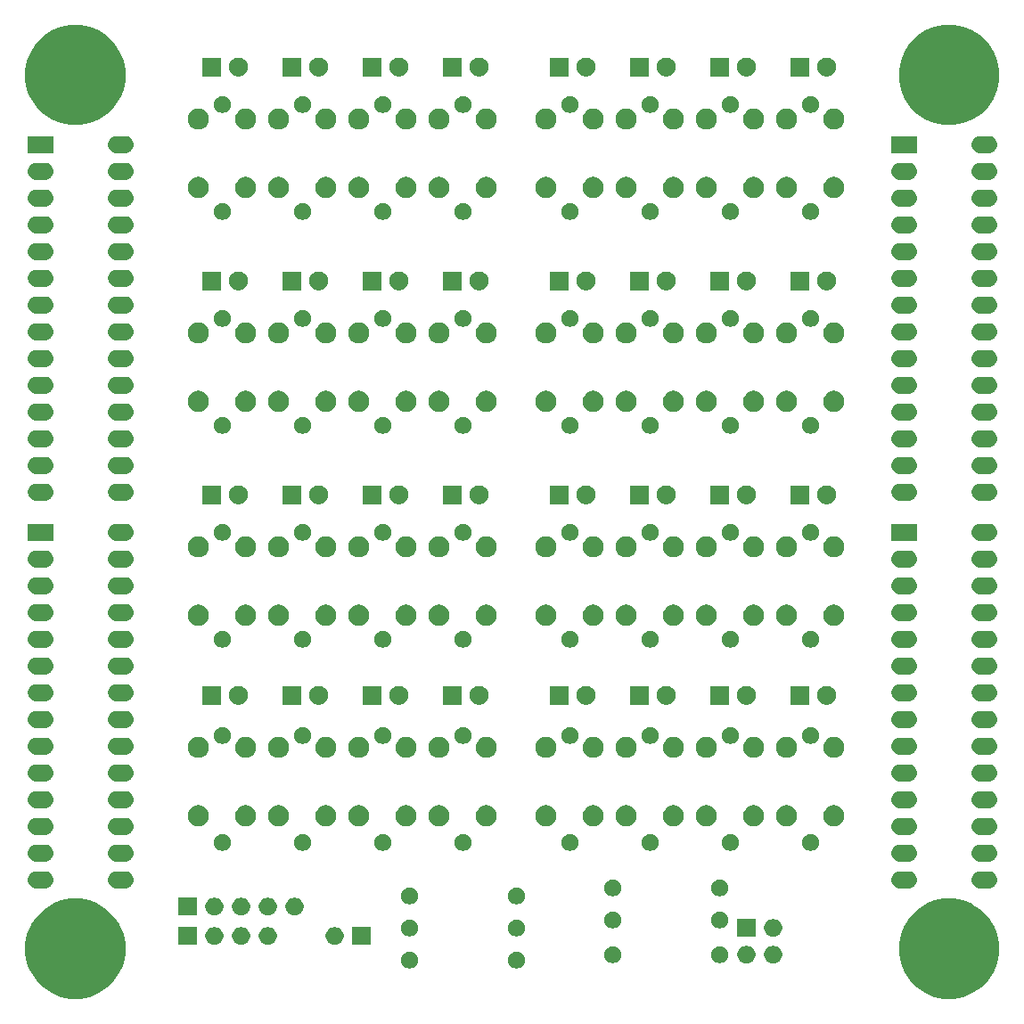
<source format=gts>
G04 #@! TF.GenerationSoftware,KiCad,Pcbnew,(5.1.5)-3*
G04 #@! TF.CreationDate,2021-06-20T11:27:23-04:00*
G04 #@! TF.ProjectId,FrontPanel02,46726f6e-7450-4616-9e65-6c30322e6b69,X1*
G04 #@! TF.SameCoordinates,Original*
G04 #@! TF.FileFunction,Soldermask,Top*
G04 #@! TF.FilePolarity,Negative*
%FSLAX46Y46*%
G04 Gerber Fmt 4.6, Leading zero omitted, Abs format (unit mm)*
G04 Created by KiCad (PCBNEW (5.1.5)-3) date 2021-06-20 11:27:23*
%MOMM*%
%LPD*%
G04 APERTURE LIST*
%ADD10C,0.150000*%
G04 APERTURE END LIST*
D10*
G36*
X100389169Y-94420519D02*
G01*
X101179932Y-94748064D01*
X101255890Y-94779527D01*
X102035917Y-95300724D01*
X102699276Y-95964083D01*
X103154210Y-96644941D01*
X103220474Y-96744112D01*
X103579481Y-97610831D01*
X103762500Y-98530933D01*
X103762500Y-99469067D01*
X103579481Y-100389169D01*
X103415542Y-100784952D01*
X103220473Y-101255890D01*
X102699276Y-102035917D01*
X102035917Y-102699276D01*
X101255890Y-103220473D01*
X101255889Y-103220474D01*
X101255888Y-103220474D01*
X100389169Y-103579481D01*
X99469067Y-103762500D01*
X98530933Y-103762500D01*
X97610831Y-103579481D01*
X96744112Y-103220474D01*
X96744111Y-103220474D01*
X96744110Y-103220473D01*
X95964083Y-102699276D01*
X95300724Y-102035917D01*
X94779527Y-101255890D01*
X94584458Y-100784952D01*
X94420519Y-100389169D01*
X94237500Y-99469067D01*
X94237500Y-98530933D01*
X94420519Y-97610831D01*
X94779526Y-96744112D01*
X94845790Y-96644941D01*
X95300724Y-95964083D01*
X95964083Y-95300724D01*
X96744110Y-94779527D01*
X96820068Y-94748064D01*
X97610831Y-94420519D01*
X98530933Y-94237500D01*
X99469067Y-94237500D01*
X100389169Y-94420519D01*
G37*
G36*
X17389169Y-94420519D02*
G01*
X18179932Y-94748064D01*
X18255890Y-94779527D01*
X19035917Y-95300724D01*
X19699276Y-95964083D01*
X20154210Y-96644941D01*
X20220474Y-96744112D01*
X20579481Y-97610831D01*
X20762500Y-98530933D01*
X20762500Y-99469067D01*
X20579481Y-100389169D01*
X20415542Y-100784952D01*
X20220473Y-101255890D01*
X19699276Y-102035917D01*
X19035917Y-102699276D01*
X18255890Y-103220473D01*
X18255889Y-103220474D01*
X18255888Y-103220474D01*
X17389169Y-103579481D01*
X16469067Y-103762500D01*
X15530933Y-103762500D01*
X14610831Y-103579481D01*
X13744112Y-103220474D01*
X13744111Y-103220474D01*
X13744110Y-103220473D01*
X12964083Y-102699276D01*
X12300724Y-102035917D01*
X11779527Y-101255890D01*
X11584458Y-100784952D01*
X11420519Y-100389169D01*
X11237500Y-99469067D01*
X11237500Y-98530933D01*
X11420519Y-97610831D01*
X11779526Y-96744112D01*
X11845790Y-96644941D01*
X12300724Y-95964083D01*
X12964083Y-95300724D01*
X13744110Y-94779527D01*
X13820068Y-94748064D01*
X14610831Y-94420519D01*
X15530933Y-94237500D01*
X16469067Y-94237500D01*
X17389169Y-94420519D01*
G37*
G36*
X47985351Y-99306743D02*
G01*
X48130941Y-99367048D01*
X48261970Y-99454599D01*
X48373401Y-99566030D01*
X48460952Y-99697059D01*
X48521257Y-99842649D01*
X48552000Y-99997206D01*
X48552000Y-100154794D01*
X48521257Y-100309351D01*
X48460952Y-100454941D01*
X48373401Y-100585970D01*
X48261970Y-100697401D01*
X48130941Y-100784952D01*
X47985351Y-100845257D01*
X47830794Y-100876000D01*
X47673206Y-100876000D01*
X47518649Y-100845257D01*
X47373059Y-100784952D01*
X47242030Y-100697401D01*
X47130599Y-100585970D01*
X47043048Y-100454941D01*
X46982743Y-100309351D01*
X46952000Y-100154794D01*
X46952000Y-99997206D01*
X46982743Y-99842649D01*
X47043048Y-99697059D01*
X47130599Y-99566030D01*
X47242030Y-99454599D01*
X47373059Y-99367048D01*
X47518649Y-99306743D01*
X47673206Y-99276000D01*
X47830794Y-99276000D01*
X47985351Y-99306743D01*
G37*
G36*
X58145351Y-99306743D02*
G01*
X58290941Y-99367048D01*
X58421970Y-99454599D01*
X58533401Y-99566030D01*
X58620952Y-99697059D01*
X58681257Y-99842649D01*
X58712000Y-99997206D01*
X58712000Y-100154794D01*
X58681257Y-100309351D01*
X58620952Y-100454941D01*
X58533401Y-100585970D01*
X58421970Y-100697401D01*
X58290941Y-100784952D01*
X58145351Y-100845257D01*
X57990794Y-100876000D01*
X57833206Y-100876000D01*
X57678649Y-100845257D01*
X57533059Y-100784952D01*
X57402030Y-100697401D01*
X57290599Y-100585970D01*
X57203048Y-100454941D01*
X57142743Y-100309351D01*
X57112000Y-100154794D01*
X57112000Y-99997206D01*
X57142743Y-99842649D01*
X57203048Y-99697059D01*
X57290599Y-99566030D01*
X57402030Y-99454599D01*
X57533059Y-99367048D01*
X57678649Y-99306743D01*
X57833206Y-99276000D01*
X57990794Y-99276000D01*
X58145351Y-99306743D01*
G37*
G36*
X82543935Y-98750664D02*
G01*
X82698624Y-98814739D01*
X82698626Y-98814740D01*
X82837844Y-98907762D01*
X82956238Y-99026156D01*
X82977535Y-99058030D01*
X83049261Y-99165376D01*
X83113336Y-99320065D01*
X83146000Y-99484281D01*
X83146000Y-99651719D01*
X83113336Y-99815935D01*
X83049261Y-99970624D01*
X83049260Y-99970626D01*
X82956238Y-100109844D01*
X82837844Y-100228238D01*
X82698626Y-100321260D01*
X82698625Y-100321261D01*
X82698624Y-100321261D01*
X82543935Y-100385336D01*
X82379719Y-100418000D01*
X82212281Y-100418000D01*
X82048065Y-100385336D01*
X81893376Y-100321261D01*
X81893375Y-100321261D01*
X81893374Y-100321260D01*
X81754156Y-100228238D01*
X81635762Y-100109844D01*
X81542740Y-99970626D01*
X81542739Y-99970624D01*
X81478664Y-99815935D01*
X81446000Y-99651719D01*
X81446000Y-99484281D01*
X81478664Y-99320065D01*
X81542739Y-99165376D01*
X81614465Y-99058030D01*
X81635762Y-99026156D01*
X81754156Y-98907762D01*
X81893374Y-98814740D01*
X81893376Y-98814739D01*
X82048065Y-98750664D01*
X82212281Y-98718000D01*
X82379719Y-98718000D01*
X82543935Y-98750664D01*
G37*
G36*
X80003935Y-98750664D02*
G01*
X80158624Y-98814739D01*
X80158626Y-98814740D01*
X80297844Y-98907762D01*
X80416238Y-99026156D01*
X80437535Y-99058030D01*
X80509261Y-99165376D01*
X80573336Y-99320065D01*
X80606000Y-99484281D01*
X80606000Y-99651719D01*
X80573336Y-99815935D01*
X80509261Y-99970624D01*
X80509260Y-99970626D01*
X80416238Y-100109844D01*
X80297844Y-100228238D01*
X80158626Y-100321260D01*
X80158625Y-100321261D01*
X80158624Y-100321261D01*
X80003935Y-100385336D01*
X79839719Y-100418000D01*
X79672281Y-100418000D01*
X79508065Y-100385336D01*
X79353376Y-100321261D01*
X79353375Y-100321261D01*
X79353374Y-100321260D01*
X79214156Y-100228238D01*
X79095762Y-100109844D01*
X79002740Y-99970626D01*
X79002739Y-99970624D01*
X78938664Y-99815935D01*
X78906000Y-99651719D01*
X78906000Y-99484281D01*
X78938664Y-99320065D01*
X79002739Y-99165376D01*
X79074465Y-99058030D01*
X79095762Y-99026156D01*
X79214156Y-98907762D01*
X79353374Y-98814740D01*
X79353376Y-98814739D01*
X79508065Y-98750664D01*
X79672281Y-98718000D01*
X79839719Y-98718000D01*
X80003935Y-98750664D01*
G37*
G36*
X77449351Y-98798743D02*
G01*
X77594941Y-98859048D01*
X77725970Y-98946599D01*
X77837401Y-99058030D01*
X77924952Y-99189059D01*
X77985257Y-99334649D01*
X78016000Y-99489206D01*
X78016000Y-99646794D01*
X77985257Y-99801351D01*
X77924952Y-99946941D01*
X77837401Y-100077970D01*
X77725970Y-100189401D01*
X77594941Y-100276952D01*
X77449351Y-100337257D01*
X77294794Y-100368000D01*
X77137206Y-100368000D01*
X76982649Y-100337257D01*
X76837059Y-100276952D01*
X76706030Y-100189401D01*
X76594599Y-100077970D01*
X76507048Y-99946941D01*
X76446743Y-99801351D01*
X76416000Y-99646794D01*
X76416000Y-99489206D01*
X76446743Y-99334649D01*
X76507048Y-99189059D01*
X76594599Y-99058030D01*
X76706030Y-98946599D01*
X76837059Y-98859048D01*
X76982649Y-98798743D01*
X77137206Y-98768000D01*
X77294794Y-98768000D01*
X77449351Y-98798743D01*
G37*
G36*
X67289351Y-98798743D02*
G01*
X67434941Y-98859048D01*
X67565970Y-98946599D01*
X67677401Y-99058030D01*
X67764952Y-99189059D01*
X67825257Y-99334649D01*
X67856000Y-99489206D01*
X67856000Y-99646794D01*
X67825257Y-99801351D01*
X67764952Y-99946941D01*
X67677401Y-100077970D01*
X67565970Y-100189401D01*
X67434941Y-100276952D01*
X67289351Y-100337257D01*
X67134794Y-100368000D01*
X66977206Y-100368000D01*
X66822649Y-100337257D01*
X66677059Y-100276952D01*
X66546030Y-100189401D01*
X66434599Y-100077970D01*
X66347048Y-99946941D01*
X66286743Y-99801351D01*
X66256000Y-99646794D01*
X66256000Y-99489206D01*
X66286743Y-99334649D01*
X66347048Y-99189059D01*
X66434599Y-99058030D01*
X66546030Y-98946599D01*
X66677059Y-98859048D01*
X66822649Y-98798743D01*
X66977206Y-98768000D01*
X67134794Y-98768000D01*
X67289351Y-98798743D01*
G37*
G36*
X31997935Y-96972664D02*
G01*
X32149046Y-97035257D01*
X32152626Y-97036740D01*
X32291844Y-97129762D01*
X32410238Y-97248156D01*
X32503260Y-97387374D01*
X32503261Y-97387376D01*
X32567336Y-97542065D01*
X32600000Y-97706281D01*
X32600000Y-97873719D01*
X32567336Y-98037935D01*
X32503261Y-98192624D01*
X32503260Y-98192626D01*
X32410238Y-98331844D01*
X32291844Y-98450238D01*
X32152626Y-98543260D01*
X32152625Y-98543261D01*
X32152624Y-98543261D01*
X31997935Y-98607336D01*
X31833719Y-98640000D01*
X31666281Y-98640000D01*
X31502065Y-98607336D01*
X31347376Y-98543261D01*
X31347375Y-98543261D01*
X31347374Y-98543260D01*
X31208156Y-98450238D01*
X31089762Y-98331844D01*
X30996740Y-98192626D01*
X30996739Y-98192624D01*
X30932664Y-98037935D01*
X30900000Y-97873719D01*
X30900000Y-97706281D01*
X30932664Y-97542065D01*
X30996739Y-97387376D01*
X30996740Y-97387374D01*
X31089762Y-97248156D01*
X31208156Y-97129762D01*
X31347374Y-97036740D01*
X31350954Y-97035257D01*
X31502065Y-96972664D01*
X31666281Y-96940000D01*
X31833719Y-96940000D01*
X31997935Y-96972664D01*
G37*
G36*
X44030000Y-98640000D02*
G01*
X42330000Y-98640000D01*
X42330000Y-96940000D01*
X44030000Y-96940000D01*
X44030000Y-98640000D01*
G37*
G36*
X40887935Y-96972664D02*
G01*
X41039046Y-97035257D01*
X41042626Y-97036740D01*
X41181844Y-97129762D01*
X41300238Y-97248156D01*
X41393260Y-97387374D01*
X41393261Y-97387376D01*
X41457336Y-97542065D01*
X41490000Y-97706281D01*
X41490000Y-97873719D01*
X41457336Y-98037935D01*
X41393261Y-98192624D01*
X41393260Y-98192626D01*
X41300238Y-98331844D01*
X41181844Y-98450238D01*
X41042626Y-98543260D01*
X41042625Y-98543261D01*
X41042624Y-98543261D01*
X40887935Y-98607336D01*
X40723719Y-98640000D01*
X40556281Y-98640000D01*
X40392065Y-98607336D01*
X40237376Y-98543261D01*
X40237375Y-98543261D01*
X40237374Y-98543260D01*
X40098156Y-98450238D01*
X39979762Y-98331844D01*
X39886740Y-98192626D01*
X39886739Y-98192624D01*
X39822664Y-98037935D01*
X39790000Y-97873719D01*
X39790000Y-97706281D01*
X39822664Y-97542065D01*
X39886739Y-97387376D01*
X39886740Y-97387374D01*
X39979762Y-97248156D01*
X40098156Y-97129762D01*
X40237374Y-97036740D01*
X40240954Y-97035257D01*
X40392065Y-96972664D01*
X40556281Y-96940000D01*
X40723719Y-96940000D01*
X40887935Y-96972664D01*
G37*
G36*
X34537935Y-96972664D02*
G01*
X34689046Y-97035257D01*
X34692626Y-97036740D01*
X34831844Y-97129762D01*
X34950238Y-97248156D01*
X35043260Y-97387374D01*
X35043261Y-97387376D01*
X35107336Y-97542065D01*
X35140000Y-97706281D01*
X35140000Y-97873719D01*
X35107336Y-98037935D01*
X35043261Y-98192624D01*
X35043260Y-98192626D01*
X34950238Y-98331844D01*
X34831844Y-98450238D01*
X34692626Y-98543260D01*
X34692625Y-98543261D01*
X34692624Y-98543261D01*
X34537935Y-98607336D01*
X34373719Y-98640000D01*
X34206281Y-98640000D01*
X34042065Y-98607336D01*
X33887376Y-98543261D01*
X33887375Y-98543261D01*
X33887374Y-98543260D01*
X33748156Y-98450238D01*
X33629762Y-98331844D01*
X33536740Y-98192626D01*
X33536739Y-98192624D01*
X33472664Y-98037935D01*
X33440000Y-97873719D01*
X33440000Y-97706281D01*
X33472664Y-97542065D01*
X33536739Y-97387376D01*
X33536740Y-97387374D01*
X33629762Y-97248156D01*
X33748156Y-97129762D01*
X33887374Y-97036740D01*
X33890954Y-97035257D01*
X34042065Y-96972664D01*
X34206281Y-96940000D01*
X34373719Y-96940000D01*
X34537935Y-96972664D01*
G37*
G36*
X29457935Y-96972664D02*
G01*
X29609046Y-97035257D01*
X29612626Y-97036740D01*
X29751844Y-97129762D01*
X29870238Y-97248156D01*
X29963260Y-97387374D01*
X29963261Y-97387376D01*
X30027336Y-97542065D01*
X30060000Y-97706281D01*
X30060000Y-97873719D01*
X30027336Y-98037935D01*
X29963261Y-98192624D01*
X29963260Y-98192626D01*
X29870238Y-98331844D01*
X29751844Y-98450238D01*
X29612626Y-98543260D01*
X29612625Y-98543261D01*
X29612624Y-98543261D01*
X29457935Y-98607336D01*
X29293719Y-98640000D01*
X29126281Y-98640000D01*
X28962065Y-98607336D01*
X28807376Y-98543261D01*
X28807375Y-98543261D01*
X28807374Y-98543260D01*
X28668156Y-98450238D01*
X28549762Y-98331844D01*
X28456740Y-98192626D01*
X28456739Y-98192624D01*
X28392664Y-98037935D01*
X28360000Y-97873719D01*
X28360000Y-97706281D01*
X28392664Y-97542065D01*
X28456739Y-97387376D01*
X28456740Y-97387374D01*
X28549762Y-97248156D01*
X28668156Y-97129762D01*
X28807374Y-97036740D01*
X28810954Y-97035257D01*
X28962065Y-96972664D01*
X29126281Y-96940000D01*
X29293719Y-96940000D01*
X29457935Y-96972664D01*
G37*
G36*
X27520000Y-98640000D02*
G01*
X25820000Y-98640000D01*
X25820000Y-96940000D01*
X27520000Y-96940000D01*
X27520000Y-98640000D01*
G37*
G36*
X80606000Y-97878000D02*
G01*
X78906000Y-97878000D01*
X78906000Y-96178000D01*
X80606000Y-96178000D01*
X80606000Y-97878000D01*
G37*
G36*
X82543935Y-96210664D02*
G01*
X82698624Y-96274739D01*
X82698626Y-96274740D01*
X82837844Y-96367762D01*
X82956238Y-96486156D01*
X82977535Y-96518030D01*
X83049261Y-96625376D01*
X83113336Y-96780065D01*
X83146000Y-96944281D01*
X83146000Y-97111719D01*
X83113336Y-97275935D01*
X83049261Y-97430624D01*
X83049260Y-97430626D01*
X82956238Y-97569844D01*
X82837844Y-97688238D01*
X82698626Y-97781260D01*
X82698625Y-97781261D01*
X82698624Y-97781261D01*
X82543935Y-97845336D01*
X82379719Y-97878000D01*
X82212281Y-97878000D01*
X82048065Y-97845336D01*
X81893376Y-97781261D01*
X81893375Y-97781261D01*
X81893374Y-97781260D01*
X81754156Y-97688238D01*
X81635762Y-97569844D01*
X81542740Y-97430626D01*
X81542739Y-97430624D01*
X81478664Y-97275935D01*
X81446000Y-97111719D01*
X81446000Y-96944281D01*
X81478664Y-96780065D01*
X81542739Y-96625376D01*
X81614465Y-96518030D01*
X81635762Y-96486156D01*
X81754156Y-96367762D01*
X81893374Y-96274740D01*
X81893376Y-96274739D01*
X82048065Y-96210664D01*
X82212281Y-96178000D01*
X82379719Y-96178000D01*
X82543935Y-96210664D01*
G37*
G36*
X47985351Y-96258743D02*
G01*
X48130941Y-96319048D01*
X48261970Y-96406599D01*
X48373401Y-96518030D01*
X48460952Y-96649059D01*
X48521257Y-96794649D01*
X48552000Y-96949206D01*
X48552000Y-97106794D01*
X48521257Y-97261351D01*
X48460952Y-97406941D01*
X48373401Y-97537970D01*
X48261970Y-97649401D01*
X48130941Y-97736952D01*
X47985351Y-97797257D01*
X47830794Y-97828000D01*
X47673206Y-97828000D01*
X47518649Y-97797257D01*
X47373059Y-97736952D01*
X47242030Y-97649401D01*
X47130599Y-97537970D01*
X47043048Y-97406941D01*
X46982743Y-97261351D01*
X46952000Y-97106794D01*
X46952000Y-96949206D01*
X46982743Y-96794649D01*
X47043048Y-96649059D01*
X47130599Y-96518030D01*
X47242030Y-96406599D01*
X47373059Y-96319048D01*
X47518649Y-96258743D01*
X47673206Y-96228000D01*
X47830794Y-96228000D01*
X47985351Y-96258743D01*
G37*
G36*
X58145351Y-96258743D02*
G01*
X58290941Y-96319048D01*
X58421970Y-96406599D01*
X58533401Y-96518030D01*
X58620952Y-96649059D01*
X58681257Y-96794649D01*
X58712000Y-96949206D01*
X58712000Y-97106794D01*
X58681257Y-97261351D01*
X58620952Y-97406941D01*
X58533401Y-97537970D01*
X58421970Y-97649401D01*
X58290941Y-97736952D01*
X58145351Y-97797257D01*
X57990794Y-97828000D01*
X57833206Y-97828000D01*
X57678649Y-97797257D01*
X57533059Y-97736952D01*
X57402030Y-97649401D01*
X57290599Y-97537970D01*
X57203048Y-97406941D01*
X57142743Y-97261351D01*
X57112000Y-97106794D01*
X57112000Y-96949206D01*
X57142743Y-96794649D01*
X57203048Y-96649059D01*
X57290599Y-96518030D01*
X57402030Y-96406599D01*
X57533059Y-96319048D01*
X57678649Y-96258743D01*
X57833206Y-96228000D01*
X57990794Y-96228000D01*
X58145351Y-96258743D01*
G37*
G36*
X77449351Y-95496743D02*
G01*
X77594941Y-95557048D01*
X77725970Y-95644599D01*
X77837401Y-95756030D01*
X77924952Y-95887059D01*
X77985257Y-96032649D01*
X78016000Y-96187206D01*
X78016000Y-96344794D01*
X77985257Y-96499351D01*
X77924952Y-96644941D01*
X77837401Y-96775970D01*
X77725970Y-96887401D01*
X77594941Y-96974952D01*
X77449351Y-97035257D01*
X77294794Y-97066000D01*
X77137206Y-97066000D01*
X76982649Y-97035257D01*
X76837059Y-96974952D01*
X76706030Y-96887401D01*
X76594599Y-96775970D01*
X76507048Y-96644941D01*
X76446743Y-96499351D01*
X76416000Y-96344794D01*
X76416000Y-96187206D01*
X76446743Y-96032649D01*
X76507048Y-95887059D01*
X76594599Y-95756030D01*
X76706030Y-95644599D01*
X76837059Y-95557048D01*
X76982649Y-95496743D01*
X77137206Y-95466000D01*
X77294794Y-95466000D01*
X77449351Y-95496743D01*
G37*
G36*
X67289351Y-95496743D02*
G01*
X67434941Y-95557048D01*
X67565970Y-95644599D01*
X67677401Y-95756030D01*
X67764952Y-95887059D01*
X67825257Y-96032649D01*
X67856000Y-96187206D01*
X67856000Y-96344794D01*
X67825257Y-96499351D01*
X67764952Y-96644941D01*
X67677401Y-96775970D01*
X67565970Y-96887401D01*
X67434941Y-96974952D01*
X67289351Y-97035257D01*
X67134794Y-97066000D01*
X66977206Y-97066000D01*
X66822649Y-97035257D01*
X66677059Y-96974952D01*
X66546030Y-96887401D01*
X66434599Y-96775970D01*
X66347048Y-96644941D01*
X66286743Y-96499351D01*
X66256000Y-96344794D01*
X66256000Y-96187206D01*
X66286743Y-96032649D01*
X66347048Y-95887059D01*
X66434599Y-95756030D01*
X66546030Y-95644599D01*
X66677059Y-95557048D01*
X66822649Y-95496743D01*
X66977206Y-95466000D01*
X67134794Y-95466000D01*
X67289351Y-95496743D01*
G37*
G36*
X37077935Y-94178664D02*
G01*
X37219976Y-94237500D01*
X37232626Y-94242740D01*
X37371844Y-94335762D01*
X37490238Y-94454156D01*
X37583260Y-94593374D01*
X37583261Y-94593376D01*
X37647336Y-94748065D01*
X37680000Y-94912281D01*
X37680000Y-95079719D01*
X37647336Y-95243935D01*
X37623813Y-95300724D01*
X37583260Y-95398626D01*
X37490238Y-95537844D01*
X37371844Y-95656238D01*
X37232626Y-95749260D01*
X37232625Y-95749261D01*
X37232624Y-95749261D01*
X37077935Y-95813336D01*
X36913719Y-95846000D01*
X36746281Y-95846000D01*
X36582065Y-95813336D01*
X36427376Y-95749261D01*
X36427375Y-95749261D01*
X36427374Y-95749260D01*
X36288156Y-95656238D01*
X36169762Y-95537844D01*
X36076740Y-95398626D01*
X36036187Y-95300724D01*
X36012664Y-95243935D01*
X35980000Y-95079719D01*
X35980000Y-94912281D01*
X36012664Y-94748065D01*
X36076739Y-94593376D01*
X36076740Y-94593374D01*
X36169762Y-94454156D01*
X36288156Y-94335762D01*
X36427374Y-94242740D01*
X36440024Y-94237500D01*
X36582065Y-94178664D01*
X36746281Y-94146000D01*
X36913719Y-94146000D01*
X37077935Y-94178664D01*
G37*
G36*
X34537935Y-94178664D02*
G01*
X34679976Y-94237500D01*
X34692626Y-94242740D01*
X34831844Y-94335762D01*
X34950238Y-94454156D01*
X35043260Y-94593374D01*
X35043261Y-94593376D01*
X35107336Y-94748065D01*
X35140000Y-94912281D01*
X35140000Y-95079719D01*
X35107336Y-95243935D01*
X35083813Y-95300724D01*
X35043260Y-95398626D01*
X34950238Y-95537844D01*
X34831844Y-95656238D01*
X34692626Y-95749260D01*
X34692625Y-95749261D01*
X34692624Y-95749261D01*
X34537935Y-95813336D01*
X34373719Y-95846000D01*
X34206281Y-95846000D01*
X34042065Y-95813336D01*
X33887376Y-95749261D01*
X33887375Y-95749261D01*
X33887374Y-95749260D01*
X33748156Y-95656238D01*
X33629762Y-95537844D01*
X33536740Y-95398626D01*
X33496187Y-95300724D01*
X33472664Y-95243935D01*
X33440000Y-95079719D01*
X33440000Y-94912281D01*
X33472664Y-94748065D01*
X33536739Y-94593376D01*
X33536740Y-94593374D01*
X33629762Y-94454156D01*
X33748156Y-94335762D01*
X33887374Y-94242740D01*
X33900024Y-94237500D01*
X34042065Y-94178664D01*
X34206281Y-94146000D01*
X34373719Y-94146000D01*
X34537935Y-94178664D01*
G37*
G36*
X31997935Y-94178664D02*
G01*
X32139976Y-94237500D01*
X32152626Y-94242740D01*
X32291844Y-94335762D01*
X32410238Y-94454156D01*
X32503260Y-94593374D01*
X32503261Y-94593376D01*
X32567336Y-94748065D01*
X32600000Y-94912281D01*
X32600000Y-95079719D01*
X32567336Y-95243935D01*
X32543813Y-95300724D01*
X32503260Y-95398626D01*
X32410238Y-95537844D01*
X32291844Y-95656238D01*
X32152626Y-95749260D01*
X32152625Y-95749261D01*
X32152624Y-95749261D01*
X31997935Y-95813336D01*
X31833719Y-95846000D01*
X31666281Y-95846000D01*
X31502065Y-95813336D01*
X31347376Y-95749261D01*
X31347375Y-95749261D01*
X31347374Y-95749260D01*
X31208156Y-95656238D01*
X31089762Y-95537844D01*
X30996740Y-95398626D01*
X30956187Y-95300724D01*
X30932664Y-95243935D01*
X30900000Y-95079719D01*
X30900000Y-94912281D01*
X30932664Y-94748065D01*
X30996739Y-94593376D01*
X30996740Y-94593374D01*
X31089762Y-94454156D01*
X31208156Y-94335762D01*
X31347374Y-94242740D01*
X31360024Y-94237500D01*
X31502065Y-94178664D01*
X31666281Y-94146000D01*
X31833719Y-94146000D01*
X31997935Y-94178664D01*
G37*
G36*
X29457935Y-94178664D02*
G01*
X29599976Y-94237500D01*
X29612626Y-94242740D01*
X29751844Y-94335762D01*
X29870238Y-94454156D01*
X29963260Y-94593374D01*
X29963261Y-94593376D01*
X30027336Y-94748065D01*
X30060000Y-94912281D01*
X30060000Y-95079719D01*
X30027336Y-95243935D01*
X30003813Y-95300724D01*
X29963260Y-95398626D01*
X29870238Y-95537844D01*
X29751844Y-95656238D01*
X29612626Y-95749260D01*
X29612625Y-95749261D01*
X29612624Y-95749261D01*
X29457935Y-95813336D01*
X29293719Y-95846000D01*
X29126281Y-95846000D01*
X28962065Y-95813336D01*
X28807376Y-95749261D01*
X28807375Y-95749261D01*
X28807374Y-95749260D01*
X28668156Y-95656238D01*
X28549762Y-95537844D01*
X28456740Y-95398626D01*
X28416187Y-95300724D01*
X28392664Y-95243935D01*
X28360000Y-95079719D01*
X28360000Y-94912281D01*
X28392664Y-94748065D01*
X28456739Y-94593376D01*
X28456740Y-94593374D01*
X28549762Y-94454156D01*
X28668156Y-94335762D01*
X28807374Y-94242740D01*
X28820024Y-94237500D01*
X28962065Y-94178664D01*
X29126281Y-94146000D01*
X29293719Y-94146000D01*
X29457935Y-94178664D01*
G37*
G36*
X27520000Y-95846000D02*
G01*
X25820000Y-95846000D01*
X25820000Y-94146000D01*
X27520000Y-94146000D01*
X27520000Y-95846000D01*
G37*
G36*
X47985351Y-93210743D02*
G01*
X48130941Y-93271048D01*
X48261970Y-93358599D01*
X48373401Y-93470030D01*
X48460952Y-93601059D01*
X48521257Y-93746649D01*
X48552000Y-93901206D01*
X48552000Y-94058794D01*
X48521257Y-94213351D01*
X48460952Y-94358941D01*
X48373401Y-94489970D01*
X48261970Y-94601401D01*
X48130941Y-94688952D01*
X47985351Y-94749257D01*
X47830794Y-94780000D01*
X47673206Y-94780000D01*
X47518649Y-94749257D01*
X47373059Y-94688952D01*
X47242030Y-94601401D01*
X47130599Y-94489970D01*
X47043048Y-94358941D01*
X46982743Y-94213351D01*
X46952000Y-94058794D01*
X46952000Y-93901206D01*
X46982743Y-93746649D01*
X47043048Y-93601059D01*
X47130599Y-93470030D01*
X47242030Y-93358599D01*
X47373059Y-93271048D01*
X47518649Y-93210743D01*
X47673206Y-93180000D01*
X47830794Y-93180000D01*
X47985351Y-93210743D01*
G37*
G36*
X58145351Y-93210743D02*
G01*
X58290941Y-93271048D01*
X58421970Y-93358599D01*
X58533401Y-93470030D01*
X58620952Y-93601059D01*
X58681257Y-93746649D01*
X58712000Y-93901206D01*
X58712000Y-94058794D01*
X58681257Y-94213351D01*
X58620952Y-94358941D01*
X58533401Y-94489970D01*
X58421970Y-94601401D01*
X58290941Y-94688952D01*
X58145351Y-94749257D01*
X57990794Y-94780000D01*
X57833206Y-94780000D01*
X57678649Y-94749257D01*
X57533059Y-94688952D01*
X57402030Y-94601401D01*
X57290599Y-94489970D01*
X57203048Y-94358941D01*
X57142743Y-94213351D01*
X57112000Y-94058794D01*
X57112000Y-93901206D01*
X57142743Y-93746649D01*
X57203048Y-93601059D01*
X57290599Y-93470030D01*
X57402030Y-93358599D01*
X57533059Y-93271048D01*
X57678649Y-93210743D01*
X57833206Y-93180000D01*
X57990794Y-93180000D01*
X58145351Y-93210743D01*
G37*
G36*
X67289351Y-92448743D02*
G01*
X67434941Y-92509048D01*
X67565970Y-92596599D01*
X67677401Y-92708030D01*
X67764952Y-92839059D01*
X67825257Y-92984649D01*
X67856000Y-93139206D01*
X67856000Y-93296794D01*
X67825257Y-93451351D01*
X67764952Y-93596941D01*
X67677401Y-93727970D01*
X67565970Y-93839401D01*
X67434941Y-93926952D01*
X67289351Y-93987257D01*
X67134794Y-94018000D01*
X66977206Y-94018000D01*
X66822649Y-93987257D01*
X66677059Y-93926952D01*
X66546030Y-93839401D01*
X66434599Y-93727970D01*
X66347048Y-93596941D01*
X66286743Y-93451351D01*
X66256000Y-93296794D01*
X66256000Y-93139206D01*
X66286743Y-92984649D01*
X66347048Y-92839059D01*
X66434599Y-92708030D01*
X66546030Y-92596599D01*
X66677059Y-92509048D01*
X66822649Y-92448743D01*
X66977206Y-92418000D01*
X67134794Y-92418000D01*
X67289351Y-92448743D01*
G37*
G36*
X77449351Y-92448743D02*
G01*
X77594941Y-92509048D01*
X77725970Y-92596599D01*
X77837401Y-92708030D01*
X77924952Y-92839059D01*
X77985257Y-92984649D01*
X78016000Y-93139206D01*
X78016000Y-93296794D01*
X77985257Y-93451351D01*
X77924952Y-93596941D01*
X77837401Y-93727970D01*
X77725970Y-93839401D01*
X77594941Y-93926952D01*
X77449351Y-93987257D01*
X77294794Y-94018000D01*
X77137206Y-94018000D01*
X76982649Y-93987257D01*
X76837059Y-93926952D01*
X76706030Y-93839401D01*
X76594599Y-93727970D01*
X76507048Y-93596941D01*
X76446743Y-93451351D01*
X76416000Y-93296794D01*
X76416000Y-93139206D01*
X76446743Y-92984649D01*
X76507048Y-92839059D01*
X76594599Y-92708030D01*
X76706030Y-92596599D01*
X76837059Y-92509048D01*
X76982649Y-92448743D01*
X77137206Y-92418000D01*
X77294794Y-92418000D01*
X77449351Y-92448743D01*
G37*
G36*
X95220471Y-91659859D02*
G01*
X95298827Y-91667576D01*
X95449628Y-91713321D01*
X95449630Y-91713322D01*
X95588605Y-91787606D01*
X95588607Y-91787607D01*
X95588606Y-91787607D01*
X95710422Y-91887578D01*
X95810393Y-92009394D01*
X95884679Y-92148372D01*
X95930424Y-92299173D01*
X95945870Y-92456000D01*
X95930424Y-92612827D01*
X95901544Y-92708030D01*
X95884678Y-92763630D01*
X95810394Y-92902605D01*
X95710422Y-93024422D01*
X95588605Y-93124394D01*
X95484574Y-93180000D01*
X95449628Y-93198679D01*
X95298827Y-93244424D01*
X95220471Y-93252141D01*
X95181294Y-93256000D01*
X94302706Y-93256000D01*
X94263529Y-93252141D01*
X94185173Y-93244424D01*
X94034372Y-93198679D01*
X93999426Y-93180000D01*
X93895395Y-93124394D01*
X93773578Y-93024422D01*
X93673606Y-92902605D01*
X93599322Y-92763630D01*
X93582456Y-92708030D01*
X93553576Y-92612827D01*
X93538130Y-92456000D01*
X93553576Y-92299173D01*
X93599321Y-92148372D01*
X93673607Y-92009394D01*
X93773578Y-91887578D01*
X93895394Y-91787607D01*
X93895393Y-91787607D01*
X93895395Y-91787606D01*
X94034370Y-91713322D01*
X94034372Y-91713321D01*
X94185173Y-91667576D01*
X94263529Y-91659859D01*
X94302706Y-91656000D01*
X95181294Y-91656000D01*
X95220471Y-91659859D01*
G37*
G36*
X102840471Y-91659859D02*
G01*
X102918827Y-91667576D01*
X103069628Y-91713321D01*
X103069630Y-91713322D01*
X103208605Y-91787606D01*
X103208607Y-91787607D01*
X103208606Y-91787607D01*
X103330422Y-91887578D01*
X103430393Y-92009394D01*
X103504679Y-92148372D01*
X103550424Y-92299173D01*
X103565870Y-92456000D01*
X103550424Y-92612827D01*
X103521544Y-92708030D01*
X103504678Y-92763630D01*
X103430394Y-92902605D01*
X103330422Y-93024422D01*
X103208605Y-93124394D01*
X103104574Y-93180000D01*
X103069628Y-93198679D01*
X102918827Y-93244424D01*
X102840471Y-93252141D01*
X102801294Y-93256000D01*
X101922706Y-93256000D01*
X101883529Y-93252141D01*
X101805173Y-93244424D01*
X101654372Y-93198679D01*
X101619426Y-93180000D01*
X101515395Y-93124394D01*
X101393578Y-93024422D01*
X101293606Y-92902605D01*
X101219322Y-92763630D01*
X101202456Y-92708030D01*
X101173576Y-92612827D01*
X101158130Y-92456000D01*
X101173576Y-92299173D01*
X101219321Y-92148372D01*
X101293607Y-92009394D01*
X101393578Y-91887578D01*
X101515394Y-91787607D01*
X101515393Y-91787607D01*
X101515395Y-91787606D01*
X101654370Y-91713322D01*
X101654372Y-91713321D01*
X101805173Y-91667576D01*
X101883529Y-91659859D01*
X101922706Y-91656000D01*
X102801294Y-91656000D01*
X102840471Y-91659859D01*
G37*
G36*
X13178471Y-91659859D02*
G01*
X13256827Y-91667576D01*
X13407628Y-91713321D01*
X13407630Y-91713322D01*
X13546605Y-91787606D01*
X13546607Y-91787607D01*
X13546606Y-91787607D01*
X13668422Y-91887578D01*
X13768393Y-92009394D01*
X13842679Y-92148372D01*
X13888424Y-92299173D01*
X13903870Y-92456000D01*
X13888424Y-92612827D01*
X13859544Y-92708030D01*
X13842678Y-92763630D01*
X13768394Y-92902605D01*
X13668422Y-93024422D01*
X13546605Y-93124394D01*
X13442574Y-93180000D01*
X13407628Y-93198679D01*
X13256827Y-93244424D01*
X13178471Y-93252141D01*
X13139294Y-93256000D01*
X12260706Y-93256000D01*
X12221529Y-93252141D01*
X12143173Y-93244424D01*
X11992372Y-93198679D01*
X11957426Y-93180000D01*
X11853395Y-93124394D01*
X11731578Y-93024422D01*
X11631606Y-92902605D01*
X11557322Y-92763630D01*
X11540456Y-92708030D01*
X11511576Y-92612827D01*
X11496130Y-92456000D01*
X11511576Y-92299173D01*
X11557321Y-92148372D01*
X11631607Y-92009394D01*
X11731578Y-91887578D01*
X11853394Y-91787607D01*
X11853393Y-91787607D01*
X11853395Y-91787606D01*
X11992370Y-91713322D01*
X11992372Y-91713321D01*
X12143173Y-91667576D01*
X12221529Y-91659859D01*
X12260706Y-91656000D01*
X13139294Y-91656000D01*
X13178471Y-91659859D01*
G37*
G36*
X20798471Y-91659859D02*
G01*
X20876827Y-91667576D01*
X21027628Y-91713321D01*
X21027630Y-91713322D01*
X21166605Y-91787606D01*
X21166607Y-91787607D01*
X21166606Y-91787607D01*
X21288422Y-91887578D01*
X21388393Y-92009394D01*
X21462679Y-92148372D01*
X21508424Y-92299173D01*
X21523870Y-92456000D01*
X21508424Y-92612827D01*
X21479544Y-92708030D01*
X21462678Y-92763630D01*
X21388394Y-92902605D01*
X21288422Y-93024422D01*
X21166605Y-93124394D01*
X21062574Y-93180000D01*
X21027628Y-93198679D01*
X20876827Y-93244424D01*
X20798471Y-93252141D01*
X20759294Y-93256000D01*
X19880706Y-93256000D01*
X19841529Y-93252141D01*
X19763173Y-93244424D01*
X19612372Y-93198679D01*
X19577426Y-93180000D01*
X19473395Y-93124394D01*
X19351578Y-93024422D01*
X19251606Y-92902605D01*
X19177322Y-92763630D01*
X19160456Y-92708030D01*
X19131576Y-92612827D01*
X19116130Y-92456000D01*
X19131576Y-92299173D01*
X19177321Y-92148372D01*
X19251607Y-92009394D01*
X19351578Y-91887578D01*
X19473394Y-91787607D01*
X19473393Y-91787607D01*
X19473395Y-91787606D01*
X19612370Y-91713322D01*
X19612372Y-91713321D01*
X19763173Y-91667576D01*
X19841529Y-91659859D01*
X19880706Y-91656000D01*
X20759294Y-91656000D01*
X20798471Y-91659859D01*
G37*
G36*
X13178471Y-89119859D02*
G01*
X13256827Y-89127576D01*
X13407628Y-89173321D01*
X13407630Y-89173322D01*
X13546605Y-89247606D01*
X13546607Y-89247607D01*
X13546606Y-89247607D01*
X13668422Y-89347578D01*
X13768393Y-89469394D01*
X13842679Y-89608372D01*
X13888424Y-89759173D01*
X13903870Y-89916000D01*
X13888424Y-90072827D01*
X13842679Y-90223628D01*
X13842678Y-90223630D01*
X13768394Y-90362605D01*
X13668422Y-90484422D01*
X13546605Y-90584394D01*
X13407630Y-90658678D01*
X13407628Y-90658679D01*
X13256827Y-90704424D01*
X13178471Y-90712141D01*
X13139294Y-90716000D01*
X12260706Y-90716000D01*
X12221529Y-90712141D01*
X12143173Y-90704424D01*
X11992372Y-90658679D01*
X11992370Y-90658678D01*
X11853395Y-90584394D01*
X11731578Y-90484422D01*
X11631606Y-90362605D01*
X11557322Y-90223630D01*
X11557321Y-90223628D01*
X11511576Y-90072827D01*
X11496130Y-89916000D01*
X11511576Y-89759173D01*
X11557321Y-89608372D01*
X11631607Y-89469394D01*
X11731578Y-89347578D01*
X11853394Y-89247607D01*
X11853393Y-89247607D01*
X11853395Y-89247606D01*
X11992370Y-89173322D01*
X11992372Y-89173321D01*
X12143173Y-89127576D01*
X12221529Y-89119859D01*
X12260706Y-89116000D01*
X13139294Y-89116000D01*
X13178471Y-89119859D01*
G37*
G36*
X102840471Y-89119859D02*
G01*
X102918827Y-89127576D01*
X103069628Y-89173321D01*
X103069630Y-89173322D01*
X103208605Y-89247606D01*
X103208607Y-89247607D01*
X103208606Y-89247607D01*
X103330422Y-89347578D01*
X103430393Y-89469394D01*
X103504679Y-89608372D01*
X103550424Y-89759173D01*
X103565870Y-89916000D01*
X103550424Y-90072827D01*
X103504679Y-90223628D01*
X103504678Y-90223630D01*
X103430394Y-90362605D01*
X103330422Y-90484422D01*
X103208605Y-90584394D01*
X103069630Y-90658678D01*
X103069628Y-90658679D01*
X102918827Y-90704424D01*
X102840471Y-90712141D01*
X102801294Y-90716000D01*
X101922706Y-90716000D01*
X101883529Y-90712141D01*
X101805173Y-90704424D01*
X101654372Y-90658679D01*
X101654370Y-90658678D01*
X101515395Y-90584394D01*
X101393578Y-90484422D01*
X101293606Y-90362605D01*
X101219322Y-90223630D01*
X101219321Y-90223628D01*
X101173576Y-90072827D01*
X101158130Y-89916000D01*
X101173576Y-89759173D01*
X101219321Y-89608372D01*
X101293607Y-89469394D01*
X101393578Y-89347578D01*
X101515394Y-89247607D01*
X101515393Y-89247607D01*
X101515395Y-89247606D01*
X101654370Y-89173322D01*
X101654372Y-89173321D01*
X101805173Y-89127576D01*
X101883529Y-89119859D01*
X101922706Y-89116000D01*
X102801294Y-89116000D01*
X102840471Y-89119859D01*
G37*
G36*
X20798471Y-89119859D02*
G01*
X20876827Y-89127576D01*
X21027628Y-89173321D01*
X21027630Y-89173322D01*
X21166605Y-89247606D01*
X21166607Y-89247607D01*
X21166606Y-89247607D01*
X21288422Y-89347578D01*
X21388393Y-89469394D01*
X21462679Y-89608372D01*
X21508424Y-89759173D01*
X21523870Y-89916000D01*
X21508424Y-90072827D01*
X21462679Y-90223628D01*
X21462678Y-90223630D01*
X21388394Y-90362605D01*
X21288422Y-90484422D01*
X21166605Y-90584394D01*
X21027630Y-90658678D01*
X21027628Y-90658679D01*
X20876827Y-90704424D01*
X20798471Y-90712141D01*
X20759294Y-90716000D01*
X19880706Y-90716000D01*
X19841529Y-90712141D01*
X19763173Y-90704424D01*
X19612372Y-90658679D01*
X19612370Y-90658678D01*
X19473395Y-90584394D01*
X19351578Y-90484422D01*
X19251606Y-90362605D01*
X19177322Y-90223630D01*
X19177321Y-90223628D01*
X19131576Y-90072827D01*
X19116130Y-89916000D01*
X19131576Y-89759173D01*
X19177321Y-89608372D01*
X19251607Y-89469394D01*
X19351578Y-89347578D01*
X19473394Y-89247607D01*
X19473393Y-89247607D01*
X19473395Y-89247606D01*
X19612370Y-89173322D01*
X19612372Y-89173321D01*
X19763173Y-89127576D01*
X19841529Y-89119859D01*
X19880706Y-89116000D01*
X20759294Y-89116000D01*
X20798471Y-89119859D01*
G37*
G36*
X95220471Y-89119859D02*
G01*
X95298827Y-89127576D01*
X95449628Y-89173321D01*
X95449630Y-89173322D01*
X95588605Y-89247606D01*
X95588607Y-89247607D01*
X95588606Y-89247607D01*
X95710422Y-89347578D01*
X95810393Y-89469394D01*
X95884679Y-89608372D01*
X95930424Y-89759173D01*
X95945870Y-89916000D01*
X95930424Y-90072827D01*
X95884679Y-90223628D01*
X95884678Y-90223630D01*
X95810394Y-90362605D01*
X95710422Y-90484422D01*
X95588605Y-90584394D01*
X95449630Y-90658678D01*
X95449628Y-90658679D01*
X95298827Y-90704424D01*
X95220471Y-90712141D01*
X95181294Y-90716000D01*
X94302706Y-90716000D01*
X94263529Y-90712141D01*
X94185173Y-90704424D01*
X94034372Y-90658679D01*
X94034370Y-90658678D01*
X93895395Y-90584394D01*
X93773578Y-90484422D01*
X93673606Y-90362605D01*
X93599322Y-90223630D01*
X93599321Y-90223628D01*
X93553576Y-90072827D01*
X93538130Y-89916000D01*
X93553576Y-89759173D01*
X93599321Y-89608372D01*
X93673607Y-89469394D01*
X93773578Y-89347578D01*
X93895394Y-89247607D01*
X93895393Y-89247607D01*
X93895395Y-89247606D01*
X94034370Y-89173322D01*
X94034372Y-89173321D01*
X94185173Y-89127576D01*
X94263529Y-89119859D01*
X94302706Y-89116000D01*
X95181294Y-89116000D01*
X95220471Y-89119859D01*
G37*
G36*
X70845351Y-88130743D02*
G01*
X70990941Y-88191048D01*
X71121970Y-88278599D01*
X71233401Y-88390030D01*
X71320952Y-88521059D01*
X71381257Y-88666649D01*
X71412000Y-88821206D01*
X71412000Y-88978794D01*
X71381257Y-89133351D01*
X71320952Y-89278941D01*
X71233401Y-89409970D01*
X71121970Y-89521401D01*
X70990941Y-89608952D01*
X70845351Y-89669257D01*
X70690794Y-89700000D01*
X70533206Y-89700000D01*
X70378649Y-89669257D01*
X70233059Y-89608952D01*
X70102030Y-89521401D01*
X69990599Y-89409970D01*
X69903048Y-89278941D01*
X69842743Y-89133351D01*
X69812000Y-88978794D01*
X69812000Y-88821206D01*
X69842743Y-88666649D01*
X69903048Y-88521059D01*
X69990599Y-88390030D01*
X70102030Y-88278599D01*
X70233059Y-88191048D01*
X70378649Y-88130743D01*
X70533206Y-88100000D01*
X70690794Y-88100000D01*
X70845351Y-88130743D01*
G37*
G36*
X86085351Y-88130743D02*
G01*
X86230941Y-88191048D01*
X86361970Y-88278599D01*
X86473401Y-88390030D01*
X86560952Y-88521059D01*
X86621257Y-88666649D01*
X86652000Y-88821206D01*
X86652000Y-88978794D01*
X86621257Y-89133351D01*
X86560952Y-89278941D01*
X86473401Y-89409970D01*
X86361970Y-89521401D01*
X86230941Y-89608952D01*
X86085351Y-89669257D01*
X85930794Y-89700000D01*
X85773206Y-89700000D01*
X85618649Y-89669257D01*
X85473059Y-89608952D01*
X85342030Y-89521401D01*
X85230599Y-89409970D01*
X85143048Y-89278941D01*
X85082743Y-89133351D01*
X85052000Y-88978794D01*
X85052000Y-88821206D01*
X85082743Y-88666649D01*
X85143048Y-88521059D01*
X85230599Y-88390030D01*
X85342030Y-88278599D01*
X85473059Y-88191048D01*
X85618649Y-88130743D01*
X85773206Y-88100000D01*
X85930794Y-88100000D01*
X86085351Y-88130743D01*
G37*
G36*
X78465351Y-88130743D02*
G01*
X78610941Y-88191048D01*
X78741970Y-88278599D01*
X78853401Y-88390030D01*
X78940952Y-88521059D01*
X79001257Y-88666649D01*
X79032000Y-88821206D01*
X79032000Y-88978794D01*
X79001257Y-89133351D01*
X78940952Y-89278941D01*
X78853401Y-89409970D01*
X78741970Y-89521401D01*
X78610941Y-89608952D01*
X78465351Y-89669257D01*
X78310794Y-89700000D01*
X78153206Y-89700000D01*
X77998649Y-89669257D01*
X77853059Y-89608952D01*
X77722030Y-89521401D01*
X77610599Y-89409970D01*
X77523048Y-89278941D01*
X77462743Y-89133351D01*
X77432000Y-88978794D01*
X77432000Y-88821206D01*
X77462743Y-88666649D01*
X77523048Y-88521059D01*
X77610599Y-88390030D01*
X77722030Y-88278599D01*
X77853059Y-88191048D01*
X77998649Y-88130743D01*
X78153206Y-88100000D01*
X78310794Y-88100000D01*
X78465351Y-88130743D01*
G37*
G36*
X45445351Y-88130743D02*
G01*
X45590941Y-88191048D01*
X45721970Y-88278599D01*
X45833401Y-88390030D01*
X45920952Y-88521059D01*
X45981257Y-88666649D01*
X46012000Y-88821206D01*
X46012000Y-88978794D01*
X45981257Y-89133351D01*
X45920952Y-89278941D01*
X45833401Y-89409970D01*
X45721970Y-89521401D01*
X45590941Y-89608952D01*
X45445351Y-89669257D01*
X45290794Y-89700000D01*
X45133206Y-89700000D01*
X44978649Y-89669257D01*
X44833059Y-89608952D01*
X44702030Y-89521401D01*
X44590599Y-89409970D01*
X44503048Y-89278941D01*
X44442743Y-89133351D01*
X44412000Y-88978794D01*
X44412000Y-88821206D01*
X44442743Y-88666649D01*
X44503048Y-88521059D01*
X44590599Y-88390030D01*
X44702030Y-88278599D01*
X44833059Y-88191048D01*
X44978649Y-88130743D01*
X45133206Y-88100000D01*
X45290794Y-88100000D01*
X45445351Y-88130743D01*
G37*
G36*
X63225351Y-88130743D02*
G01*
X63370941Y-88191048D01*
X63501970Y-88278599D01*
X63613401Y-88390030D01*
X63700952Y-88521059D01*
X63761257Y-88666649D01*
X63792000Y-88821206D01*
X63792000Y-88978794D01*
X63761257Y-89133351D01*
X63700952Y-89278941D01*
X63613401Y-89409970D01*
X63501970Y-89521401D01*
X63370941Y-89608952D01*
X63225351Y-89669257D01*
X63070794Y-89700000D01*
X62913206Y-89700000D01*
X62758649Y-89669257D01*
X62613059Y-89608952D01*
X62482030Y-89521401D01*
X62370599Y-89409970D01*
X62283048Y-89278941D01*
X62222743Y-89133351D01*
X62192000Y-88978794D01*
X62192000Y-88821206D01*
X62222743Y-88666649D01*
X62283048Y-88521059D01*
X62370599Y-88390030D01*
X62482030Y-88278599D01*
X62613059Y-88191048D01*
X62758649Y-88130743D01*
X62913206Y-88100000D01*
X63070794Y-88100000D01*
X63225351Y-88130743D01*
G37*
G36*
X30205351Y-88130743D02*
G01*
X30350941Y-88191048D01*
X30481970Y-88278599D01*
X30593401Y-88390030D01*
X30680952Y-88521059D01*
X30741257Y-88666649D01*
X30772000Y-88821206D01*
X30772000Y-88978794D01*
X30741257Y-89133351D01*
X30680952Y-89278941D01*
X30593401Y-89409970D01*
X30481970Y-89521401D01*
X30350941Y-89608952D01*
X30205351Y-89669257D01*
X30050794Y-89700000D01*
X29893206Y-89700000D01*
X29738649Y-89669257D01*
X29593059Y-89608952D01*
X29462030Y-89521401D01*
X29350599Y-89409970D01*
X29263048Y-89278941D01*
X29202743Y-89133351D01*
X29172000Y-88978794D01*
X29172000Y-88821206D01*
X29202743Y-88666649D01*
X29263048Y-88521059D01*
X29350599Y-88390030D01*
X29462030Y-88278599D01*
X29593059Y-88191048D01*
X29738649Y-88130743D01*
X29893206Y-88100000D01*
X30050794Y-88100000D01*
X30205351Y-88130743D01*
G37*
G36*
X53065351Y-88130743D02*
G01*
X53210941Y-88191048D01*
X53341970Y-88278599D01*
X53453401Y-88390030D01*
X53540952Y-88521059D01*
X53601257Y-88666649D01*
X53632000Y-88821206D01*
X53632000Y-88978794D01*
X53601257Y-89133351D01*
X53540952Y-89278941D01*
X53453401Y-89409970D01*
X53341970Y-89521401D01*
X53210941Y-89608952D01*
X53065351Y-89669257D01*
X52910794Y-89700000D01*
X52753206Y-89700000D01*
X52598649Y-89669257D01*
X52453059Y-89608952D01*
X52322030Y-89521401D01*
X52210599Y-89409970D01*
X52123048Y-89278941D01*
X52062743Y-89133351D01*
X52032000Y-88978794D01*
X52032000Y-88821206D01*
X52062743Y-88666649D01*
X52123048Y-88521059D01*
X52210599Y-88390030D01*
X52322030Y-88278599D01*
X52453059Y-88191048D01*
X52598649Y-88130743D01*
X52753206Y-88100000D01*
X52910794Y-88100000D01*
X53065351Y-88130743D01*
G37*
G36*
X37825351Y-88130743D02*
G01*
X37970941Y-88191048D01*
X38101970Y-88278599D01*
X38213401Y-88390030D01*
X38300952Y-88521059D01*
X38361257Y-88666649D01*
X38392000Y-88821206D01*
X38392000Y-88978794D01*
X38361257Y-89133351D01*
X38300952Y-89278941D01*
X38213401Y-89409970D01*
X38101970Y-89521401D01*
X37970941Y-89608952D01*
X37825351Y-89669257D01*
X37670794Y-89700000D01*
X37513206Y-89700000D01*
X37358649Y-89669257D01*
X37213059Y-89608952D01*
X37082030Y-89521401D01*
X36970599Y-89409970D01*
X36883048Y-89278941D01*
X36822743Y-89133351D01*
X36792000Y-88978794D01*
X36792000Y-88821206D01*
X36822743Y-88666649D01*
X36883048Y-88521059D01*
X36970599Y-88390030D01*
X37082030Y-88278599D01*
X37213059Y-88191048D01*
X37358649Y-88130743D01*
X37513206Y-88100000D01*
X37670794Y-88100000D01*
X37825351Y-88130743D01*
G37*
G36*
X95220471Y-86579859D02*
G01*
X95298827Y-86587576D01*
X95449628Y-86633321D01*
X95449630Y-86633322D01*
X95588605Y-86707606D01*
X95588607Y-86707607D01*
X95588606Y-86707607D01*
X95710422Y-86807578D01*
X95810393Y-86929394D01*
X95884679Y-87068372D01*
X95930424Y-87219173D01*
X95945870Y-87376000D01*
X95930424Y-87532827D01*
X95884679Y-87683628D01*
X95884678Y-87683630D01*
X95810394Y-87822605D01*
X95710422Y-87944422D01*
X95588605Y-88044394D01*
X95484574Y-88100000D01*
X95449628Y-88118679D01*
X95298827Y-88164424D01*
X95220471Y-88172141D01*
X95181294Y-88176000D01*
X94302706Y-88176000D01*
X94263529Y-88172141D01*
X94185173Y-88164424D01*
X94034372Y-88118679D01*
X93999426Y-88100000D01*
X93895395Y-88044394D01*
X93773578Y-87944422D01*
X93673606Y-87822605D01*
X93599322Y-87683630D01*
X93599321Y-87683628D01*
X93553576Y-87532827D01*
X93538130Y-87376000D01*
X93553576Y-87219173D01*
X93599321Y-87068372D01*
X93673607Y-86929394D01*
X93773578Y-86807578D01*
X93895394Y-86707607D01*
X93895393Y-86707607D01*
X93895395Y-86707606D01*
X94034370Y-86633322D01*
X94034372Y-86633321D01*
X94185173Y-86587576D01*
X94263529Y-86579859D01*
X94302706Y-86576000D01*
X95181294Y-86576000D01*
X95220471Y-86579859D01*
G37*
G36*
X13178471Y-86579859D02*
G01*
X13256827Y-86587576D01*
X13407628Y-86633321D01*
X13407630Y-86633322D01*
X13546605Y-86707606D01*
X13546607Y-86707607D01*
X13546606Y-86707607D01*
X13668422Y-86807578D01*
X13768393Y-86929394D01*
X13842679Y-87068372D01*
X13888424Y-87219173D01*
X13903870Y-87376000D01*
X13888424Y-87532827D01*
X13842679Y-87683628D01*
X13842678Y-87683630D01*
X13768394Y-87822605D01*
X13668422Y-87944422D01*
X13546605Y-88044394D01*
X13442574Y-88100000D01*
X13407628Y-88118679D01*
X13256827Y-88164424D01*
X13178471Y-88172141D01*
X13139294Y-88176000D01*
X12260706Y-88176000D01*
X12221529Y-88172141D01*
X12143173Y-88164424D01*
X11992372Y-88118679D01*
X11957426Y-88100000D01*
X11853395Y-88044394D01*
X11731578Y-87944422D01*
X11631606Y-87822605D01*
X11557322Y-87683630D01*
X11557321Y-87683628D01*
X11511576Y-87532827D01*
X11496130Y-87376000D01*
X11511576Y-87219173D01*
X11557321Y-87068372D01*
X11631607Y-86929394D01*
X11731578Y-86807578D01*
X11853394Y-86707607D01*
X11853393Y-86707607D01*
X11853395Y-86707606D01*
X11992370Y-86633322D01*
X11992372Y-86633321D01*
X12143173Y-86587576D01*
X12221529Y-86579859D01*
X12260706Y-86576000D01*
X13139294Y-86576000D01*
X13178471Y-86579859D01*
G37*
G36*
X20798471Y-86579859D02*
G01*
X20876827Y-86587576D01*
X21027628Y-86633321D01*
X21027630Y-86633322D01*
X21166605Y-86707606D01*
X21166607Y-86707607D01*
X21166606Y-86707607D01*
X21288422Y-86807578D01*
X21388393Y-86929394D01*
X21462679Y-87068372D01*
X21508424Y-87219173D01*
X21523870Y-87376000D01*
X21508424Y-87532827D01*
X21462679Y-87683628D01*
X21462678Y-87683630D01*
X21388394Y-87822605D01*
X21288422Y-87944422D01*
X21166605Y-88044394D01*
X21062574Y-88100000D01*
X21027628Y-88118679D01*
X20876827Y-88164424D01*
X20798471Y-88172141D01*
X20759294Y-88176000D01*
X19880706Y-88176000D01*
X19841529Y-88172141D01*
X19763173Y-88164424D01*
X19612372Y-88118679D01*
X19577426Y-88100000D01*
X19473395Y-88044394D01*
X19351578Y-87944422D01*
X19251606Y-87822605D01*
X19177322Y-87683630D01*
X19177321Y-87683628D01*
X19131576Y-87532827D01*
X19116130Y-87376000D01*
X19131576Y-87219173D01*
X19177321Y-87068372D01*
X19251607Y-86929394D01*
X19351578Y-86807578D01*
X19473394Y-86707607D01*
X19473393Y-86707607D01*
X19473395Y-86707606D01*
X19612370Y-86633322D01*
X19612372Y-86633321D01*
X19763173Y-86587576D01*
X19841529Y-86579859D01*
X19880706Y-86576000D01*
X20759294Y-86576000D01*
X20798471Y-86579859D01*
G37*
G36*
X102840471Y-86579859D02*
G01*
X102918827Y-86587576D01*
X103069628Y-86633321D01*
X103069630Y-86633322D01*
X103208605Y-86707606D01*
X103208607Y-86707607D01*
X103208606Y-86707607D01*
X103330422Y-86807578D01*
X103430393Y-86929394D01*
X103504679Y-87068372D01*
X103550424Y-87219173D01*
X103565870Y-87376000D01*
X103550424Y-87532827D01*
X103504679Y-87683628D01*
X103504678Y-87683630D01*
X103430394Y-87822605D01*
X103330422Y-87944422D01*
X103208605Y-88044394D01*
X103104574Y-88100000D01*
X103069628Y-88118679D01*
X102918827Y-88164424D01*
X102840471Y-88172141D01*
X102801294Y-88176000D01*
X101922706Y-88176000D01*
X101883529Y-88172141D01*
X101805173Y-88164424D01*
X101654372Y-88118679D01*
X101619426Y-88100000D01*
X101515395Y-88044394D01*
X101393578Y-87944422D01*
X101293606Y-87822605D01*
X101219322Y-87683630D01*
X101219321Y-87683628D01*
X101173576Y-87532827D01*
X101158130Y-87376000D01*
X101173576Y-87219173D01*
X101219321Y-87068372D01*
X101293607Y-86929394D01*
X101393578Y-86807578D01*
X101515394Y-86707607D01*
X101515393Y-86707607D01*
X101515395Y-86707606D01*
X101654370Y-86633322D01*
X101654372Y-86633321D01*
X101805173Y-86587576D01*
X101883529Y-86579859D01*
X101922706Y-86576000D01*
X102801294Y-86576000D01*
X102840471Y-86579859D01*
G37*
G36*
X76173290Y-85385619D02*
G01*
X76237689Y-85398429D01*
X76419678Y-85473811D01*
X76583463Y-85583249D01*
X76722751Y-85722537D01*
X76832189Y-85886322D01*
X76907571Y-86068311D01*
X76946000Y-86261509D01*
X76946000Y-86458491D01*
X76907571Y-86651689D01*
X76832189Y-86833678D01*
X76722751Y-86997463D01*
X76583463Y-87136751D01*
X76419678Y-87246189D01*
X76237689Y-87321571D01*
X76173290Y-87334381D01*
X76044493Y-87360000D01*
X75847507Y-87360000D01*
X75718710Y-87334381D01*
X75654311Y-87321571D01*
X75472322Y-87246189D01*
X75308537Y-87136751D01*
X75169249Y-86997463D01*
X75059811Y-86833678D01*
X74984429Y-86651689D01*
X74946000Y-86458491D01*
X74946000Y-86261509D01*
X74984429Y-86068311D01*
X75059811Y-85886322D01*
X75169249Y-85722537D01*
X75308537Y-85583249D01*
X75472322Y-85473811D01*
X75654311Y-85398429D01*
X75718710Y-85385619D01*
X75847507Y-85360000D01*
X76044493Y-85360000D01*
X76173290Y-85385619D01*
G37*
G36*
X88293290Y-85385619D02*
G01*
X88357689Y-85398429D01*
X88539678Y-85473811D01*
X88703463Y-85583249D01*
X88842751Y-85722537D01*
X88952189Y-85886322D01*
X89027571Y-86068311D01*
X89066000Y-86261509D01*
X89066000Y-86458491D01*
X89027571Y-86651689D01*
X88952189Y-86833678D01*
X88842751Y-86997463D01*
X88703463Y-87136751D01*
X88539678Y-87246189D01*
X88357689Y-87321571D01*
X88293290Y-87334381D01*
X88164493Y-87360000D01*
X87967507Y-87360000D01*
X87838710Y-87334381D01*
X87774311Y-87321571D01*
X87592322Y-87246189D01*
X87428537Y-87136751D01*
X87289249Y-86997463D01*
X87179811Y-86833678D01*
X87104429Y-86651689D01*
X87066000Y-86458491D01*
X87066000Y-86261509D01*
X87104429Y-86068311D01*
X87179811Y-85886322D01*
X87289249Y-85722537D01*
X87428537Y-85583249D01*
X87592322Y-85473811D01*
X87774311Y-85398429D01*
X87838710Y-85385619D01*
X87967507Y-85360000D01*
X88164493Y-85360000D01*
X88293290Y-85385619D01*
G37*
G36*
X83793290Y-85385619D02*
G01*
X83857689Y-85398429D01*
X84039678Y-85473811D01*
X84203463Y-85583249D01*
X84342751Y-85722537D01*
X84452189Y-85886322D01*
X84527571Y-86068311D01*
X84566000Y-86261509D01*
X84566000Y-86458491D01*
X84527571Y-86651689D01*
X84452189Y-86833678D01*
X84342751Y-86997463D01*
X84203463Y-87136751D01*
X84039678Y-87246189D01*
X83857689Y-87321571D01*
X83793290Y-87334381D01*
X83664493Y-87360000D01*
X83467507Y-87360000D01*
X83338710Y-87334381D01*
X83274311Y-87321571D01*
X83092322Y-87246189D01*
X82928537Y-87136751D01*
X82789249Y-86997463D01*
X82679811Y-86833678D01*
X82604429Y-86651689D01*
X82566000Y-86458491D01*
X82566000Y-86261509D01*
X82604429Y-86068311D01*
X82679811Y-85886322D01*
X82789249Y-85722537D01*
X82928537Y-85583249D01*
X83092322Y-85473811D01*
X83274311Y-85398429D01*
X83338710Y-85385619D01*
X83467507Y-85360000D01*
X83664493Y-85360000D01*
X83793290Y-85385619D01*
G37*
G36*
X73053290Y-85385619D02*
G01*
X73117689Y-85398429D01*
X73299678Y-85473811D01*
X73463463Y-85583249D01*
X73602751Y-85722537D01*
X73712189Y-85886322D01*
X73787571Y-86068311D01*
X73826000Y-86261509D01*
X73826000Y-86458491D01*
X73787571Y-86651689D01*
X73712189Y-86833678D01*
X73602751Y-86997463D01*
X73463463Y-87136751D01*
X73299678Y-87246189D01*
X73117689Y-87321571D01*
X73053290Y-87334381D01*
X72924493Y-87360000D01*
X72727507Y-87360000D01*
X72598710Y-87334381D01*
X72534311Y-87321571D01*
X72352322Y-87246189D01*
X72188537Y-87136751D01*
X72049249Y-86997463D01*
X71939811Y-86833678D01*
X71864429Y-86651689D01*
X71826000Y-86458491D01*
X71826000Y-86261509D01*
X71864429Y-86068311D01*
X71939811Y-85886322D01*
X72049249Y-85722537D01*
X72188537Y-85583249D01*
X72352322Y-85473811D01*
X72534311Y-85398429D01*
X72598710Y-85385619D01*
X72727507Y-85360000D01*
X72924493Y-85360000D01*
X73053290Y-85385619D01*
G37*
G36*
X68553290Y-85385619D02*
G01*
X68617689Y-85398429D01*
X68799678Y-85473811D01*
X68963463Y-85583249D01*
X69102751Y-85722537D01*
X69212189Y-85886322D01*
X69287571Y-86068311D01*
X69326000Y-86261509D01*
X69326000Y-86458491D01*
X69287571Y-86651689D01*
X69212189Y-86833678D01*
X69102751Y-86997463D01*
X68963463Y-87136751D01*
X68799678Y-87246189D01*
X68617689Y-87321571D01*
X68553290Y-87334381D01*
X68424493Y-87360000D01*
X68227507Y-87360000D01*
X68098710Y-87334381D01*
X68034311Y-87321571D01*
X67852322Y-87246189D01*
X67688537Y-87136751D01*
X67549249Y-86997463D01*
X67439811Y-86833678D01*
X67364429Y-86651689D01*
X67326000Y-86458491D01*
X67326000Y-86261509D01*
X67364429Y-86068311D01*
X67439811Y-85886322D01*
X67549249Y-85722537D01*
X67688537Y-85583249D01*
X67852322Y-85473811D01*
X68034311Y-85398429D01*
X68098710Y-85385619D01*
X68227507Y-85360000D01*
X68424493Y-85360000D01*
X68553290Y-85385619D01*
G37*
G36*
X60933290Y-85385619D02*
G01*
X60997689Y-85398429D01*
X61179678Y-85473811D01*
X61343463Y-85583249D01*
X61482751Y-85722537D01*
X61592189Y-85886322D01*
X61667571Y-86068311D01*
X61706000Y-86261509D01*
X61706000Y-86458491D01*
X61667571Y-86651689D01*
X61592189Y-86833678D01*
X61482751Y-86997463D01*
X61343463Y-87136751D01*
X61179678Y-87246189D01*
X60997689Y-87321571D01*
X60933290Y-87334381D01*
X60804493Y-87360000D01*
X60607507Y-87360000D01*
X60478710Y-87334381D01*
X60414311Y-87321571D01*
X60232322Y-87246189D01*
X60068537Y-87136751D01*
X59929249Y-86997463D01*
X59819811Y-86833678D01*
X59744429Y-86651689D01*
X59706000Y-86458491D01*
X59706000Y-86261509D01*
X59744429Y-86068311D01*
X59819811Y-85886322D01*
X59929249Y-85722537D01*
X60068537Y-85583249D01*
X60232322Y-85473811D01*
X60414311Y-85398429D01*
X60478710Y-85385619D01*
X60607507Y-85360000D01*
X60804493Y-85360000D01*
X60933290Y-85385619D01*
G37*
G36*
X65433290Y-85385619D02*
G01*
X65497689Y-85398429D01*
X65679678Y-85473811D01*
X65843463Y-85583249D01*
X65982751Y-85722537D01*
X66092189Y-85886322D01*
X66167571Y-86068311D01*
X66206000Y-86261509D01*
X66206000Y-86458491D01*
X66167571Y-86651689D01*
X66092189Y-86833678D01*
X65982751Y-86997463D01*
X65843463Y-87136751D01*
X65679678Y-87246189D01*
X65497689Y-87321571D01*
X65433290Y-87334381D01*
X65304493Y-87360000D01*
X65107507Y-87360000D01*
X64978710Y-87334381D01*
X64914311Y-87321571D01*
X64732322Y-87246189D01*
X64568537Y-87136751D01*
X64429249Y-86997463D01*
X64319811Y-86833678D01*
X64244429Y-86651689D01*
X64206000Y-86458491D01*
X64206000Y-86261509D01*
X64244429Y-86068311D01*
X64319811Y-85886322D01*
X64429249Y-85722537D01*
X64568537Y-85583249D01*
X64732322Y-85473811D01*
X64914311Y-85398429D01*
X64978710Y-85385619D01*
X65107507Y-85360000D01*
X65304493Y-85360000D01*
X65433290Y-85385619D01*
G37*
G36*
X55273290Y-85385619D02*
G01*
X55337689Y-85398429D01*
X55519678Y-85473811D01*
X55683463Y-85583249D01*
X55822751Y-85722537D01*
X55932189Y-85886322D01*
X56007571Y-86068311D01*
X56046000Y-86261509D01*
X56046000Y-86458491D01*
X56007571Y-86651689D01*
X55932189Y-86833678D01*
X55822751Y-86997463D01*
X55683463Y-87136751D01*
X55519678Y-87246189D01*
X55337689Y-87321571D01*
X55273290Y-87334381D01*
X55144493Y-87360000D01*
X54947507Y-87360000D01*
X54818710Y-87334381D01*
X54754311Y-87321571D01*
X54572322Y-87246189D01*
X54408537Y-87136751D01*
X54269249Y-86997463D01*
X54159811Y-86833678D01*
X54084429Y-86651689D01*
X54046000Y-86458491D01*
X54046000Y-86261509D01*
X54084429Y-86068311D01*
X54159811Y-85886322D01*
X54269249Y-85722537D01*
X54408537Y-85583249D01*
X54572322Y-85473811D01*
X54754311Y-85398429D01*
X54818710Y-85385619D01*
X54947507Y-85360000D01*
X55144493Y-85360000D01*
X55273290Y-85385619D01*
G37*
G36*
X43153290Y-85385619D02*
G01*
X43217689Y-85398429D01*
X43399678Y-85473811D01*
X43563463Y-85583249D01*
X43702751Y-85722537D01*
X43812189Y-85886322D01*
X43887571Y-86068311D01*
X43926000Y-86261509D01*
X43926000Y-86458491D01*
X43887571Y-86651689D01*
X43812189Y-86833678D01*
X43702751Y-86997463D01*
X43563463Y-87136751D01*
X43399678Y-87246189D01*
X43217689Y-87321571D01*
X43153290Y-87334381D01*
X43024493Y-87360000D01*
X42827507Y-87360000D01*
X42698710Y-87334381D01*
X42634311Y-87321571D01*
X42452322Y-87246189D01*
X42288537Y-87136751D01*
X42149249Y-86997463D01*
X42039811Y-86833678D01*
X41964429Y-86651689D01*
X41926000Y-86458491D01*
X41926000Y-86261509D01*
X41964429Y-86068311D01*
X42039811Y-85886322D01*
X42149249Y-85722537D01*
X42288537Y-85583249D01*
X42452322Y-85473811D01*
X42634311Y-85398429D01*
X42698710Y-85385619D01*
X42827507Y-85360000D01*
X43024493Y-85360000D01*
X43153290Y-85385619D01*
G37*
G36*
X50773290Y-85385619D02*
G01*
X50837689Y-85398429D01*
X51019678Y-85473811D01*
X51183463Y-85583249D01*
X51322751Y-85722537D01*
X51432189Y-85886322D01*
X51507571Y-86068311D01*
X51546000Y-86261509D01*
X51546000Y-86458491D01*
X51507571Y-86651689D01*
X51432189Y-86833678D01*
X51322751Y-86997463D01*
X51183463Y-87136751D01*
X51019678Y-87246189D01*
X50837689Y-87321571D01*
X50773290Y-87334381D01*
X50644493Y-87360000D01*
X50447507Y-87360000D01*
X50318710Y-87334381D01*
X50254311Y-87321571D01*
X50072322Y-87246189D01*
X49908537Y-87136751D01*
X49769249Y-86997463D01*
X49659811Y-86833678D01*
X49584429Y-86651689D01*
X49546000Y-86458491D01*
X49546000Y-86261509D01*
X49584429Y-86068311D01*
X49659811Y-85886322D01*
X49769249Y-85722537D01*
X49908537Y-85583249D01*
X50072322Y-85473811D01*
X50254311Y-85398429D01*
X50318710Y-85385619D01*
X50447507Y-85360000D01*
X50644493Y-85360000D01*
X50773290Y-85385619D01*
G37*
G36*
X35533290Y-85385619D02*
G01*
X35597689Y-85398429D01*
X35779678Y-85473811D01*
X35943463Y-85583249D01*
X36082751Y-85722537D01*
X36192189Y-85886322D01*
X36267571Y-86068311D01*
X36306000Y-86261509D01*
X36306000Y-86458491D01*
X36267571Y-86651689D01*
X36192189Y-86833678D01*
X36082751Y-86997463D01*
X35943463Y-87136751D01*
X35779678Y-87246189D01*
X35597689Y-87321571D01*
X35533290Y-87334381D01*
X35404493Y-87360000D01*
X35207507Y-87360000D01*
X35078710Y-87334381D01*
X35014311Y-87321571D01*
X34832322Y-87246189D01*
X34668537Y-87136751D01*
X34529249Y-86997463D01*
X34419811Y-86833678D01*
X34344429Y-86651689D01*
X34306000Y-86458491D01*
X34306000Y-86261509D01*
X34344429Y-86068311D01*
X34419811Y-85886322D01*
X34529249Y-85722537D01*
X34668537Y-85583249D01*
X34832322Y-85473811D01*
X35014311Y-85398429D01*
X35078710Y-85385619D01*
X35207507Y-85360000D01*
X35404493Y-85360000D01*
X35533290Y-85385619D01*
G37*
G36*
X40033290Y-85385619D02*
G01*
X40097689Y-85398429D01*
X40279678Y-85473811D01*
X40443463Y-85583249D01*
X40582751Y-85722537D01*
X40692189Y-85886322D01*
X40767571Y-86068311D01*
X40806000Y-86261509D01*
X40806000Y-86458491D01*
X40767571Y-86651689D01*
X40692189Y-86833678D01*
X40582751Y-86997463D01*
X40443463Y-87136751D01*
X40279678Y-87246189D01*
X40097689Y-87321571D01*
X40033290Y-87334381D01*
X39904493Y-87360000D01*
X39707507Y-87360000D01*
X39578710Y-87334381D01*
X39514311Y-87321571D01*
X39332322Y-87246189D01*
X39168537Y-87136751D01*
X39029249Y-86997463D01*
X38919811Y-86833678D01*
X38844429Y-86651689D01*
X38806000Y-86458491D01*
X38806000Y-86261509D01*
X38844429Y-86068311D01*
X38919811Y-85886322D01*
X39029249Y-85722537D01*
X39168537Y-85583249D01*
X39332322Y-85473811D01*
X39514311Y-85398429D01*
X39578710Y-85385619D01*
X39707507Y-85360000D01*
X39904493Y-85360000D01*
X40033290Y-85385619D01*
G37*
G36*
X80673290Y-85385619D02*
G01*
X80737689Y-85398429D01*
X80919678Y-85473811D01*
X81083463Y-85583249D01*
X81222751Y-85722537D01*
X81332189Y-85886322D01*
X81407571Y-86068311D01*
X81446000Y-86261509D01*
X81446000Y-86458491D01*
X81407571Y-86651689D01*
X81332189Y-86833678D01*
X81222751Y-86997463D01*
X81083463Y-87136751D01*
X80919678Y-87246189D01*
X80737689Y-87321571D01*
X80673290Y-87334381D01*
X80544493Y-87360000D01*
X80347507Y-87360000D01*
X80218710Y-87334381D01*
X80154311Y-87321571D01*
X79972322Y-87246189D01*
X79808537Y-87136751D01*
X79669249Y-86997463D01*
X79559811Y-86833678D01*
X79484429Y-86651689D01*
X79446000Y-86458491D01*
X79446000Y-86261509D01*
X79484429Y-86068311D01*
X79559811Y-85886322D01*
X79669249Y-85722537D01*
X79808537Y-85583249D01*
X79972322Y-85473811D01*
X80154311Y-85398429D01*
X80218710Y-85385619D01*
X80347507Y-85360000D01*
X80544493Y-85360000D01*
X80673290Y-85385619D01*
G37*
G36*
X27913290Y-85385619D02*
G01*
X27977689Y-85398429D01*
X28159678Y-85473811D01*
X28323463Y-85583249D01*
X28462751Y-85722537D01*
X28572189Y-85886322D01*
X28647571Y-86068311D01*
X28686000Y-86261509D01*
X28686000Y-86458491D01*
X28647571Y-86651689D01*
X28572189Y-86833678D01*
X28462751Y-86997463D01*
X28323463Y-87136751D01*
X28159678Y-87246189D01*
X27977689Y-87321571D01*
X27913290Y-87334381D01*
X27784493Y-87360000D01*
X27587507Y-87360000D01*
X27458710Y-87334381D01*
X27394311Y-87321571D01*
X27212322Y-87246189D01*
X27048537Y-87136751D01*
X26909249Y-86997463D01*
X26799811Y-86833678D01*
X26724429Y-86651689D01*
X26686000Y-86458491D01*
X26686000Y-86261509D01*
X26724429Y-86068311D01*
X26799811Y-85886322D01*
X26909249Y-85722537D01*
X27048537Y-85583249D01*
X27212322Y-85473811D01*
X27394311Y-85398429D01*
X27458710Y-85385619D01*
X27587507Y-85360000D01*
X27784493Y-85360000D01*
X27913290Y-85385619D01*
G37*
G36*
X47653290Y-85385619D02*
G01*
X47717689Y-85398429D01*
X47899678Y-85473811D01*
X48063463Y-85583249D01*
X48202751Y-85722537D01*
X48312189Y-85886322D01*
X48387571Y-86068311D01*
X48426000Y-86261509D01*
X48426000Y-86458491D01*
X48387571Y-86651689D01*
X48312189Y-86833678D01*
X48202751Y-86997463D01*
X48063463Y-87136751D01*
X47899678Y-87246189D01*
X47717689Y-87321571D01*
X47653290Y-87334381D01*
X47524493Y-87360000D01*
X47327507Y-87360000D01*
X47198710Y-87334381D01*
X47134311Y-87321571D01*
X46952322Y-87246189D01*
X46788537Y-87136751D01*
X46649249Y-86997463D01*
X46539811Y-86833678D01*
X46464429Y-86651689D01*
X46426000Y-86458491D01*
X46426000Y-86261509D01*
X46464429Y-86068311D01*
X46539811Y-85886322D01*
X46649249Y-85722537D01*
X46788537Y-85583249D01*
X46952322Y-85473811D01*
X47134311Y-85398429D01*
X47198710Y-85385619D01*
X47327507Y-85360000D01*
X47524493Y-85360000D01*
X47653290Y-85385619D01*
G37*
G36*
X32413290Y-85385619D02*
G01*
X32477689Y-85398429D01*
X32659678Y-85473811D01*
X32823463Y-85583249D01*
X32962751Y-85722537D01*
X33072189Y-85886322D01*
X33147571Y-86068311D01*
X33186000Y-86261509D01*
X33186000Y-86458491D01*
X33147571Y-86651689D01*
X33072189Y-86833678D01*
X32962751Y-86997463D01*
X32823463Y-87136751D01*
X32659678Y-87246189D01*
X32477689Y-87321571D01*
X32413290Y-87334381D01*
X32284493Y-87360000D01*
X32087507Y-87360000D01*
X31958710Y-87334381D01*
X31894311Y-87321571D01*
X31712322Y-87246189D01*
X31548537Y-87136751D01*
X31409249Y-86997463D01*
X31299811Y-86833678D01*
X31224429Y-86651689D01*
X31186000Y-86458491D01*
X31186000Y-86261509D01*
X31224429Y-86068311D01*
X31299811Y-85886322D01*
X31409249Y-85722537D01*
X31548537Y-85583249D01*
X31712322Y-85473811D01*
X31894311Y-85398429D01*
X31958710Y-85385619D01*
X32087507Y-85360000D01*
X32284493Y-85360000D01*
X32413290Y-85385619D01*
G37*
G36*
X13178471Y-84039859D02*
G01*
X13256827Y-84047576D01*
X13407628Y-84093321D01*
X13407630Y-84093322D01*
X13546605Y-84167606D01*
X13546607Y-84167607D01*
X13546606Y-84167607D01*
X13668422Y-84267578D01*
X13768393Y-84389394D01*
X13842679Y-84528372D01*
X13888424Y-84679173D01*
X13903870Y-84836000D01*
X13888424Y-84992827D01*
X13842679Y-85143628D01*
X13842678Y-85143630D01*
X13768394Y-85282605D01*
X13668422Y-85404422D01*
X13546605Y-85504394D01*
X13407630Y-85578678D01*
X13407628Y-85578679D01*
X13256827Y-85624424D01*
X13178471Y-85632141D01*
X13139294Y-85636000D01*
X12260706Y-85636000D01*
X12221529Y-85632141D01*
X12143173Y-85624424D01*
X11992372Y-85578679D01*
X11992370Y-85578678D01*
X11853395Y-85504394D01*
X11731578Y-85404422D01*
X11631606Y-85282605D01*
X11557322Y-85143630D01*
X11557321Y-85143628D01*
X11511576Y-84992827D01*
X11496130Y-84836000D01*
X11511576Y-84679173D01*
X11557321Y-84528372D01*
X11631607Y-84389394D01*
X11731578Y-84267578D01*
X11853394Y-84167607D01*
X11853393Y-84167607D01*
X11853395Y-84167606D01*
X11992370Y-84093322D01*
X11992372Y-84093321D01*
X12143173Y-84047576D01*
X12221529Y-84039859D01*
X12260706Y-84036000D01*
X13139294Y-84036000D01*
X13178471Y-84039859D01*
G37*
G36*
X102840471Y-84039859D02*
G01*
X102918827Y-84047576D01*
X103069628Y-84093321D01*
X103069630Y-84093322D01*
X103208605Y-84167606D01*
X103208607Y-84167607D01*
X103208606Y-84167607D01*
X103330422Y-84267578D01*
X103430393Y-84389394D01*
X103504679Y-84528372D01*
X103550424Y-84679173D01*
X103565870Y-84836000D01*
X103550424Y-84992827D01*
X103504679Y-85143628D01*
X103504678Y-85143630D01*
X103430394Y-85282605D01*
X103330422Y-85404422D01*
X103208605Y-85504394D01*
X103069630Y-85578678D01*
X103069628Y-85578679D01*
X102918827Y-85624424D01*
X102840471Y-85632141D01*
X102801294Y-85636000D01*
X101922706Y-85636000D01*
X101883529Y-85632141D01*
X101805173Y-85624424D01*
X101654372Y-85578679D01*
X101654370Y-85578678D01*
X101515395Y-85504394D01*
X101393578Y-85404422D01*
X101293606Y-85282605D01*
X101219322Y-85143630D01*
X101219321Y-85143628D01*
X101173576Y-84992827D01*
X101158130Y-84836000D01*
X101173576Y-84679173D01*
X101219321Y-84528372D01*
X101293607Y-84389394D01*
X101393578Y-84267578D01*
X101515394Y-84167607D01*
X101515393Y-84167607D01*
X101515395Y-84167606D01*
X101654370Y-84093322D01*
X101654372Y-84093321D01*
X101805173Y-84047576D01*
X101883529Y-84039859D01*
X101922706Y-84036000D01*
X102801294Y-84036000D01*
X102840471Y-84039859D01*
G37*
G36*
X95220471Y-84039859D02*
G01*
X95298827Y-84047576D01*
X95449628Y-84093321D01*
X95449630Y-84093322D01*
X95588605Y-84167606D01*
X95588607Y-84167607D01*
X95588606Y-84167607D01*
X95710422Y-84267578D01*
X95810393Y-84389394D01*
X95884679Y-84528372D01*
X95930424Y-84679173D01*
X95945870Y-84836000D01*
X95930424Y-84992827D01*
X95884679Y-85143628D01*
X95884678Y-85143630D01*
X95810394Y-85282605D01*
X95710422Y-85404422D01*
X95588605Y-85504394D01*
X95449630Y-85578678D01*
X95449628Y-85578679D01*
X95298827Y-85624424D01*
X95220471Y-85632141D01*
X95181294Y-85636000D01*
X94302706Y-85636000D01*
X94263529Y-85632141D01*
X94185173Y-85624424D01*
X94034372Y-85578679D01*
X94034370Y-85578678D01*
X93895395Y-85504394D01*
X93773578Y-85404422D01*
X93673606Y-85282605D01*
X93599322Y-85143630D01*
X93599321Y-85143628D01*
X93553576Y-84992827D01*
X93538130Y-84836000D01*
X93553576Y-84679173D01*
X93599321Y-84528372D01*
X93673607Y-84389394D01*
X93773578Y-84267578D01*
X93895394Y-84167607D01*
X93895393Y-84167607D01*
X93895395Y-84167606D01*
X94034370Y-84093322D01*
X94034372Y-84093321D01*
X94185173Y-84047576D01*
X94263529Y-84039859D01*
X94302706Y-84036000D01*
X95181294Y-84036000D01*
X95220471Y-84039859D01*
G37*
G36*
X20798471Y-84039859D02*
G01*
X20876827Y-84047576D01*
X21027628Y-84093321D01*
X21027630Y-84093322D01*
X21166605Y-84167606D01*
X21166607Y-84167607D01*
X21166606Y-84167607D01*
X21288422Y-84267578D01*
X21388393Y-84389394D01*
X21462679Y-84528372D01*
X21508424Y-84679173D01*
X21523870Y-84836000D01*
X21508424Y-84992827D01*
X21462679Y-85143628D01*
X21462678Y-85143630D01*
X21388394Y-85282605D01*
X21288422Y-85404422D01*
X21166605Y-85504394D01*
X21027630Y-85578678D01*
X21027628Y-85578679D01*
X20876827Y-85624424D01*
X20798471Y-85632141D01*
X20759294Y-85636000D01*
X19880706Y-85636000D01*
X19841529Y-85632141D01*
X19763173Y-85624424D01*
X19612372Y-85578679D01*
X19612370Y-85578678D01*
X19473395Y-85504394D01*
X19351578Y-85404422D01*
X19251606Y-85282605D01*
X19177322Y-85143630D01*
X19177321Y-85143628D01*
X19131576Y-84992827D01*
X19116130Y-84836000D01*
X19131576Y-84679173D01*
X19177321Y-84528372D01*
X19251607Y-84389394D01*
X19351578Y-84267578D01*
X19473394Y-84167607D01*
X19473393Y-84167607D01*
X19473395Y-84167606D01*
X19612370Y-84093322D01*
X19612372Y-84093321D01*
X19763173Y-84047576D01*
X19841529Y-84039859D01*
X19880706Y-84036000D01*
X20759294Y-84036000D01*
X20798471Y-84039859D01*
G37*
G36*
X13178471Y-81499859D02*
G01*
X13256827Y-81507576D01*
X13407628Y-81553321D01*
X13407630Y-81553322D01*
X13546605Y-81627606D01*
X13546607Y-81627607D01*
X13546606Y-81627607D01*
X13668422Y-81727578D01*
X13768393Y-81849394D01*
X13842679Y-81988372D01*
X13888424Y-82139173D01*
X13903870Y-82296000D01*
X13888424Y-82452827D01*
X13842679Y-82603628D01*
X13842678Y-82603630D01*
X13768394Y-82742605D01*
X13668422Y-82864422D01*
X13546605Y-82964394D01*
X13407630Y-83038678D01*
X13407628Y-83038679D01*
X13256827Y-83084424D01*
X13178471Y-83092141D01*
X13139294Y-83096000D01*
X12260706Y-83096000D01*
X12221529Y-83092141D01*
X12143173Y-83084424D01*
X11992372Y-83038679D01*
X11992370Y-83038678D01*
X11853395Y-82964394D01*
X11731578Y-82864422D01*
X11631606Y-82742605D01*
X11557322Y-82603630D01*
X11557321Y-82603628D01*
X11511576Y-82452827D01*
X11496130Y-82296000D01*
X11511576Y-82139173D01*
X11557321Y-81988372D01*
X11631607Y-81849394D01*
X11731578Y-81727578D01*
X11853394Y-81627607D01*
X11853393Y-81627607D01*
X11853395Y-81627606D01*
X11992370Y-81553322D01*
X11992372Y-81553321D01*
X12143173Y-81507576D01*
X12221529Y-81499859D01*
X12260706Y-81496000D01*
X13139294Y-81496000D01*
X13178471Y-81499859D01*
G37*
G36*
X20798471Y-81499859D02*
G01*
X20876827Y-81507576D01*
X21027628Y-81553321D01*
X21027630Y-81553322D01*
X21166605Y-81627606D01*
X21166607Y-81627607D01*
X21166606Y-81627607D01*
X21288422Y-81727578D01*
X21388393Y-81849394D01*
X21462679Y-81988372D01*
X21508424Y-82139173D01*
X21523870Y-82296000D01*
X21508424Y-82452827D01*
X21462679Y-82603628D01*
X21462678Y-82603630D01*
X21388394Y-82742605D01*
X21288422Y-82864422D01*
X21166605Y-82964394D01*
X21027630Y-83038678D01*
X21027628Y-83038679D01*
X20876827Y-83084424D01*
X20798471Y-83092141D01*
X20759294Y-83096000D01*
X19880706Y-83096000D01*
X19841529Y-83092141D01*
X19763173Y-83084424D01*
X19612372Y-83038679D01*
X19612370Y-83038678D01*
X19473395Y-82964394D01*
X19351578Y-82864422D01*
X19251606Y-82742605D01*
X19177322Y-82603630D01*
X19177321Y-82603628D01*
X19131576Y-82452827D01*
X19116130Y-82296000D01*
X19131576Y-82139173D01*
X19177321Y-81988372D01*
X19251607Y-81849394D01*
X19351578Y-81727578D01*
X19473394Y-81627607D01*
X19473393Y-81627607D01*
X19473395Y-81627606D01*
X19612370Y-81553322D01*
X19612372Y-81553321D01*
X19763173Y-81507576D01*
X19841529Y-81499859D01*
X19880706Y-81496000D01*
X20759294Y-81496000D01*
X20798471Y-81499859D01*
G37*
G36*
X102840471Y-81499859D02*
G01*
X102918827Y-81507576D01*
X103069628Y-81553321D01*
X103069630Y-81553322D01*
X103208605Y-81627606D01*
X103208607Y-81627607D01*
X103208606Y-81627607D01*
X103330422Y-81727578D01*
X103430393Y-81849394D01*
X103504679Y-81988372D01*
X103550424Y-82139173D01*
X103565870Y-82296000D01*
X103550424Y-82452827D01*
X103504679Y-82603628D01*
X103504678Y-82603630D01*
X103430394Y-82742605D01*
X103330422Y-82864422D01*
X103208605Y-82964394D01*
X103069630Y-83038678D01*
X103069628Y-83038679D01*
X102918827Y-83084424D01*
X102840471Y-83092141D01*
X102801294Y-83096000D01*
X101922706Y-83096000D01*
X101883529Y-83092141D01*
X101805173Y-83084424D01*
X101654372Y-83038679D01*
X101654370Y-83038678D01*
X101515395Y-82964394D01*
X101393578Y-82864422D01*
X101293606Y-82742605D01*
X101219322Y-82603630D01*
X101219321Y-82603628D01*
X101173576Y-82452827D01*
X101158130Y-82296000D01*
X101173576Y-82139173D01*
X101219321Y-81988372D01*
X101293607Y-81849394D01*
X101393578Y-81727578D01*
X101515394Y-81627607D01*
X101515393Y-81627607D01*
X101515395Y-81627606D01*
X101654370Y-81553322D01*
X101654372Y-81553321D01*
X101805173Y-81507576D01*
X101883529Y-81499859D01*
X101922706Y-81496000D01*
X102801294Y-81496000D01*
X102840471Y-81499859D01*
G37*
G36*
X95220471Y-81499859D02*
G01*
X95298827Y-81507576D01*
X95449628Y-81553321D01*
X95449630Y-81553322D01*
X95588605Y-81627606D01*
X95588607Y-81627607D01*
X95588606Y-81627607D01*
X95710422Y-81727578D01*
X95810393Y-81849394D01*
X95884679Y-81988372D01*
X95930424Y-82139173D01*
X95945870Y-82296000D01*
X95930424Y-82452827D01*
X95884679Y-82603628D01*
X95884678Y-82603630D01*
X95810394Y-82742605D01*
X95710422Y-82864422D01*
X95588605Y-82964394D01*
X95449630Y-83038678D01*
X95449628Y-83038679D01*
X95298827Y-83084424D01*
X95220471Y-83092141D01*
X95181294Y-83096000D01*
X94302706Y-83096000D01*
X94263529Y-83092141D01*
X94185173Y-83084424D01*
X94034372Y-83038679D01*
X94034370Y-83038678D01*
X93895395Y-82964394D01*
X93773578Y-82864422D01*
X93673606Y-82742605D01*
X93599322Y-82603630D01*
X93599321Y-82603628D01*
X93553576Y-82452827D01*
X93538130Y-82296000D01*
X93553576Y-82139173D01*
X93599321Y-81988372D01*
X93673607Y-81849394D01*
X93773578Y-81727578D01*
X93895394Y-81627607D01*
X93895393Y-81627607D01*
X93895395Y-81627606D01*
X94034370Y-81553322D01*
X94034372Y-81553321D01*
X94185173Y-81507576D01*
X94263529Y-81499859D01*
X94302706Y-81496000D01*
X95181294Y-81496000D01*
X95220471Y-81499859D01*
G37*
G36*
X43153290Y-78885619D02*
G01*
X43217689Y-78898429D01*
X43399678Y-78973811D01*
X43563463Y-79083249D01*
X43702751Y-79222537D01*
X43812189Y-79386322D01*
X43863110Y-79509257D01*
X43887571Y-79568312D01*
X43924905Y-79756000D01*
X43926000Y-79761509D01*
X43926000Y-79958491D01*
X43887571Y-80151689D01*
X43812189Y-80333678D01*
X43702751Y-80497463D01*
X43563463Y-80636751D01*
X43399678Y-80746189D01*
X43217689Y-80821571D01*
X43153290Y-80834381D01*
X43024493Y-80860000D01*
X42827507Y-80860000D01*
X42698710Y-80834381D01*
X42634311Y-80821571D01*
X42452322Y-80746189D01*
X42288537Y-80636751D01*
X42149249Y-80497463D01*
X42039811Y-80333678D01*
X41964429Y-80151689D01*
X41926000Y-79958491D01*
X41926000Y-79761509D01*
X41927096Y-79756000D01*
X41964429Y-79568312D01*
X41988890Y-79509257D01*
X42039811Y-79386322D01*
X42149249Y-79222537D01*
X42288537Y-79083249D01*
X42452322Y-78973811D01*
X42634311Y-78898429D01*
X42698710Y-78885619D01*
X42827507Y-78860000D01*
X43024493Y-78860000D01*
X43153290Y-78885619D01*
G37*
G36*
X50773290Y-78885619D02*
G01*
X50837689Y-78898429D01*
X51019678Y-78973811D01*
X51183463Y-79083249D01*
X51322751Y-79222537D01*
X51432189Y-79386322D01*
X51483110Y-79509257D01*
X51507571Y-79568312D01*
X51544905Y-79756000D01*
X51546000Y-79761509D01*
X51546000Y-79958491D01*
X51507571Y-80151689D01*
X51432189Y-80333678D01*
X51322751Y-80497463D01*
X51183463Y-80636751D01*
X51019678Y-80746189D01*
X50837689Y-80821571D01*
X50773290Y-80834381D01*
X50644493Y-80860000D01*
X50447507Y-80860000D01*
X50318710Y-80834381D01*
X50254311Y-80821571D01*
X50072322Y-80746189D01*
X49908537Y-80636751D01*
X49769249Y-80497463D01*
X49659811Y-80333678D01*
X49584429Y-80151689D01*
X49546000Y-79958491D01*
X49546000Y-79761509D01*
X49547096Y-79756000D01*
X49584429Y-79568312D01*
X49608890Y-79509257D01*
X49659811Y-79386322D01*
X49769249Y-79222537D01*
X49908537Y-79083249D01*
X50072322Y-78973811D01*
X50254311Y-78898429D01*
X50318710Y-78885619D01*
X50447507Y-78860000D01*
X50644493Y-78860000D01*
X50773290Y-78885619D01*
G37*
G36*
X55273290Y-78885619D02*
G01*
X55337689Y-78898429D01*
X55519678Y-78973811D01*
X55683463Y-79083249D01*
X55822751Y-79222537D01*
X55932189Y-79386322D01*
X55983110Y-79509257D01*
X56007571Y-79568312D01*
X56044905Y-79756000D01*
X56046000Y-79761509D01*
X56046000Y-79958491D01*
X56007571Y-80151689D01*
X55932189Y-80333678D01*
X55822751Y-80497463D01*
X55683463Y-80636751D01*
X55519678Y-80746189D01*
X55337689Y-80821571D01*
X55273290Y-80834381D01*
X55144493Y-80860000D01*
X54947507Y-80860000D01*
X54818710Y-80834381D01*
X54754311Y-80821571D01*
X54572322Y-80746189D01*
X54408537Y-80636751D01*
X54269249Y-80497463D01*
X54159811Y-80333678D01*
X54084429Y-80151689D01*
X54046000Y-79958491D01*
X54046000Y-79761509D01*
X54047096Y-79756000D01*
X54084429Y-79568312D01*
X54108890Y-79509257D01*
X54159811Y-79386322D01*
X54269249Y-79222537D01*
X54408537Y-79083249D01*
X54572322Y-78973811D01*
X54754311Y-78898429D01*
X54818710Y-78885619D01*
X54947507Y-78860000D01*
X55144493Y-78860000D01*
X55273290Y-78885619D01*
G37*
G36*
X65433290Y-78885619D02*
G01*
X65497689Y-78898429D01*
X65679678Y-78973811D01*
X65843463Y-79083249D01*
X65982751Y-79222537D01*
X66092189Y-79386322D01*
X66143110Y-79509257D01*
X66167571Y-79568312D01*
X66204905Y-79756000D01*
X66206000Y-79761509D01*
X66206000Y-79958491D01*
X66167571Y-80151689D01*
X66092189Y-80333678D01*
X65982751Y-80497463D01*
X65843463Y-80636751D01*
X65679678Y-80746189D01*
X65497689Y-80821571D01*
X65433290Y-80834381D01*
X65304493Y-80860000D01*
X65107507Y-80860000D01*
X64978710Y-80834381D01*
X64914311Y-80821571D01*
X64732322Y-80746189D01*
X64568537Y-80636751D01*
X64429249Y-80497463D01*
X64319811Y-80333678D01*
X64244429Y-80151689D01*
X64206000Y-79958491D01*
X64206000Y-79761509D01*
X64207096Y-79756000D01*
X64244429Y-79568312D01*
X64268890Y-79509257D01*
X64319811Y-79386322D01*
X64429249Y-79222537D01*
X64568537Y-79083249D01*
X64732322Y-78973811D01*
X64914311Y-78898429D01*
X64978710Y-78885619D01*
X65107507Y-78860000D01*
X65304493Y-78860000D01*
X65433290Y-78885619D01*
G37*
G36*
X60933290Y-78885619D02*
G01*
X60997689Y-78898429D01*
X61179678Y-78973811D01*
X61343463Y-79083249D01*
X61482751Y-79222537D01*
X61592189Y-79386322D01*
X61643110Y-79509257D01*
X61667571Y-79568312D01*
X61704905Y-79756000D01*
X61706000Y-79761509D01*
X61706000Y-79958491D01*
X61667571Y-80151689D01*
X61592189Y-80333678D01*
X61482751Y-80497463D01*
X61343463Y-80636751D01*
X61179678Y-80746189D01*
X60997689Y-80821571D01*
X60933290Y-80834381D01*
X60804493Y-80860000D01*
X60607507Y-80860000D01*
X60478710Y-80834381D01*
X60414311Y-80821571D01*
X60232322Y-80746189D01*
X60068537Y-80636751D01*
X59929249Y-80497463D01*
X59819811Y-80333678D01*
X59744429Y-80151689D01*
X59706000Y-79958491D01*
X59706000Y-79761509D01*
X59707096Y-79756000D01*
X59744429Y-79568312D01*
X59768890Y-79509257D01*
X59819811Y-79386322D01*
X59929249Y-79222537D01*
X60068537Y-79083249D01*
X60232322Y-78973811D01*
X60414311Y-78898429D01*
X60478710Y-78885619D01*
X60607507Y-78860000D01*
X60804493Y-78860000D01*
X60933290Y-78885619D01*
G37*
G36*
X68553290Y-78885619D02*
G01*
X68617689Y-78898429D01*
X68799678Y-78973811D01*
X68963463Y-79083249D01*
X69102751Y-79222537D01*
X69212189Y-79386322D01*
X69263110Y-79509257D01*
X69287571Y-79568312D01*
X69324905Y-79756000D01*
X69326000Y-79761509D01*
X69326000Y-79958491D01*
X69287571Y-80151689D01*
X69212189Y-80333678D01*
X69102751Y-80497463D01*
X68963463Y-80636751D01*
X68799678Y-80746189D01*
X68617689Y-80821571D01*
X68553290Y-80834381D01*
X68424493Y-80860000D01*
X68227507Y-80860000D01*
X68098710Y-80834381D01*
X68034311Y-80821571D01*
X67852322Y-80746189D01*
X67688537Y-80636751D01*
X67549249Y-80497463D01*
X67439811Y-80333678D01*
X67364429Y-80151689D01*
X67326000Y-79958491D01*
X67326000Y-79761509D01*
X67327096Y-79756000D01*
X67364429Y-79568312D01*
X67388890Y-79509257D01*
X67439811Y-79386322D01*
X67549249Y-79222537D01*
X67688537Y-79083249D01*
X67852322Y-78973811D01*
X68034311Y-78898429D01*
X68098710Y-78885619D01*
X68227507Y-78860000D01*
X68424493Y-78860000D01*
X68553290Y-78885619D01*
G37*
G36*
X73053290Y-78885619D02*
G01*
X73117689Y-78898429D01*
X73299678Y-78973811D01*
X73463463Y-79083249D01*
X73602751Y-79222537D01*
X73712189Y-79386322D01*
X73763110Y-79509257D01*
X73787571Y-79568312D01*
X73824905Y-79756000D01*
X73826000Y-79761509D01*
X73826000Y-79958491D01*
X73787571Y-80151689D01*
X73712189Y-80333678D01*
X73602751Y-80497463D01*
X73463463Y-80636751D01*
X73299678Y-80746189D01*
X73117689Y-80821571D01*
X73053290Y-80834381D01*
X72924493Y-80860000D01*
X72727507Y-80860000D01*
X72598710Y-80834381D01*
X72534311Y-80821571D01*
X72352322Y-80746189D01*
X72188537Y-80636751D01*
X72049249Y-80497463D01*
X71939811Y-80333678D01*
X71864429Y-80151689D01*
X71826000Y-79958491D01*
X71826000Y-79761509D01*
X71827096Y-79756000D01*
X71864429Y-79568312D01*
X71888890Y-79509257D01*
X71939811Y-79386322D01*
X72049249Y-79222537D01*
X72188537Y-79083249D01*
X72352322Y-78973811D01*
X72534311Y-78898429D01*
X72598710Y-78885619D01*
X72727507Y-78860000D01*
X72924493Y-78860000D01*
X73053290Y-78885619D01*
G37*
G36*
X47653290Y-78885619D02*
G01*
X47717689Y-78898429D01*
X47899678Y-78973811D01*
X48063463Y-79083249D01*
X48202751Y-79222537D01*
X48312189Y-79386322D01*
X48363110Y-79509257D01*
X48387571Y-79568312D01*
X48424905Y-79756000D01*
X48426000Y-79761509D01*
X48426000Y-79958491D01*
X48387571Y-80151689D01*
X48312189Y-80333678D01*
X48202751Y-80497463D01*
X48063463Y-80636751D01*
X47899678Y-80746189D01*
X47717689Y-80821571D01*
X47653290Y-80834381D01*
X47524493Y-80860000D01*
X47327507Y-80860000D01*
X47198710Y-80834381D01*
X47134311Y-80821571D01*
X46952322Y-80746189D01*
X46788537Y-80636751D01*
X46649249Y-80497463D01*
X46539811Y-80333678D01*
X46464429Y-80151689D01*
X46426000Y-79958491D01*
X46426000Y-79761509D01*
X46427096Y-79756000D01*
X46464429Y-79568312D01*
X46488890Y-79509257D01*
X46539811Y-79386322D01*
X46649249Y-79222537D01*
X46788537Y-79083249D01*
X46952322Y-78973811D01*
X47134311Y-78898429D01*
X47198710Y-78885619D01*
X47327507Y-78860000D01*
X47524493Y-78860000D01*
X47653290Y-78885619D01*
G37*
G36*
X76173290Y-78885619D02*
G01*
X76237689Y-78898429D01*
X76419678Y-78973811D01*
X76583463Y-79083249D01*
X76722751Y-79222537D01*
X76832189Y-79386322D01*
X76883110Y-79509257D01*
X76907571Y-79568312D01*
X76944905Y-79756000D01*
X76946000Y-79761509D01*
X76946000Y-79958491D01*
X76907571Y-80151689D01*
X76832189Y-80333678D01*
X76722751Y-80497463D01*
X76583463Y-80636751D01*
X76419678Y-80746189D01*
X76237689Y-80821571D01*
X76173290Y-80834381D01*
X76044493Y-80860000D01*
X75847507Y-80860000D01*
X75718710Y-80834381D01*
X75654311Y-80821571D01*
X75472322Y-80746189D01*
X75308537Y-80636751D01*
X75169249Y-80497463D01*
X75059811Y-80333678D01*
X74984429Y-80151689D01*
X74946000Y-79958491D01*
X74946000Y-79761509D01*
X74947096Y-79756000D01*
X74984429Y-79568312D01*
X75008890Y-79509257D01*
X75059811Y-79386322D01*
X75169249Y-79222537D01*
X75308537Y-79083249D01*
X75472322Y-78973811D01*
X75654311Y-78898429D01*
X75718710Y-78885619D01*
X75847507Y-78860000D01*
X76044493Y-78860000D01*
X76173290Y-78885619D01*
G37*
G36*
X83793290Y-78885619D02*
G01*
X83857689Y-78898429D01*
X84039678Y-78973811D01*
X84203463Y-79083249D01*
X84342751Y-79222537D01*
X84452189Y-79386322D01*
X84503110Y-79509257D01*
X84527571Y-79568312D01*
X84564905Y-79756000D01*
X84566000Y-79761509D01*
X84566000Y-79958491D01*
X84527571Y-80151689D01*
X84452189Y-80333678D01*
X84342751Y-80497463D01*
X84203463Y-80636751D01*
X84039678Y-80746189D01*
X83857689Y-80821571D01*
X83793290Y-80834381D01*
X83664493Y-80860000D01*
X83467507Y-80860000D01*
X83338710Y-80834381D01*
X83274311Y-80821571D01*
X83092322Y-80746189D01*
X82928537Y-80636751D01*
X82789249Y-80497463D01*
X82679811Y-80333678D01*
X82604429Y-80151689D01*
X82566000Y-79958491D01*
X82566000Y-79761509D01*
X82567096Y-79756000D01*
X82604429Y-79568312D01*
X82628890Y-79509257D01*
X82679811Y-79386322D01*
X82789249Y-79222537D01*
X82928537Y-79083249D01*
X83092322Y-78973811D01*
X83274311Y-78898429D01*
X83338710Y-78885619D01*
X83467507Y-78860000D01*
X83664493Y-78860000D01*
X83793290Y-78885619D01*
G37*
G36*
X88293290Y-78885619D02*
G01*
X88357689Y-78898429D01*
X88539678Y-78973811D01*
X88703463Y-79083249D01*
X88842751Y-79222537D01*
X88952189Y-79386322D01*
X89003110Y-79509257D01*
X89027571Y-79568312D01*
X89064905Y-79756000D01*
X89066000Y-79761509D01*
X89066000Y-79958491D01*
X89027571Y-80151689D01*
X88952189Y-80333678D01*
X88842751Y-80497463D01*
X88703463Y-80636751D01*
X88539678Y-80746189D01*
X88357689Y-80821571D01*
X88293290Y-80834381D01*
X88164493Y-80860000D01*
X87967507Y-80860000D01*
X87838710Y-80834381D01*
X87774311Y-80821571D01*
X87592322Y-80746189D01*
X87428537Y-80636751D01*
X87289249Y-80497463D01*
X87179811Y-80333678D01*
X87104429Y-80151689D01*
X87066000Y-79958491D01*
X87066000Y-79761509D01*
X87067096Y-79756000D01*
X87104429Y-79568312D01*
X87128890Y-79509257D01*
X87179811Y-79386322D01*
X87289249Y-79222537D01*
X87428537Y-79083249D01*
X87592322Y-78973811D01*
X87774311Y-78898429D01*
X87838710Y-78885619D01*
X87967507Y-78860000D01*
X88164493Y-78860000D01*
X88293290Y-78885619D01*
G37*
G36*
X27913290Y-78885619D02*
G01*
X27977689Y-78898429D01*
X28159678Y-78973811D01*
X28323463Y-79083249D01*
X28462751Y-79222537D01*
X28572189Y-79386322D01*
X28623110Y-79509257D01*
X28647571Y-79568312D01*
X28684905Y-79756000D01*
X28686000Y-79761509D01*
X28686000Y-79958491D01*
X28647571Y-80151689D01*
X28572189Y-80333678D01*
X28462751Y-80497463D01*
X28323463Y-80636751D01*
X28159678Y-80746189D01*
X27977689Y-80821571D01*
X27913290Y-80834381D01*
X27784493Y-80860000D01*
X27587507Y-80860000D01*
X27458710Y-80834381D01*
X27394311Y-80821571D01*
X27212322Y-80746189D01*
X27048537Y-80636751D01*
X26909249Y-80497463D01*
X26799811Y-80333678D01*
X26724429Y-80151689D01*
X26686000Y-79958491D01*
X26686000Y-79761509D01*
X26687096Y-79756000D01*
X26724429Y-79568312D01*
X26748890Y-79509257D01*
X26799811Y-79386322D01*
X26909249Y-79222537D01*
X27048537Y-79083249D01*
X27212322Y-78973811D01*
X27394311Y-78898429D01*
X27458710Y-78885619D01*
X27587507Y-78860000D01*
X27784493Y-78860000D01*
X27913290Y-78885619D01*
G37*
G36*
X35533290Y-78885619D02*
G01*
X35597689Y-78898429D01*
X35779678Y-78973811D01*
X35943463Y-79083249D01*
X36082751Y-79222537D01*
X36192189Y-79386322D01*
X36243110Y-79509257D01*
X36267571Y-79568312D01*
X36304905Y-79756000D01*
X36306000Y-79761509D01*
X36306000Y-79958491D01*
X36267571Y-80151689D01*
X36192189Y-80333678D01*
X36082751Y-80497463D01*
X35943463Y-80636751D01*
X35779678Y-80746189D01*
X35597689Y-80821571D01*
X35533290Y-80834381D01*
X35404493Y-80860000D01*
X35207507Y-80860000D01*
X35078710Y-80834381D01*
X35014311Y-80821571D01*
X34832322Y-80746189D01*
X34668537Y-80636751D01*
X34529249Y-80497463D01*
X34419811Y-80333678D01*
X34344429Y-80151689D01*
X34306000Y-79958491D01*
X34306000Y-79761509D01*
X34307096Y-79756000D01*
X34344429Y-79568312D01*
X34368890Y-79509257D01*
X34419811Y-79386322D01*
X34529249Y-79222537D01*
X34668537Y-79083249D01*
X34832322Y-78973811D01*
X35014311Y-78898429D01*
X35078710Y-78885619D01*
X35207507Y-78860000D01*
X35404493Y-78860000D01*
X35533290Y-78885619D01*
G37*
G36*
X40033290Y-78885619D02*
G01*
X40097689Y-78898429D01*
X40279678Y-78973811D01*
X40443463Y-79083249D01*
X40582751Y-79222537D01*
X40692189Y-79386322D01*
X40743110Y-79509257D01*
X40767571Y-79568312D01*
X40804905Y-79756000D01*
X40806000Y-79761509D01*
X40806000Y-79958491D01*
X40767571Y-80151689D01*
X40692189Y-80333678D01*
X40582751Y-80497463D01*
X40443463Y-80636751D01*
X40279678Y-80746189D01*
X40097689Y-80821571D01*
X40033290Y-80834381D01*
X39904493Y-80860000D01*
X39707507Y-80860000D01*
X39578710Y-80834381D01*
X39514311Y-80821571D01*
X39332322Y-80746189D01*
X39168537Y-80636751D01*
X39029249Y-80497463D01*
X38919811Y-80333678D01*
X38844429Y-80151689D01*
X38806000Y-79958491D01*
X38806000Y-79761509D01*
X38807096Y-79756000D01*
X38844429Y-79568312D01*
X38868890Y-79509257D01*
X38919811Y-79386322D01*
X39029249Y-79222537D01*
X39168537Y-79083249D01*
X39332322Y-78973811D01*
X39514311Y-78898429D01*
X39578710Y-78885619D01*
X39707507Y-78860000D01*
X39904493Y-78860000D01*
X40033290Y-78885619D01*
G37*
G36*
X32413290Y-78885619D02*
G01*
X32477689Y-78898429D01*
X32659678Y-78973811D01*
X32823463Y-79083249D01*
X32962751Y-79222537D01*
X33072189Y-79386322D01*
X33123110Y-79509257D01*
X33147571Y-79568312D01*
X33184905Y-79756000D01*
X33186000Y-79761509D01*
X33186000Y-79958491D01*
X33147571Y-80151689D01*
X33072189Y-80333678D01*
X32962751Y-80497463D01*
X32823463Y-80636751D01*
X32659678Y-80746189D01*
X32477689Y-80821571D01*
X32413290Y-80834381D01*
X32284493Y-80860000D01*
X32087507Y-80860000D01*
X31958710Y-80834381D01*
X31894311Y-80821571D01*
X31712322Y-80746189D01*
X31548537Y-80636751D01*
X31409249Y-80497463D01*
X31299811Y-80333678D01*
X31224429Y-80151689D01*
X31186000Y-79958491D01*
X31186000Y-79761509D01*
X31187096Y-79756000D01*
X31224429Y-79568312D01*
X31248890Y-79509257D01*
X31299811Y-79386322D01*
X31409249Y-79222537D01*
X31548537Y-79083249D01*
X31712322Y-78973811D01*
X31894311Y-78898429D01*
X31958710Y-78885619D01*
X32087507Y-78860000D01*
X32284493Y-78860000D01*
X32413290Y-78885619D01*
G37*
G36*
X80673290Y-78885619D02*
G01*
X80737689Y-78898429D01*
X80919678Y-78973811D01*
X81083463Y-79083249D01*
X81222751Y-79222537D01*
X81332189Y-79386322D01*
X81383110Y-79509257D01*
X81407571Y-79568312D01*
X81444905Y-79756000D01*
X81446000Y-79761509D01*
X81446000Y-79958491D01*
X81407571Y-80151689D01*
X81332189Y-80333678D01*
X81222751Y-80497463D01*
X81083463Y-80636751D01*
X80919678Y-80746189D01*
X80737689Y-80821571D01*
X80673290Y-80834381D01*
X80544493Y-80860000D01*
X80347507Y-80860000D01*
X80218710Y-80834381D01*
X80154311Y-80821571D01*
X79972322Y-80746189D01*
X79808537Y-80636751D01*
X79669249Y-80497463D01*
X79559811Y-80333678D01*
X79484429Y-80151689D01*
X79446000Y-79958491D01*
X79446000Y-79761509D01*
X79447096Y-79756000D01*
X79484429Y-79568312D01*
X79508890Y-79509257D01*
X79559811Y-79386322D01*
X79669249Y-79222537D01*
X79808537Y-79083249D01*
X79972322Y-78973811D01*
X80154311Y-78898429D01*
X80218710Y-78885619D01*
X80347507Y-78860000D01*
X80544493Y-78860000D01*
X80673290Y-78885619D01*
G37*
G36*
X102840471Y-78959859D02*
G01*
X102918827Y-78967576D01*
X103069628Y-79013321D01*
X103069630Y-79013322D01*
X103208605Y-79087606D01*
X103330422Y-79187578D01*
X103430394Y-79309395D01*
X103504678Y-79448370D01*
X103504679Y-79448372D01*
X103550424Y-79599173D01*
X103565870Y-79756000D01*
X103550424Y-79912827D01*
X103536571Y-79958493D01*
X103504678Y-80063630D01*
X103430394Y-80202605D01*
X103330422Y-80324422D01*
X103208605Y-80424394D01*
X103071907Y-80497461D01*
X103069628Y-80498679D01*
X102918827Y-80544424D01*
X102840471Y-80552141D01*
X102801294Y-80556000D01*
X101922706Y-80556000D01*
X101883529Y-80552141D01*
X101805173Y-80544424D01*
X101654372Y-80498679D01*
X101652093Y-80497461D01*
X101515395Y-80424394D01*
X101393578Y-80324422D01*
X101293606Y-80202605D01*
X101219322Y-80063630D01*
X101187429Y-79958493D01*
X101173576Y-79912827D01*
X101158130Y-79756000D01*
X101173576Y-79599173D01*
X101219321Y-79448372D01*
X101219322Y-79448370D01*
X101293606Y-79309395D01*
X101393578Y-79187578D01*
X101515395Y-79087606D01*
X101654370Y-79013322D01*
X101654372Y-79013321D01*
X101805173Y-78967576D01*
X101883529Y-78959859D01*
X101922706Y-78956000D01*
X102801294Y-78956000D01*
X102840471Y-78959859D01*
G37*
G36*
X20798471Y-78959859D02*
G01*
X20876827Y-78967576D01*
X21027628Y-79013321D01*
X21027630Y-79013322D01*
X21166605Y-79087606D01*
X21288422Y-79187578D01*
X21388394Y-79309395D01*
X21462678Y-79448370D01*
X21462679Y-79448372D01*
X21508424Y-79599173D01*
X21523870Y-79756000D01*
X21508424Y-79912827D01*
X21494571Y-79958493D01*
X21462678Y-80063630D01*
X21388394Y-80202605D01*
X21288422Y-80324422D01*
X21166605Y-80424394D01*
X21029907Y-80497461D01*
X21027628Y-80498679D01*
X20876827Y-80544424D01*
X20798471Y-80552141D01*
X20759294Y-80556000D01*
X19880706Y-80556000D01*
X19841529Y-80552141D01*
X19763173Y-80544424D01*
X19612372Y-80498679D01*
X19610093Y-80497461D01*
X19473395Y-80424394D01*
X19351578Y-80324422D01*
X19251606Y-80202605D01*
X19177322Y-80063630D01*
X19145429Y-79958493D01*
X19131576Y-79912827D01*
X19116130Y-79756000D01*
X19131576Y-79599173D01*
X19177321Y-79448372D01*
X19177322Y-79448370D01*
X19251606Y-79309395D01*
X19351578Y-79187578D01*
X19473395Y-79087606D01*
X19612370Y-79013322D01*
X19612372Y-79013321D01*
X19763173Y-78967576D01*
X19841529Y-78959859D01*
X19880706Y-78956000D01*
X20759294Y-78956000D01*
X20798471Y-78959859D01*
G37*
G36*
X13178471Y-78959859D02*
G01*
X13256827Y-78967576D01*
X13407628Y-79013321D01*
X13407630Y-79013322D01*
X13546605Y-79087606D01*
X13668422Y-79187578D01*
X13768394Y-79309395D01*
X13842678Y-79448370D01*
X13842679Y-79448372D01*
X13888424Y-79599173D01*
X13903870Y-79756000D01*
X13888424Y-79912827D01*
X13874571Y-79958493D01*
X13842678Y-80063630D01*
X13768394Y-80202605D01*
X13668422Y-80324422D01*
X13546605Y-80424394D01*
X13409907Y-80497461D01*
X13407628Y-80498679D01*
X13256827Y-80544424D01*
X13178471Y-80552141D01*
X13139294Y-80556000D01*
X12260706Y-80556000D01*
X12221529Y-80552141D01*
X12143173Y-80544424D01*
X11992372Y-80498679D01*
X11990093Y-80497461D01*
X11853395Y-80424394D01*
X11731578Y-80324422D01*
X11631606Y-80202605D01*
X11557322Y-80063630D01*
X11525429Y-79958493D01*
X11511576Y-79912827D01*
X11496130Y-79756000D01*
X11511576Y-79599173D01*
X11557321Y-79448372D01*
X11557322Y-79448370D01*
X11631606Y-79309395D01*
X11731578Y-79187578D01*
X11853395Y-79087606D01*
X11992370Y-79013322D01*
X11992372Y-79013321D01*
X12143173Y-78967576D01*
X12221529Y-78959859D01*
X12260706Y-78956000D01*
X13139294Y-78956000D01*
X13178471Y-78959859D01*
G37*
G36*
X95220471Y-78959859D02*
G01*
X95298827Y-78967576D01*
X95449628Y-79013321D01*
X95449630Y-79013322D01*
X95588605Y-79087606D01*
X95710422Y-79187578D01*
X95810394Y-79309395D01*
X95884678Y-79448370D01*
X95884679Y-79448372D01*
X95930424Y-79599173D01*
X95945870Y-79756000D01*
X95930424Y-79912827D01*
X95916571Y-79958493D01*
X95884678Y-80063630D01*
X95810394Y-80202605D01*
X95710422Y-80324422D01*
X95588605Y-80424394D01*
X95451907Y-80497461D01*
X95449628Y-80498679D01*
X95298827Y-80544424D01*
X95220471Y-80552141D01*
X95181294Y-80556000D01*
X94302706Y-80556000D01*
X94263529Y-80552141D01*
X94185173Y-80544424D01*
X94034372Y-80498679D01*
X94032093Y-80497461D01*
X93895395Y-80424394D01*
X93773578Y-80324422D01*
X93673606Y-80202605D01*
X93599322Y-80063630D01*
X93567429Y-79958493D01*
X93553576Y-79912827D01*
X93538130Y-79756000D01*
X93553576Y-79599173D01*
X93599321Y-79448372D01*
X93599322Y-79448370D01*
X93673606Y-79309395D01*
X93773578Y-79187578D01*
X93895395Y-79087606D01*
X94034370Y-79013322D01*
X94034372Y-79013321D01*
X94185173Y-78967576D01*
X94263529Y-78959859D01*
X94302706Y-78956000D01*
X95181294Y-78956000D01*
X95220471Y-78959859D01*
G37*
G36*
X45445351Y-77970743D02*
G01*
X45590941Y-78031048D01*
X45721970Y-78118599D01*
X45833401Y-78230030D01*
X45920952Y-78361059D01*
X45981257Y-78506649D01*
X46012000Y-78661206D01*
X46012000Y-78818794D01*
X45981257Y-78973351D01*
X45920952Y-79118941D01*
X45833401Y-79249970D01*
X45721970Y-79361401D01*
X45590941Y-79448952D01*
X45445351Y-79509257D01*
X45290794Y-79540000D01*
X45133206Y-79540000D01*
X44978649Y-79509257D01*
X44833059Y-79448952D01*
X44702030Y-79361401D01*
X44590599Y-79249970D01*
X44503048Y-79118941D01*
X44442743Y-78973351D01*
X44412000Y-78818794D01*
X44412000Y-78661206D01*
X44442743Y-78506649D01*
X44503048Y-78361059D01*
X44590599Y-78230030D01*
X44702030Y-78118599D01*
X44833059Y-78031048D01*
X44978649Y-77970743D01*
X45133206Y-77940000D01*
X45290794Y-77940000D01*
X45445351Y-77970743D01*
G37*
G36*
X37825351Y-77970743D02*
G01*
X37970941Y-78031048D01*
X38101970Y-78118599D01*
X38213401Y-78230030D01*
X38300952Y-78361059D01*
X38361257Y-78506649D01*
X38392000Y-78661206D01*
X38392000Y-78818794D01*
X38361257Y-78973351D01*
X38300952Y-79118941D01*
X38213401Y-79249970D01*
X38101970Y-79361401D01*
X37970941Y-79448952D01*
X37825351Y-79509257D01*
X37670794Y-79540000D01*
X37513206Y-79540000D01*
X37358649Y-79509257D01*
X37213059Y-79448952D01*
X37082030Y-79361401D01*
X36970599Y-79249970D01*
X36883048Y-79118941D01*
X36822743Y-78973351D01*
X36792000Y-78818794D01*
X36792000Y-78661206D01*
X36822743Y-78506649D01*
X36883048Y-78361059D01*
X36970599Y-78230030D01*
X37082030Y-78118599D01*
X37213059Y-78031048D01*
X37358649Y-77970743D01*
X37513206Y-77940000D01*
X37670794Y-77940000D01*
X37825351Y-77970743D01*
G37*
G36*
X86085351Y-77970743D02*
G01*
X86230941Y-78031048D01*
X86361970Y-78118599D01*
X86473401Y-78230030D01*
X86560952Y-78361059D01*
X86621257Y-78506649D01*
X86652000Y-78661206D01*
X86652000Y-78818794D01*
X86621257Y-78973351D01*
X86560952Y-79118941D01*
X86473401Y-79249970D01*
X86361970Y-79361401D01*
X86230941Y-79448952D01*
X86085351Y-79509257D01*
X85930794Y-79540000D01*
X85773206Y-79540000D01*
X85618649Y-79509257D01*
X85473059Y-79448952D01*
X85342030Y-79361401D01*
X85230599Y-79249970D01*
X85143048Y-79118941D01*
X85082743Y-78973351D01*
X85052000Y-78818794D01*
X85052000Y-78661206D01*
X85082743Y-78506649D01*
X85143048Y-78361059D01*
X85230599Y-78230030D01*
X85342030Y-78118599D01*
X85473059Y-78031048D01*
X85618649Y-77970743D01*
X85773206Y-77940000D01*
X85930794Y-77940000D01*
X86085351Y-77970743D01*
G37*
G36*
X70845351Y-77970743D02*
G01*
X70990941Y-78031048D01*
X71121970Y-78118599D01*
X71233401Y-78230030D01*
X71320952Y-78361059D01*
X71381257Y-78506649D01*
X71412000Y-78661206D01*
X71412000Y-78818794D01*
X71381257Y-78973351D01*
X71320952Y-79118941D01*
X71233401Y-79249970D01*
X71121970Y-79361401D01*
X70990941Y-79448952D01*
X70845351Y-79509257D01*
X70690794Y-79540000D01*
X70533206Y-79540000D01*
X70378649Y-79509257D01*
X70233059Y-79448952D01*
X70102030Y-79361401D01*
X69990599Y-79249970D01*
X69903048Y-79118941D01*
X69842743Y-78973351D01*
X69812000Y-78818794D01*
X69812000Y-78661206D01*
X69842743Y-78506649D01*
X69903048Y-78361059D01*
X69990599Y-78230030D01*
X70102030Y-78118599D01*
X70233059Y-78031048D01*
X70378649Y-77970743D01*
X70533206Y-77940000D01*
X70690794Y-77940000D01*
X70845351Y-77970743D01*
G37*
G36*
X30205351Y-77970743D02*
G01*
X30350941Y-78031048D01*
X30481970Y-78118599D01*
X30593401Y-78230030D01*
X30680952Y-78361059D01*
X30741257Y-78506649D01*
X30772000Y-78661206D01*
X30772000Y-78818794D01*
X30741257Y-78973351D01*
X30680952Y-79118941D01*
X30593401Y-79249970D01*
X30481970Y-79361401D01*
X30350941Y-79448952D01*
X30205351Y-79509257D01*
X30050794Y-79540000D01*
X29893206Y-79540000D01*
X29738649Y-79509257D01*
X29593059Y-79448952D01*
X29462030Y-79361401D01*
X29350599Y-79249970D01*
X29263048Y-79118941D01*
X29202743Y-78973351D01*
X29172000Y-78818794D01*
X29172000Y-78661206D01*
X29202743Y-78506649D01*
X29263048Y-78361059D01*
X29350599Y-78230030D01*
X29462030Y-78118599D01*
X29593059Y-78031048D01*
X29738649Y-77970743D01*
X29893206Y-77940000D01*
X30050794Y-77940000D01*
X30205351Y-77970743D01*
G37*
G36*
X78465351Y-77970743D02*
G01*
X78610941Y-78031048D01*
X78741970Y-78118599D01*
X78853401Y-78230030D01*
X78940952Y-78361059D01*
X79001257Y-78506649D01*
X79032000Y-78661206D01*
X79032000Y-78818794D01*
X79001257Y-78973351D01*
X78940952Y-79118941D01*
X78853401Y-79249970D01*
X78741970Y-79361401D01*
X78610941Y-79448952D01*
X78465351Y-79509257D01*
X78310794Y-79540000D01*
X78153206Y-79540000D01*
X77998649Y-79509257D01*
X77853059Y-79448952D01*
X77722030Y-79361401D01*
X77610599Y-79249970D01*
X77523048Y-79118941D01*
X77462743Y-78973351D01*
X77432000Y-78818794D01*
X77432000Y-78661206D01*
X77462743Y-78506649D01*
X77523048Y-78361059D01*
X77610599Y-78230030D01*
X77722030Y-78118599D01*
X77853059Y-78031048D01*
X77998649Y-77970743D01*
X78153206Y-77940000D01*
X78310794Y-77940000D01*
X78465351Y-77970743D01*
G37*
G36*
X53065351Y-77970743D02*
G01*
X53210941Y-78031048D01*
X53341970Y-78118599D01*
X53453401Y-78230030D01*
X53540952Y-78361059D01*
X53601257Y-78506649D01*
X53632000Y-78661206D01*
X53632000Y-78818794D01*
X53601257Y-78973351D01*
X53540952Y-79118941D01*
X53453401Y-79249970D01*
X53341970Y-79361401D01*
X53210941Y-79448952D01*
X53065351Y-79509257D01*
X52910794Y-79540000D01*
X52753206Y-79540000D01*
X52598649Y-79509257D01*
X52453059Y-79448952D01*
X52322030Y-79361401D01*
X52210599Y-79249970D01*
X52123048Y-79118941D01*
X52062743Y-78973351D01*
X52032000Y-78818794D01*
X52032000Y-78661206D01*
X52062743Y-78506649D01*
X52123048Y-78361059D01*
X52210599Y-78230030D01*
X52322030Y-78118599D01*
X52453059Y-78031048D01*
X52598649Y-77970743D01*
X52753206Y-77940000D01*
X52910794Y-77940000D01*
X53065351Y-77970743D01*
G37*
G36*
X63225351Y-77970743D02*
G01*
X63370941Y-78031048D01*
X63501970Y-78118599D01*
X63613401Y-78230030D01*
X63700952Y-78361059D01*
X63761257Y-78506649D01*
X63792000Y-78661206D01*
X63792000Y-78818794D01*
X63761257Y-78973351D01*
X63700952Y-79118941D01*
X63613401Y-79249970D01*
X63501970Y-79361401D01*
X63370941Y-79448952D01*
X63225351Y-79509257D01*
X63070794Y-79540000D01*
X62913206Y-79540000D01*
X62758649Y-79509257D01*
X62613059Y-79448952D01*
X62482030Y-79361401D01*
X62370599Y-79249970D01*
X62283048Y-79118941D01*
X62222743Y-78973351D01*
X62192000Y-78818794D01*
X62192000Y-78661206D01*
X62222743Y-78506649D01*
X62283048Y-78361059D01*
X62370599Y-78230030D01*
X62482030Y-78118599D01*
X62613059Y-78031048D01*
X62758649Y-77970743D01*
X62913206Y-77940000D01*
X63070794Y-77940000D01*
X63225351Y-77970743D01*
G37*
G36*
X20798471Y-76419859D02*
G01*
X20876827Y-76427576D01*
X21027628Y-76473321D01*
X21027630Y-76473322D01*
X21166605Y-76547606D01*
X21166607Y-76547607D01*
X21166606Y-76547607D01*
X21288422Y-76647578D01*
X21388393Y-76769394D01*
X21462679Y-76908372D01*
X21508424Y-77059173D01*
X21523870Y-77216000D01*
X21508424Y-77372827D01*
X21462679Y-77523628D01*
X21462678Y-77523630D01*
X21388394Y-77662605D01*
X21288422Y-77784422D01*
X21166605Y-77884394D01*
X21062574Y-77940000D01*
X21027628Y-77958679D01*
X20876827Y-78004424D01*
X20798471Y-78012141D01*
X20759294Y-78016000D01*
X19880706Y-78016000D01*
X19841529Y-78012141D01*
X19763173Y-78004424D01*
X19612372Y-77958679D01*
X19577426Y-77940000D01*
X19473395Y-77884394D01*
X19351578Y-77784422D01*
X19251606Y-77662605D01*
X19177322Y-77523630D01*
X19177321Y-77523628D01*
X19131576Y-77372827D01*
X19116130Y-77216000D01*
X19131576Y-77059173D01*
X19177321Y-76908372D01*
X19251607Y-76769394D01*
X19351578Y-76647578D01*
X19473394Y-76547607D01*
X19473393Y-76547607D01*
X19473395Y-76547606D01*
X19612370Y-76473322D01*
X19612372Y-76473321D01*
X19763173Y-76427576D01*
X19841529Y-76419859D01*
X19880706Y-76416000D01*
X20759294Y-76416000D01*
X20798471Y-76419859D01*
G37*
G36*
X102840471Y-76419859D02*
G01*
X102918827Y-76427576D01*
X103069628Y-76473321D01*
X103069630Y-76473322D01*
X103208605Y-76547606D01*
X103208607Y-76547607D01*
X103208606Y-76547607D01*
X103330422Y-76647578D01*
X103430393Y-76769394D01*
X103504679Y-76908372D01*
X103550424Y-77059173D01*
X103565870Y-77216000D01*
X103550424Y-77372827D01*
X103504679Y-77523628D01*
X103504678Y-77523630D01*
X103430394Y-77662605D01*
X103330422Y-77784422D01*
X103208605Y-77884394D01*
X103104574Y-77940000D01*
X103069628Y-77958679D01*
X102918827Y-78004424D01*
X102840471Y-78012141D01*
X102801294Y-78016000D01*
X101922706Y-78016000D01*
X101883529Y-78012141D01*
X101805173Y-78004424D01*
X101654372Y-77958679D01*
X101619426Y-77940000D01*
X101515395Y-77884394D01*
X101393578Y-77784422D01*
X101293606Y-77662605D01*
X101219322Y-77523630D01*
X101219321Y-77523628D01*
X101173576Y-77372827D01*
X101158130Y-77216000D01*
X101173576Y-77059173D01*
X101219321Y-76908372D01*
X101293607Y-76769394D01*
X101393578Y-76647578D01*
X101515394Y-76547607D01*
X101515393Y-76547607D01*
X101515395Y-76547606D01*
X101654370Y-76473322D01*
X101654372Y-76473321D01*
X101805173Y-76427576D01*
X101883529Y-76419859D01*
X101922706Y-76416000D01*
X102801294Y-76416000D01*
X102840471Y-76419859D01*
G37*
G36*
X95220471Y-76419859D02*
G01*
X95298827Y-76427576D01*
X95449628Y-76473321D01*
X95449630Y-76473322D01*
X95588605Y-76547606D01*
X95588607Y-76547607D01*
X95588606Y-76547607D01*
X95710422Y-76647578D01*
X95810393Y-76769394D01*
X95884679Y-76908372D01*
X95930424Y-77059173D01*
X95945870Y-77216000D01*
X95930424Y-77372827D01*
X95884679Y-77523628D01*
X95884678Y-77523630D01*
X95810394Y-77662605D01*
X95710422Y-77784422D01*
X95588605Y-77884394D01*
X95484574Y-77940000D01*
X95449628Y-77958679D01*
X95298827Y-78004424D01*
X95220471Y-78012141D01*
X95181294Y-78016000D01*
X94302706Y-78016000D01*
X94263529Y-78012141D01*
X94185173Y-78004424D01*
X94034372Y-77958679D01*
X93999426Y-77940000D01*
X93895395Y-77884394D01*
X93773578Y-77784422D01*
X93673606Y-77662605D01*
X93599322Y-77523630D01*
X93599321Y-77523628D01*
X93553576Y-77372827D01*
X93538130Y-77216000D01*
X93553576Y-77059173D01*
X93599321Y-76908372D01*
X93673607Y-76769394D01*
X93773578Y-76647578D01*
X93895394Y-76547607D01*
X93895393Y-76547607D01*
X93895395Y-76547606D01*
X94034370Y-76473322D01*
X94034372Y-76473321D01*
X94185173Y-76427576D01*
X94263529Y-76419859D01*
X94302706Y-76416000D01*
X95181294Y-76416000D01*
X95220471Y-76419859D01*
G37*
G36*
X13178471Y-76419859D02*
G01*
X13256827Y-76427576D01*
X13407628Y-76473321D01*
X13407630Y-76473322D01*
X13546605Y-76547606D01*
X13546607Y-76547607D01*
X13546606Y-76547607D01*
X13668422Y-76647578D01*
X13768393Y-76769394D01*
X13842679Y-76908372D01*
X13888424Y-77059173D01*
X13903870Y-77216000D01*
X13888424Y-77372827D01*
X13842679Y-77523628D01*
X13842678Y-77523630D01*
X13768394Y-77662605D01*
X13668422Y-77784422D01*
X13546605Y-77884394D01*
X13442574Y-77940000D01*
X13407628Y-77958679D01*
X13256827Y-78004424D01*
X13178471Y-78012141D01*
X13139294Y-78016000D01*
X12260706Y-78016000D01*
X12221529Y-78012141D01*
X12143173Y-78004424D01*
X11992372Y-77958679D01*
X11957426Y-77940000D01*
X11853395Y-77884394D01*
X11731578Y-77784422D01*
X11631606Y-77662605D01*
X11557322Y-77523630D01*
X11557321Y-77523628D01*
X11511576Y-77372827D01*
X11496130Y-77216000D01*
X11511576Y-77059173D01*
X11557321Y-76908372D01*
X11631607Y-76769394D01*
X11731578Y-76647578D01*
X11853394Y-76547607D01*
X11853393Y-76547607D01*
X11853395Y-76547606D01*
X11992370Y-76473322D01*
X11992372Y-76473321D01*
X12143173Y-76427576D01*
X12221529Y-76419859D01*
X12260706Y-76416000D01*
X13139294Y-76416000D01*
X13178471Y-76419859D01*
G37*
G36*
X80018520Y-74064586D02*
G01*
X80182310Y-74132430D01*
X80329717Y-74230924D01*
X80455076Y-74356283D01*
X80553570Y-74503690D01*
X80621414Y-74667480D01*
X80656000Y-74841358D01*
X80656000Y-75018642D01*
X80621414Y-75192520D01*
X80553570Y-75356310D01*
X80455076Y-75503717D01*
X80329717Y-75629076D01*
X80182310Y-75727570D01*
X80182309Y-75727571D01*
X80182308Y-75727571D01*
X80018520Y-75795414D01*
X79844644Y-75830000D01*
X79667356Y-75830000D01*
X79493480Y-75795414D01*
X79329692Y-75727571D01*
X79329691Y-75727571D01*
X79329690Y-75727570D01*
X79182283Y-75629076D01*
X79056924Y-75503717D01*
X78958430Y-75356310D01*
X78890586Y-75192520D01*
X78856000Y-75018642D01*
X78856000Y-74841358D01*
X78890586Y-74667480D01*
X78958430Y-74503690D01*
X79056924Y-74356283D01*
X79182283Y-74230924D01*
X79329690Y-74132430D01*
X79493480Y-74064586D01*
X79667356Y-74030000D01*
X79844644Y-74030000D01*
X80018520Y-74064586D01*
G37*
G36*
X70496000Y-75830000D02*
G01*
X68696000Y-75830000D01*
X68696000Y-74030000D01*
X70496000Y-74030000D01*
X70496000Y-75830000D01*
G37*
G36*
X72398520Y-74064586D02*
G01*
X72562310Y-74132430D01*
X72709717Y-74230924D01*
X72835076Y-74356283D01*
X72933570Y-74503690D01*
X73001414Y-74667480D01*
X73036000Y-74841358D01*
X73036000Y-75018642D01*
X73001414Y-75192520D01*
X72933570Y-75356310D01*
X72835076Y-75503717D01*
X72709717Y-75629076D01*
X72562310Y-75727570D01*
X72562309Y-75727571D01*
X72562308Y-75727571D01*
X72398520Y-75795414D01*
X72224644Y-75830000D01*
X72047356Y-75830000D01*
X71873480Y-75795414D01*
X71709692Y-75727571D01*
X71709691Y-75727571D01*
X71709690Y-75727570D01*
X71562283Y-75629076D01*
X71436924Y-75503717D01*
X71338430Y-75356310D01*
X71270586Y-75192520D01*
X71236000Y-75018642D01*
X71236000Y-74841358D01*
X71270586Y-74667480D01*
X71338430Y-74503690D01*
X71436924Y-74356283D01*
X71562283Y-74230924D01*
X71709690Y-74132430D01*
X71873480Y-74064586D01*
X72047356Y-74030000D01*
X72224644Y-74030000D01*
X72398520Y-74064586D01*
G37*
G36*
X78116000Y-75830000D02*
G01*
X76316000Y-75830000D01*
X76316000Y-74030000D01*
X78116000Y-74030000D01*
X78116000Y-75830000D01*
G37*
G36*
X85736000Y-75830000D02*
G01*
X83936000Y-75830000D01*
X83936000Y-74030000D01*
X85736000Y-74030000D01*
X85736000Y-75830000D01*
G37*
G36*
X87638520Y-74064586D02*
G01*
X87802310Y-74132430D01*
X87949717Y-74230924D01*
X88075076Y-74356283D01*
X88173570Y-74503690D01*
X88241414Y-74667480D01*
X88276000Y-74841358D01*
X88276000Y-75018642D01*
X88241414Y-75192520D01*
X88173570Y-75356310D01*
X88075076Y-75503717D01*
X87949717Y-75629076D01*
X87802310Y-75727570D01*
X87802309Y-75727571D01*
X87802308Y-75727571D01*
X87638520Y-75795414D01*
X87464644Y-75830000D01*
X87287356Y-75830000D01*
X87113480Y-75795414D01*
X86949692Y-75727571D01*
X86949691Y-75727571D01*
X86949690Y-75727570D01*
X86802283Y-75629076D01*
X86676924Y-75503717D01*
X86578430Y-75356310D01*
X86510586Y-75192520D01*
X86476000Y-75018642D01*
X86476000Y-74841358D01*
X86510586Y-74667480D01*
X86578430Y-74503690D01*
X86676924Y-74356283D01*
X86802283Y-74230924D01*
X86949690Y-74132430D01*
X87113480Y-74064586D01*
X87287356Y-74030000D01*
X87464644Y-74030000D01*
X87638520Y-74064586D01*
G37*
G36*
X31758520Y-74064586D02*
G01*
X31922310Y-74132430D01*
X32069717Y-74230924D01*
X32195076Y-74356283D01*
X32293570Y-74503690D01*
X32361414Y-74667480D01*
X32396000Y-74841358D01*
X32396000Y-75018642D01*
X32361414Y-75192520D01*
X32293570Y-75356310D01*
X32195076Y-75503717D01*
X32069717Y-75629076D01*
X31922310Y-75727570D01*
X31922309Y-75727571D01*
X31922308Y-75727571D01*
X31758520Y-75795414D01*
X31584644Y-75830000D01*
X31407356Y-75830000D01*
X31233480Y-75795414D01*
X31069692Y-75727571D01*
X31069691Y-75727571D01*
X31069690Y-75727570D01*
X30922283Y-75629076D01*
X30796924Y-75503717D01*
X30698430Y-75356310D01*
X30630586Y-75192520D01*
X30596000Y-75018642D01*
X30596000Y-74841358D01*
X30630586Y-74667480D01*
X30698430Y-74503690D01*
X30796924Y-74356283D01*
X30922283Y-74230924D01*
X31069690Y-74132430D01*
X31233480Y-74064586D01*
X31407356Y-74030000D01*
X31584644Y-74030000D01*
X31758520Y-74064586D01*
G37*
G36*
X64778520Y-74064586D02*
G01*
X64942310Y-74132430D01*
X65089717Y-74230924D01*
X65215076Y-74356283D01*
X65313570Y-74503690D01*
X65381414Y-74667480D01*
X65416000Y-74841358D01*
X65416000Y-75018642D01*
X65381414Y-75192520D01*
X65313570Y-75356310D01*
X65215076Y-75503717D01*
X65089717Y-75629076D01*
X64942310Y-75727570D01*
X64942309Y-75727571D01*
X64942308Y-75727571D01*
X64778520Y-75795414D01*
X64604644Y-75830000D01*
X64427356Y-75830000D01*
X64253480Y-75795414D01*
X64089692Y-75727571D01*
X64089691Y-75727571D01*
X64089690Y-75727570D01*
X63942283Y-75629076D01*
X63816924Y-75503717D01*
X63718430Y-75356310D01*
X63650586Y-75192520D01*
X63616000Y-75018642D01*
X63616000Y-74841358D01*
X63650586Y-74667480D01*
X63718430Y-74503690D01*
X63816924Y-74356283D01*
X63942283Y-74230924D01*
X64089690Y-74132430D01*
X64253480Y-74064586D01*
X64427356Y-74030000D01*
X64604644Y-74030000D01*
X64778520Y-74064586D01*
G37*
G36*
X62876000Y-75830000D02*
G01*
X61076000Y-75830000D01*
X61076000Y-74030000D01*
X62876000Y-74030000D01*
X62876000Y-75830000D01*
G37*
G36*
X54618520Y-74064586D02*
G01*
X54782310Y-74132430D01*
X54929717Y-74230924D01*
X55055076Y-74356283D01*
X55153570Y-74503690D01*
X55221414Y-74667480D01*
X55256000Y-74841358D01*
X55256000Y-75018642D01*
X55221414Y-75192520D01*
X55153570Y-75356310D01*
X55055076Y-75503717D01*
X54929717Y-75629076D01*
X54782310Y-75727570D01*
X54782309Y-75727571D01*
X54782308Y-75727571D01*
X54618520Y-75795414D01*
X54444644Y-75830000D01*
X54267356Y-75830000D01*
X54093480Y-75795414D01*
X53929692Y-75727571D01*
X53929691Y-75727571D01*
X53929690Y-75727570D01*
X53782283Y-75629076D01*
X53656924Y-75503717D01*
X53558430Y-75356310D01*
X53490586Y-75192520D01*
X53456000Y-75018642D01*
X53456000Y-74841358D01*
X53490586Y-74667480D01*
X53558430Y-74503690D01*
X53656924Y-74356283D01*
X53782283Y-74230924D01*
X53929690Y-74132430D01*
X54093480Y-74064586D01*
X54267356Y-74030000D01*
X54444644Y-74030000D01*
X54618520Y-74064586D01*
G37*
G36*
X29856000Y-75830000D02*
G01*
X28056000Y-75830000D01*
X28056000Y-74030000D01*
X29856000Y-74030000D01*
X29856000Y-75830000D01*
G37*
G36*
X37476000Y-75830000D02*
G01*
X35676000Y-75830000D01*
X35676000Y-74030000D01*
X37476000Y-74030000D01*
X37476000Y-75830000D01*
G37*
G36*
X39378520Y-74064586D02*
G01*
X39542310Y-74132430D01*
X39689717Y-74230924D01*
X39815076Y-74356283D01*
X39913570Y-74503690D01*
X39981414Y-74667480D01*
X40016000Y-74841358D01*
X40016000Y-75018642D01*
X39981414Y-75192520D01*
X39913570Y-75356310D01*
X39815076Y-75503717D01*
X39689717Y-75629076D01*
X39542310Y-75727570D01*
X39542309Y-75727571D01*
X39542308Y-75727571D01*
X39378520Y-75795414D01*
X39204644Y-75830000D01*
X39027356Y-75830000D01*
X38853480Y-75795414D01*
X38689692Y-75727571D01*
X38689691Y-75727571D01*
X38689690Y-75727570D01*
X38542283Y-75629076D01*
X38416924Y-75503717D01*
X38318430Y-75356310D01*
X38250586Y-75192520D01*
X38216000Y-75018642D01*
X38216000Y-74841358D01*
X38250586Y-74667480D01*
X38318430Y-74503690D01*
X38416924Y-74356283D01*
X38542283Y-74230924D01*
X38689690Y-74132430D01*
X38853480Y-74064586D01*
X39027356Y-74030000D01*
X39204644Y-74030000D01*
X39378520Y-74064586D01*
G37*
G36*
X52716000Y-75830000D02*
G01*
X50916000Y-75830000D01*
X50916000Y-74030000D01*
X52716000Y-74030000D01*
X52716000Y-75830000D01*
G37*
G36*
X46998520Y-74064586D02*
G01*
X47162310Y-74132430D01*
X47309717Y-74230924D01*
X47435076Y-74356283D01*
X47533570Y-74503690D01*
X47601414Y-74667480D01*
X47636000Y-74841358D01*
X47636000Y-75018642D01*
X47601414Y-75192520D01*
X47533570Y-75356310D01*
X47435076Y-75503717D01*
X47309717Y-75629076D01*
X47162310Y-75727570D01*
X47162309Y-75727571D01*
X47162308Y-75727571D01*
X46998520Y-75795414D01*
X46824644Y-75830000D01*
X46647356Y-75830000D01*
X46473480Y-75795414D01*
X46309692Y-75727571D01*
X46309691Y-75727571D01*
X46309690Y-75727570D01*
X46162283Y-75629076D01*
X46036924Y-75503717D01*
X45938430Y-75356310D01*
X45870586Y-75192520D01*
X45836000Y-75018642D01*
X45836000Y-74841358D01*
X45870586Y-74667480D01*
X45938430Y-74503690D01*
X46036924Y-74356283D01*
X46162283Y-74230924D01*
X46309690Y-74132430D01*
X46473480Y-74064586D01*
X46647356Y-74030000D01*
X46824644Y-74030000D01*
X46998520Y-74064586D01*
G37*
G36*
X45096000Y-75830000D02*
G01*
X43296000Y-75830000D01*
X43296000Y-74030000D01*
X45096000Y-74030000D01*
X45096000Y-75830000D01*
G37*
G36*
X102840471Y-73879859D02*
G01*
X102918827Y-73887576D01*
X103069628Y-73933321D01*
X103069630Y-73933322D01*
X103208605Y-74007606D01*
X103208607Y-74007607D01*
X103208606Y-74007607D01*
X103330422Y-74107578D01*
X103430393Y-74229394D01*
X103504679Y-74368372D01*
X103550424Y-74519173D01*
X103565870Y-74676000D01*
X103550424Y-74832827D01*
X103547836Y-74841358D01*
X103504678Y-74983630D01*
X103430394Y-75122605D01*
X103330422Y-75244422D01*
X103208605Y-75344394D01*
X103069630Y-75418678D01*
X103069628Y-75418679D01*
X102918827Y-75464424D01*
X102840471Y-75472141D01*
X102801294Y-75476000D01*
X101922706Y-75476000D01*
X101883529Y-75472141D01*
X101805173Y-75464424D01*
X101654372Y-75418679D01*
X101654370Y-75418678D01*
X101515395Y-75344394D01*
X101393578Y-75244422D01*
X101293606Y-75122605D01*
X101219322Y-74983630D01*
X101176164Y-74841358D01*
X101173576Y-74832827D01*
X101158130Y-74676000D01*
X101173576Y-74519173D01*
X101219321Y-74368372D01*
X101293607Y-74229394D01*
X101393578Y-74107578D01*
X101515394Y-74007607D01*
X101515393Y-74007607D01*
X101515395Y-74007606D01*
X101654370Y-73933322D01*
X101654372Y-73933321D01*
X101805173Y-73887576D01*
X101883529Y-73879859D01*
X101922706Y-73876000D01*
X102801294Y-73876000D01*
X102840471Y-73879859D01*
G37*
G36*
X95220471Y-73879859D02*
G01*
X95298827Y-73887576D01*
X95449628Y-73933321D01*
X95449630Y-73933322D01*
X95588605Y-74007606D01*
X95588607Y-74007607D01*
X95588606Y-74007607D01*
X95710422Y-74107578D01*
X95810393Y-74229394D01*
X95884679Y-74368372D01*
X95930424Y-74519173D01*
X95945870Y-74676000D01*
X95930424Y-74832827D01*
X95927836Y-74841358D01*
X95884678Y-74983630D01*
X95810394Y-75122605D01*
X95710422Y-75244422D01*
X95588605Y-75344394D01*
X95449630Y-75418678D01*
X95449628Y-75418679D01*
X95298827Y-75464424D01*
X95220471Y-75472141D01*
X95181294Y-75476000D01*
X94302706Y-75476000D01*
X94263529Y-75472141D01*
X94185173Y-75464424D01*
X94034372Y-75418679D01*
X94034370Y-75418678D01*
X93895395Y-75344394D01*
X93773578Y-75244422D01*
X93673606Y-75122605D01*
X93599322Y-74983630D01*
X93556164Y-74841358D01*
X93553576Y-74832827D01*
X93538130Y-74676000D01*
X93553576Y-74519173D01*
X93599321Y-74368372D01*
X93673607Y-74229394D01*
X93773578Y-74107578D01*
X93895394Y-74007607D01*
X93895393Y-74007607D01*
X93895395Y-74007606D01*
X94034370Y-73933322D01*
X94034372Y-73933321D01*
X94185173Y-73887576D01*
X94263529Y-73879859D01*
X94302706Y-73876000D01*
X95181294Y-73876000D01*
X95220471Y-73879859D01*
G37*
G36*
X20798471Y-73879859D02*
G01*
X20876827Y-73887576D01*
X21027628Y-73933321D01*
X21027630Y-73933322D01*
X21166605Y-74007606D01*
X21166607Y-74007607D01*
X21166606Y-74007607D01*
X21288422Y-74107578D01*
X21388393Y-74229394D01*
X21462679Y-74368372D01*
X21508424Y-74519173D01*
X21523870Y-74676000D01*
X21508424Y-74832827D01*
X21505836Y-74841358D01*
X21462678Y-74983630D01*
X21388394Y-75122605D01*
X21288422Y-75244422D01*
X21166605Y-75344394D01*
X21027630Y-75418678D01*
X21027628Y-75418679D01*
X20876827Y-75464424D01*
X20798471Y-75472141D01*
X20759294Y-75476000D01*
X19880706Y-75476000D01*
X19841529Y-75472141D01*
X19763173Y-75464424D01*
X19612372Y-75418679D01*
X19612370Y-75418678D01*
X19473395Y-75344394D01*
X19351578Y-75244422D01*
X19251606Y-75122605D01*
X19177322Y-74983630D01*
X19134164Y-74841358D01*
X19131576Y-74832827D01*
X19116130Y-74676000D01*
X19131576Y-74519173D01*
X19177321Y-74368372D01*
X19251607Y-74229394D01*
X19351578Y-74107578D01*
X19473394Y-74007607D01*
X19473393Y-74007607D01*
X19473395Y-74007606D01*
X19612370Y-73933322D01*
X19612372Y-73933321D01*
X19763173Y-73887576D01*
X19841529Y-73879859D01*
X19880706Y-73876000D01*
X20759294Y-73876000D01*
X20798471Y-73879859D01*
G37*
G36*
X13178471Y-73879859D02*
G01*
X13256827Y-73887576D01*
X13407628Y-73933321D01*
X13407630Y-73933322D01*
X13546605Y-74007606D01*
X13546607Y-74007607D01*
X13546606Y-74007607D01*
X13668422Y-74107578D01*
X13768393Y-74229394D01*
X13842679Y-74368372D01*
X13888424Y-74519173D01*
X13903870Y-74676000D01*
X13888424Y-74832827D01*
X13885836Y-74841358D01*
X13842678Y-74983630D01*
X13768394Y-75122605D01*
X13668422Y-75244422D01*
X13546605Y-75344394D01*
X13407630Y-75418678D01*
X13407628Y-75418679D01*
X13256827Y-75464424D01*
X13178471Y-75472141D01*
X13139294Y-75476000D01*
X12260706Y-75476000D01*
X12221529Y-75472141D01*
X12143173Y-75464424D01*
X11992372Y-75418679D01*
X11992370Y-75418678D01*
X11853395Y-75344394D01*
X11731578Y-75244422D01*
X11631606Y-75122605D01*
X11557322Y-74983630D01*
X11514164Y-74841358D01*
X11511576Y-74832827D01*
X11496130Y-74676000D01*
X11511576Y-74519173D01*
X11557321Y-74368372D01*
X11631607Y-74229394D01*
X11731578Y-74107578D01*
X11853394Y-74007607D01*
X11853393Y-74007607D01*
X11853395Y-74007606D01*
X11992370Y-73933322D01*
X11992372Y-73933321D01*
X12143173Y-73887576D01*
X12221529Y-73879859D01*
X12260706Y-73876000D01*
X13139294Y-73876000D01*
X13178471Y-73879859D01*
G37*
G36*
X13178471Y-71339859D02*
G01*
X13256827Y-71347576D01*
X13407628Y-71393321D01*
X13407630Y-71393322D01*
X13546605Y-71467606D01*
X13546607Y-71467607D01*
X13546606Y-71467607D01*
X13668422Y-71567578D01*
X13768393Y-71689394D01*
X13842679Y-71828372D01*
X13888424Y-71979173D01*
X13903870Y-72136000D01*
X13888424Y-72292827D01*
X13842679Y-72443628D01*
X13842678Y-72443630D01*
X13768394Y-72582605D01*
X13668422Y-72704422D01*
X13546605Y-72804394D01*
X13407630Y-72878678D01*
X13407628Y-72878679D01*
X13256827Y-72924424D01*
X13178471Y-72932141D01*
X13139294Y-72936000D01*
X12260706Y-72936000D01*
X12221529Y-72932141D01*
X12143173Y-72924424D01*
X11992372Y-72878679D01*
X11992370Y-72878678D01*
X11853395Y-72804394D01*
X11731578Y-72704422D01*
X11631606Y-72582605D01*
X11557322Y-72443630D01*
X11557321Y-72443628D01*
X11511576Y-72292827D01*
X11496130Y-72136000D01*
X11511576Y-71979173D01*
X11557321Y-71828372D01*
X11631607Y-71689394D01*
X11731578Y-71567578D01*
X11853394Y-71467607D01*
X11853393Y-71467607D01*
X11853395Y-71467606D01*
X11992370Y-71393322D01*
X11992372Y-71393321D01*
X12143173Y-71347576D01*
X12221529Y-71339859D01*
X12260706Y-71336000D01*
X13139294Y-71336000D01*
X13178471Y-71339859D01*
G37*
G36*
X95220471Y-71339859D02*
G01*
X95298827Y-71347576D01*
X95449628Y-71393321D01*
X95449630Y-71393322D01*
X95588605Y-71467606D01*
X95588607Y-71467607D01*
X95588606Y-71467607D01*
X95710422Y-71567578D01*
X95810393Y-71689394D01*
X95884679Y-71828372D01*
X95930424Y-71979173D01*
X95945870Y-72136000D01*
X95930424Y-72292827D01*
X95884679Y-72443628D01*
X95884678Y-72443630D01*
X95810394Y-72582605D01*
X95710422Y-72704422D01*
X95588605Y-72804394D01*
X95449630Y-72878678D01*
X95449628Y-72878679D01*
X95298827Y-72924424D01*
X95220471Y-72932141D01*
X95181294Y-72936000D01*
X94302706Y-72936000D01*
X94263529Y-72932141D01*
X94185173Y-72924424D01*
X94034372Y-72878679D01*
X94034370Y-72878678D01*
X93895395Y-72804394D01*
X93773578Y-72704422D01*
X93673606Y-72582605D01*
X93599322Y-72443630D01*
X93599321Y-72443628D01*
X93553576Y-72292827D01*
X93538130Y-72136000D01*
X93553576Y-71979173D01*
X93599321Y-71828372D01*
X93673607Y-71689394D01*
X93773578Y-71567578D01*
X93895394Y-71467607D01*
X93895393Y-71467607D01*
X93895395Y-71467606D01*
X94034370Y-71393322D01*
X94034372Y-71393321D01*
X94185173Y-71347576D01*
X94263529Y-71339859D01*
X94302706Y-71336000D01*
X95181294Y-71336000D01*
X95220471Y-71339859D01*
G37*
G36*
X20798471Y-71339859D02*
G01*
X20876827Y-71347576D01*
X21027628Y-71393321D01*
X21027630Y-71393322D01*
X21166605Y-71467606D01*
X21166607Y-71467607D01*
X21166606Y-71467607D01*
X21288422Y-71567578D01*
X21388393Y-71689394D01*
X21462679Y-71828372D01*
X21508424Y-71979173D01*
X21523870Y-72136000D01*
X21508424Y-72292827D01*
X21462679Y-72443628D01*
X21462678Y-72443630D01*
X21388394Y-72582605D01*
X21288422Y-72704422D01*
X21166605Y-72804394D01*
X21027630Y-72878678D01*
X21027628Y-72878679D01*
X20876827Y-72924424D01*
X20798471Y-72932141D01*
X20759294Y-72936000D01*
X19880706Y-72936000D01*
X19841529Y-72932141D01*
X19763173Y-72924424D01*
X19612372Y-72878679D01*
X19612370Y-72878678D01*
X19473395Y-72804394D01*
X19351578Y-72704422D01*
X19251606Y-72582605D01*
X19177322Y-72443630D01*
X19177321Y-72443628D01*
X19131576Y-72292827D01*
X19116130Y-72136000D01*
X19131576Y-71979173D01*
X19177321Y-71828372D01*
X19251607Y-71689394D01*
X19351578Y-71567578D01*
X19473394Y-71467607D01*
X19473393Y-71467607D01*
X19473395Y-71467606D01*
X19612370Y-71393322D01*
X19612372Y-71393321D01*
X19763173Y-71347576D01*
X19841529Y-71339859D01*
X19880706Y-71336000D01*
X20759294Y-71336000D01*
X20798471Y-71339859D01*
G37*
G36*
X102840471Y-71339859D02*
G01*
X102918827Y-71347576D01*
X103069628Y-71393321D01*
X103069630Y-71393322D01*
X103208605Y-71467606D01*
X103208607Y-71467607D01*
X103208606Y-71467607D01*
X103330422Y-71567578D01*
X103430393Y-71689394D01*
X103504679Y-71828372D01*
X103550424Y-71979173D01*
X103565870Y-72136000D01*
X103550424Y-72292827D01*
X103504679Y-72443628D01*
X103504678Y-72443630D01*
X103430394Y-72582605D01*
X103330422Y-72704422D01*
X103208605Y-72804394D01*
X103069630Y-72878678D01*
X103069628Y-72878679D01*
X102918827Y-72924424D01*
X102840471Y-72932141D01*
X102801294Y-72936000D01*
X101922706Y-72936000D01*
X101883529Y-72932141D01*
X101805173Y-72924424D01*
X101654372Y-72878679D01*
X101654370Y-72878678D01*
X101515395Y-72804394D01*
X101393578Y-72704422D01*
X101293606Y-72582605D01*
X101219322Y-72443630D01*
X101219321Y-72443628D01*
X101173576Y-72292827D01*
X101158130Y-72136000D01*
X101173576Y-71979173D01*
X101219321Y-71828372D01*
X101293607Y-71689394D01*
X101393578Y-71567578D01*
X101515394Y-71467607D01*
X101515393Y-71467607D01*
X101515395Y-71467606D01*
X101654370Y-71393322D01*
X101654372Y-71393321D01*
X101805173Y-71347576D01*
X101883529Y-71339859D01*
X101922706Y-71336000D01*
X102801294Y-71336000D01*
X102840471Y-71339859D01*
G37*
G36*
X63225351Y-68826743D02*
G01*
X63370941Y-68887048D01*
X63501970Y-68974599D01*
X63613401Y-69086030D01*
X63700952Y-69217059D01*
X63761257Y-69362649D01*
X63792000Y-69517206D01*
X63792000Y-69674794D01*
X63761257Y-69829351D01*
X63700952Y-69974941D01*
X63613401Y-70105970D01*
X63501970Y-70217401D01*
X63370941Y-70304952D01*
X63225351Y-70365257D01*
X63070794Y-70396000D01*
X62913206Y-70396000D01*
X62758649Y-70365257D01*
X62613059Y-70304952D01*
X62482030Y-70217401D01*
X62370599Y-70105970D01*
X62283048Y-69974941D01*
X62222743Y-69829351D01*
X62192000Y-69674794D01*
X62192000Y-69517206D01*
X62222743Y-69362649D01*
X62283048Y-69217059D01*
X62370599Y-69086030D01*
X62482030Y-68974599D01*
X62613059Y-68887048D01*
X62758649Y-68826743D01*
X62913206Y-68796000D01*
X63070794Y-68796000D01*
X63225351Y-68826743D01*
G37*
G36*
X95220471Y-68799859D02*
G01*
X95298827Y-68807576D01*
X95449628Y-68853321D01*
X95449630Y-68853322D01*
X95588605Y-68927606D01*
X95588607Y-68927607D01*
X95588606Y-68927607D01*
X95710422Y-69027578D01*
X95810393Y-69149394D01*
X95884679Y-69288372D01*
X95930424Y-69439173D01*
X95945870Y-69596000D01*
X95930424Y-69752827D01*
X95884679Y-69903628D01*
X95884678Y-69903630D01*
X95810394Y-70042605D01*
X95710422Y-70164422D01*
X95588605Y-70264394D01*
X95449630Y-70338678D01*
X95449628Y-70338679D01*
X95298827Y-70384424D01*
X95220471Y-70392141D01*
X95181294Y-70396000D01*
X94302706Y-70396000D01*
X94263529Y-70392141D01*
X94185173Y-70384424D01*
X94034372Y-70338679D01*
X94034370Y-70338678D01*
X93895395Y-70264394D01*
X93773578Y-70164422D01*
X93673606Y-70042605D01*
X93599322Y-69903630D01*
X93599321Y-69903628D01*
X93553576Y-69752827D01*
X93538130Y-69596000D01*
X93553576Y-69439173D01*
X93599321Y-69288372D01*
X93673607Y-69149394D01*
X93773578Y-69027578D01*
X93895394Y-68927607D01*
X93895393Y-68927607D01*
X93895395Y-68927606D01*
X94034370Y-68853322D01*
X94034372Y-68853321D01*
X94185173Y-68807576D01*
X94263529Y-68799859D01*
X94302706Y-68796000D01*
X95181294Y-68796000D01*
X95220471Y-68799859D01*
G37*
G36*
X86085351Y-68826743D02*
G01*
X86230941Y-68887048D01*
X86361970Y-68974599D01*
X86473401Y-69086030D01*
X86560952Y-69217059D01*
X86621257Y-69362649D01*
X86652000Y-69517206D01*
X86652000Y-69674794D01*
X86621257Y-69829351D01*
X86560952Y-69974941D01*
X86473401Y-70105970D01*
X86361970Y-70217401D01*
X86230941Y-70304952D01*
X86085351Y-70365257D01*
X85930794Y-70396000D01*
X85773206Y-70396000D01*
X85618649Y-70365257D01*
X85473059Y-70304952D01*
X85342030Y-70217401D01*
X85230599Y-70105970D01*
X85143048Y-69974941D01*
X85082743Y-69829351D01*
X85052000Y-69674794D01*
X85052000Y-69517206D01*
X85082743Y-69362649D01*
X85143048Y-69217059D01*
X85230599Y-69086030D01*
X85342030Y-68974599D01*
X85473059Y-68887048D01*
X85618649Y-68826743D01*
X85773206Y-68796000D01*
X85930794Y-68796000D01*
X86085351Y-68826743D01*
G37*
G36*
X78465351Y-68826743D02*
G01*
X78610941Y-68887048D01*
X78741970Y-68974599D01*
X78853401Y-69086030D01*
X78940952Y-69217059D01*
X79001257Y-69362649D01*
X79032000Y-69517206D01*
X79032000Y-69674794D01*
X79001257Y-69829351D01*
X78940952Y-69974941D01*
X78853401Y-70105970D01*
X78741970Y-70217401D01*
X78610941Y-70304952D01*
X78465351Y-70365257D01*
X78310794Y-70396000D01*
X78153206Y-70396000D01*
X77998649Y-70365257D01*
X77853059Y-70304952D01*
X77722030Y-70217401D01*
X77610599Y-70105970D01*
X77523048Y-69974941D01*
X77462743Y-69829351D01*
X77432000Y-69674794D01*
X77432000Y-69517206D01*
X77462743Y-69362649D01*
X77523048Y-69217059D01*
X77610599Y-69086030D01*
X77722030Y-68974599D01*
X77853059Y-68887048D01*
X77998649Y-68826743D01*
X78153206Y-68796000D01*
X78310794Y-68796000D01*
X78465351Y-68826743D01*
G37*
G36*
X70845351Y-68826743D02*
G01*
X70990941Y-68887048D01*
X71121970Y-68974599D01*
X71233401Y-69086030D01*
X71320952Y-69217059D01*
X71381257Y-69362649D01*
X71412000Y-69517206D01*
X71412000Y-69674794D01*
X71381257Y-69829351D01*
X71320952Y-69974941D01*
X71233401Y-70105970D01*
X71121970Y-70217401D01*
X70990941Y-70304952D01*
X70845351Y-70365257D01*
X70690794Y-70396000D01*
X70533206Y-70396000D01*
X70378649Y-70365257D01*
X70233059Y-70304952D01*
X70102030Y-70217401D01*
X69990599Y-70105970D01*
X69903048Y-69974941D01*
X69842743Y-69829351D01*
X69812000Y-69674794D01*
X69812000Y-69517206D01*
X69842743Y-69362649D01*
X69903048Y-69217059D01*
X69990599Y-69086030D01*
X70102030Y-68974599D01*
X70233059Y-68887048D01*
X70378649Y-68826743D01*
X70533206Y-68796000D01*
X70690794Y-68796000D01*
X70845351Y-68826743D01*
G37*
G36*
X53065351Y-68826743D02*
G01*
X53210941Y-68887048D01*
X53341970Y-68974599D01*
X53453401Y-69086030D01*
X53540952Y-69217059D01*
X53601257Y-69362649D01*
X53632000Y-69517206D01*
X53632000Y-69674794D01*
X53601257Y-69829351D01*
X53540952Y-69974941D01*
X53453401Y-70105970D01*
X53341970Y-70217401D01*
X53210941Y-70304952D01*
X53065351Y-70365257D01*
X52910794Y-70396000D01*
X52753206Y-70396000D01*
X52598649Y-70365257D01*
X52453059Y-70304952D01*
X52322030Y-70217401D01*
X52210599Y-70105970D01*
X52123048Y-69974941D01*
X52062743Y-69829351D01*
X52032000Y-69674794D01*
X52032000Y-69517206D01*
X52062743Y-69362649D01*
X52123048Y-69217059D01*
X52210599Y-69086030D01*
X52322030Y-68974599D01*
X52453059Y-68887048D01*
X52598649Y-68826743D01*
X52753206Y-68796000D01*
X52910794Y-68796000D01*
X53065351Y-68826743D01*
G37*
G36*
X45445351Y-68826743D02*
G01*
X45590941Y-68887048D01*
X45721970Y-68974599D01*
X45833401Y-69086030D01*
X45920952Y-69217059D01*
X45981257Y-69362649D01*
X46012000Y-69517206D01*
X46012000Y-69674794D01*
X45981257Y-69829351D01*
X45920952Y-69974941D01*
X45833401Y-70105970D01*
X45721970Y-70217401D01*
X45590941Y-70304952D01*
X45445351Y-70365257D01*
X45290794Y-70396000D01*
X45133206Y-70396000D01*
X44978649Y-70365257D01*
X44833059Y-70304952D01*
X44702030Y-70217401D01*
X44590599Y-70105970D01*
X44503048Y-69974941D01*
X44442743Y-69829351D01*
X44412000Y-69674794D01*
X44412000Y-69517206D01*
X44442743Y-69362649D01*
X44503048Y-69217059D01*
X44590599Y-69086030D01*
X44702030Y-68974599D01*
X44833059Y-68887048D01*
X44978649Y-68826743D01*
X45133206Y-68796000D01*
X45290794Y-68796000D01*
X45445351Y-68826743D01*
G37*
G36*
X37825351Y-68826743D02*
G01*
X37970941Y-68887048D01*
X38101970Y-68974599D01*
X38213401Y-69086030D01*
X38300952Y-69217059D01*
X38361257Y-69362649D01*
X38392000Y-69517206D01*
X38392000Y-69674794D01*
X38361257Y-69829351D01*
X38300952Y-69974941D01*
X38213401Y-70105970D01*
X38101970Y-70217401D01*
X37970941Y-70304952D01*
X37825351Y-70365257D01*
X37670794Y-70396000D01*
X37513206Y-70396000D01*
X37358649Y-70365257D01*
X37213059Y-70304952D01*
X37082030Y-70217401D01*
X36970599Y-70105970D01*
X36883048Y-69974941D01*
X36822743Y-69829351D01*
X36792000Y-69674794D01*
X36792000Y-69517206D01*
X36822743Y-69362649D01*
X36883048Y-69217059D01*
X36970599Y-69086030D01*
X37082030Y-68974599D01*
X37213059Y-68887048D01*
X37358649Y-68826743D01*
X37513206Y-68796000D01*
X37670794Y-68796000D01*
X37825351Y-68826743D01*
G37*
G36*
X30205351Y-68826743D02*
G01*
X30350941Y-68887048D01*
X30481970Y-68974599D01*
X30593401Y-69086030D01*
X30680952Y-69217059D01*
X30741257Y-69362649D01*
X30772000Y-69517206D01*
X30772000Y-69674794D01*
X30741257Y-69829351D01*
X30680952Y-69974941D01*
X30593401Y-70105970D01*
X30481970Y-70217401D01*
X30350941Y-70304952D01*
X30205351Y-70365257D01*
X30050794Y-70396000D01*
X29893206Y-70396000D01*
X29738649Y-70365257D01*
X29593059Y-70304952D01*
X29462030Y-70217401D01*
X29350599Y-70105970D01*
X29263048Y-69974941D01*
X29202743Y-69829351D01*
X29172000Y-69674794D01*
X29172000Y-69517206D01*
X29202743Y-69362649D01*
X29263048Y-69217059D01*
X29350599Y-69086030D01*
X29462030Y-68974599D01*
X29593059Y-68887048D01*
X29738649Y-68826743D01*
X29893206Y-68796000D01*
X30050794Y-68796000D01*
X30205351Y-68826743D01*
G37*
G36*
X13178471Y-68799859D02*
G01*
X13256827Y-68807576D01*
X13407628Y-68853321D01*
X13407630Y-68853322D01*
X13546605Y-68927606D01*
X13546607Y-68927607D01*
X13546606Y-68927607D01*
X13668422Y-69027578D01*
X13768393Y-69149394D01*
X13842679Y-69288372D01*
X13888424Y-69439173D01*
X13903870Y-69596000D01*
X13888424Y-69752827D01*
X13842679Y-69903628D01*
X13842678Y-69903630D01*
X13768394Y-70042605D01*
X13668422Y-70164422D01*
X13546605Y-70264394D01*
X13407630Y-70338678D01*
X13407628Y-70338679D01*
X13256827Y-70384424D01*
X13178471Y-70392141D01*
X13139294Y-70396000D01*
X12260706Y-70396000D01*
X12221529Y-70392141D01*
X12143173Y-70384424D01*
X11992372Y-70338679D01*
X11992370Y-70338678D01*
X11853395Y-70264394D01*
X11731578Y-70164422D01*
X11631606Y-70042605D01*
X11557322Y-69903630D01*
X11557321Y-69903628D01*
X11511576Y-69752827D01*
X11496130Y-69596000D01*
X11511576Y-69439173D01*
X11557321Y-69288372D01*
X11631607Y-69149394D01*
X11731578Y-69027578D01*
X11853394Y-68927607D01*
X11853393Y-68927607D01*
X11853395Y-68927606D01*
X11992370Y-68853322D01*
X11992372Y-68853321D01*
X12143173Y-68807576D01*
X12221529Y-68799859D01*
X12260706Y-68796000D01*
X13139294Y-68796000D01*
X13178471Y-68799859D01*
G37*
G36*
X102840471Y-68799859D02*
G01*
X102918827Y-68807576D01*
X103069628Y-68853321D01*
X103069630Y-68853322D01*
X103208605Y-68927606D01*
X103208607Y-68927607D01*
X103208606Y-68927607D01*
X103330422Y-69027578D01*
X103430393Y-69149394D01*
X103504679Y-69288372D01*
X103550424Y-69439173D01*
X103565870Y-69596000D01*
X103550424Y-69752827D01*
X103504679Y-69903628D01*
X103504678Y-69903630D01*
X103430394Y-70042605D01*
X103330422Y-70164422D01*
X103208605Y-70264394D01*
X103069630Y-70338678D01*
X103069628Y-70338679D01*
X102918827Y-70384424D01*
X102840471Y-70392141D01*
X102801294Y-70396000D01*
X101922706Y-70396000D01*
X101883529Y-70392141D01*
X101805173Y-70384424D01*
X101654372Y-70338679D01*
X101654370Y-70338678D01*
X101515395Y-70264394D01*
X101393578Y-70164422D01*
X101293606Y-70042605D01*
X101219322Y-69903630D01*
X101219321Y-69903628D01*
X101173576Y-69752827D01*
X101158130Y-69596000D01*
X101173576Y-69439173D01*
X101219321Y-69288372D01*
X101293607Y-69149394D01*
X101393578Y-69027578D01*
X101515394Y-68927607D01*
X101515393Y-68927607D01*
X101515395Y-68927606D01*
X101654370Y-68853322D01*
X101654372Y-68853321D01*
X101805173Y-68807576D01*
X101883529Y-68799859D01*
X101922706Y-68796000D01*
X102801294Y-68796000D01*
X102840471Y-68799859D01*
G37*
G36*
X20798471Y-68799859D02*
G01*
X20876827Y-68807576D01*
X21027628Y-68853321D01*
X21027630Y-68853322D01*
X21166605Y-68927606D01*
X21166607Y-68927607D01*
X21166606Y-68927607D01*
X21288422Y-69027578D01*
X21388393Y-69149394D01*
X21462679Y-69288372D01*
X21508424Y-69439173D01*
X21523870Y-69596000D01*
X21508424Y-69752827D01*
X21462679Y-69903628D01*
X21462678Y-69903630D01*
X21388394Y-70042605D01*
X21288422Y-70164422D01*
X21166605Y-70264394D01*
X21027630Y-70338678D01*
X21027628Y-70338679D01*
X20876827Y-70384424D01*
X20798471Y-70392141D01*
X20759294Y-70396000D01*
X19880706Y-70396000D01*
X19841529Y-70392141D01*
X19763173Y-70384424D01*
X19612372Y-70338679D01*
X19612370Y-70338678D01*
X19473395Y-70264394D01*
X19351578Y-70164422D01*
X19251606Y-70042605D01*
X19177322Y-69903630D01*
X19177321Y-69903628D01*
X19131576Y-69752827D01*
X19116130Y-69596000D01*
X19131576Y-69439173D01*
X19177321Y-69288372D01*
X19251607Y-69149394D01*
X19351578Y-69027578D01*
X19473394Y-68927607D01*
X19473393Y-68927607D01*
X19473395Y-68927606D01*
X19612370Y-68853322D01*
X19612372Y-68853321D01*
X19763173Y-68807576D01*
X19841529Y-68799859D01*
X19880706Y-68796000D01*
X20759294Y-68796000D01*
X20798471Y-68799859D01*
G37*
G36*
X65433290Y-66335619D02*
G01*
X65497689Y-66348429D01*
X65679678Y-66423811D01*
X65843463Y-66533249D01*
X65982751Y-66672537D01*
X66092189Y-66836322D01*
X66167571Y-67018311D01*
X66206000Y-67211509D01*
X66206000Y-67408491D01*
X66167571Y-67601689D01*
X66092189Y-67783678D01*
X65982751Y-67947463D01*
X65843463Y-68086751D01*
X65679678Y-68196189D01*
X65497689Y-68271571D01*
X65433290Y-68284381D01*
X65304493Y-68310000D01*
X65107507Y-68310000D01*
X64978710Y-68284381D01*
X64914311Y-68271571D01*
X64732322Y-68196189D01*
X64568537Y-68086751D01*
X64429249Y-67947463D01*
X64319811Y-67783678D01*
X64244429Y-67601689D01*
X64206000Y-67408491D01*
X64206000Y-67211509D01*
X64244429Y-67018311D01*
X64319811Y-66836322D01*
X64429249Y-66672537D01*
X64568537Y-66533249D01*
X64732322Y-66423811D01*
X64914311Y-66348429D01*
X64978710Y-66335619D01*
X65107507Y-66310000D01*
X65304493Y-66310000D01*
X65433290Y-66335619D01*
G37*
G36*
X60933290Y-66335619D02*
G01*
X60997689Y-66348429D01*
X61179678Y-66423811D01*
X61343463Y-66533249D01*
X61482751Y-66672537D01*
X61592189Y-66836322D01*
X61667571Y-67018311D01*
X61706000Y-67211509D01*
X61706000Y-67408491D01*
X61667571Y-67601689D01*
X61592189Y-67783678D01*
X61482751Y-67947463D01*
X61343463Y-68086751D01*
X61179678Y-68196189D01*
X60997689Y-68271571D01*
X60933290Y-68284381D01*
X60804493Y-68310000D01*
X60607507Y-68310000D01*
X60478710Y-68284381D01*
X60414311Y-68271571D01*
X60232322Y-68196189D01*
X60068537Y-68086751D01*
X59929249Y-67947463D01*
X59819811Y-67783678D01*
X59744429Y-67601689D01*
X59706000Y-67408491D01*
X59706000Y-67211509D01*
X59744429Y-67018311D01*
X59819811Y-66836322D01*
X59929249Y-66672537D01*
X60068537Y-66533249D01*
X60232322Y-66423811D01*
X60414311Y-66348429D01*
X60478710Y-66335619D01*
X60607507Y-66310000D01*
X60804493Y-66310000D01*
X60933290Y-66335619D01*
G37*
G36*
X50773290Y-66335619D02*
G01*
X50837689Y-66348429D01*
X51019678Y-66423811D01*
X51183463Y-66533249D01*
X51322751Y-66672537D01*
X51432189Y-66836322D01*
X51507571Y-67018311D01*
X51546000Y-67211509D01*
X51546000Y-67408491D01*
X51507571Y-67601689D01*
X51432189Y-67783678D01*
X51322751Y-67947463D01*
X51183463Y-68086751D01*
X51019678Y-68196189D01*
X50837689Y-68271571D01*
X50773290Y-68284381D01*
X50644493Y-68310000D01*
X50447507Y-68310000D01*
X50318710Y-68284381D01*
X50254311Y-68271571D01*
X50072322Y-68196189D01*
X49908537Y-68086751D01*
X49769249Y-67947463D01*
X49659811Y-67783678D01*
X49584429Y-67601689D01*
X49546000Y-67408491D01*
X49546000Y-67211509D01*
X49584429Y-67018311D01*
X49659811Y-66836322D01*
X49769249Y-66672537D01*
X49908537Y-66533249D01*
X50072322Y-66423811D01*
X50254311Y-66348429D01*
X50318710Y-66335619D01*
X50447507Y-66310000D01*
X50644493Y-66310000D01*
X50773290Y-66335619D01*
G37*
G36*
X76173290Y-66335619D02*
G01*
X76237689Y-66348429D01*
X76419678Y-66423811D01*
X76583463Y-66533249D01*
X76722751Y-66672537D01*
X76832189Y-66836322D01*
X76907571Y-67018311D01*
X76946000Y-67211509D01*
X76946000Y-67408491D01*
X76907571Y-67601689D01*
X76832189Y-67783678D01*
X76722751Y-67947463D01*
X76583463Y-68086751D01*
X76419678Y-68196189D01*
X76237689Y-68271571D01*
X76173290Y-68284381D01*
X76044493Y-68310000D01*
X75847507Y-68310000D01*
X75718710Y-68284381D01*
X75654311Y-68271571D01*
X75472322Y-68196189D01*
X75308537Y-68086751D01*
X75169249Y-67947463D01*
X75059811Y-67783678D01*
X74984429Y-67601689D01*
X74946000Y-67408491D01*
X74946000Y-67211509D01*
X74984429Y-67018311D01*
X75059811Y-66836322D01*
X75169249Y-66672537D01*
X75308537Y-66533249D01*
X75472322Y-66423811D01*
X75654311Y-66348429D01*
X75718710Y-66335619D01*
X75847507Y-66310000D01*
X76044493Y-66310000D01*
X76173290Y-66335619D01*
G37*
G36*
X83793290Y-66335619D02*
G01*
X83857689Y-66348429D01*
X84039678Y-66423811D01*
X84203463Y-66533249D01*
X84342751Y-66672537D01*
X84452189Y-66836322D01*
X84527571Y-67018311D01*
X84566000Y-67211509D01*
X84566000Y-67408491D01*
X84527571Y-67601689D01*
X84452189Y-67783678D01*
X84342751Y-67947463D01*
X84203463Y-68086751D01*
X84039678Y-68196189D01*
X83857689Y-68271571D01*
X83793290Y-68284381D01*
X83664493Y-68310000D01*
X83467507Y-68310000D01*
X83338710Y-68284381D01*
X83274311Y-68271571D01*
X83092322Y-68196189D01*
X82928537Y-68086751D01*
X82789249Y-67947463D01*
X82679811Y-67783678D01*
X82604429Y-67601689D01*
X82566000Y-67408491D01*
X82566000Y-67211509D01*
X82604429Y-67018311D01*
X82679811Y-66836322D01*
X82789249Y-66672537D01*
X82928537Y-66533249D01*
X83092322Y-66423811D01*
X83274311Y-66348429D01*
X83338710Y-66335619D01*
X83467507Y-66310000D01*
X83664493Y-66310000D01*
X83793290Y-66335619D01*
G37*
G36*
X88293290Y-66335619D02*
G01*
X88357689Y-66348429D01*
X88539678Y-66423811D01*
X88703463Y-66533249D01*
X88842751Y-66672537D01*
X88952189Y-66836322D01*
X89027571Y-67018311D01*
X89066000Y-67211509D01*
X89066000Y-67408491D01*
X89027571Y-67601689D01*
X88952189Y-67783678D01*
X88842751Y-67947463D01*
X88703463Y-68086751D01*
X88539678Y-68196189D01*
X88357689Y-68271571D01*
X88293290Y-68284381D01*
X88164493Y-68310000D01*
X87967507Y-68310000D01*
X87838710Y-68284381D01*
X87774311Y-68271571D01*
X87592322Y-68196189D01*
X87428537Y-68086751D01*
X87289249Y-67947463D01*
X87179811Y-67783678D01*
X87104429Y-67601689D01*
X87066000Y-67408491D01*
X87066000Y-67211509D01*
X87104429Y-67018311D01*
X87179811Y-66836322D01*
X87289249Y-66672537D01*
X87428537Y-66533249D01*
X87592322Y-66423811D01*
X87774311Y-66348429D01*
X87838710Y-66335619D01*
X87967507Y-66310000D01*
X88164493Y-66310000D01*
X88293290Y-66335619D01*
G37*
G36*
X80673290Y-66335619D02*
G01*
X80737689Y-66348429D01*
X80919678Y-66423811D01*
X81083463Y-66533249D01*
X81222751Y-66672537D01*
X81332189Y-66836322D01*
X81407571Y-67018311D01*
X81446000Y-67211509D01*
X81446000Y-67408491D01*
X81407571Y-67601689D01*
X81332189Y-67783678D01*
X81222751Y-67947463D01*
X81083463Y-68086751D01*
X80919678Y-68196189D01*
X80737689Y-68271571D01*
X80673290Y-68284381D01*
X80544493Y-68310000D01*
X80347507Y-68310000D01*
X80218710Y-68284381D01*
X80154311Y-68271571D01*
X79972322Y-68196189D01*
X79808537Y-68086751D01*
X79669249Y-67947463D01*
X79559811Y-67783678D01*
X79484429Y-67601689D01*
X79446000Y-67408491D01*
X79446000Y-67211509D01*
X79484429Y-67018311D01*
X79559811Y-66836322D01*
X79669249Y-66672537D01*
X79808537Y-66533249D01*
X79972322Y-66423811D01*
X80154311Y-66348429D01*
X80218710Y-66335619D01*
X80347507Y-66310000D01*
X80544493Y-66310000D01*
X80673290Y-66335619D01*
G37*
G36*
X47653290Y-66335619D02*
G01*
X47717689Y-66348429D01*
X47899678Y-66423811D01*
X48063463Y-66533249D01*
X48202751Y-66672537D01*
X48312189Y-66836322D01*
X48387571Y-67018311D01*
X48426000Y-67211509D01*
X48426000Y-67408491D01*
X48387571Y-67601689D01*
X48312189Y-67783678D01*
X48202751Y-67947463D01*
X48063463Y-68086751D01*
X47899678Y-68196189D01*
X47717689Y-68271571D01*
X47653290Y-68284381D01*
X47524493Y-68310000D01*
X47327507Y-68310000D01*
X47198710Y-68284381D01*
X47134311Y-68271571D01*
X46952322Y-68196189D01*
X46788537Y-68086751D01*
X46649249Y-67947463D01*
X46539811Y-67783678D01*
X46464429Y-67601689D01*
X46426000Y-67408491D01*
X46426000Y-67211509D01*
X46464429Y-67018311D01*
X46539811Y-66836322D01*
X46649249Y-66672537D01*
X46788537Y-66533249D01*
X46952322Y-66423811D01*
X47134311Y-66348429D01*
X47198710Y-66335619D01*
X47327507Y-66310000D01*
X47524493Y-66310000D01*
X47653290Y-66335619D01*
G37*
G36*
X73053290Y-66335619D02*
G01*
X73117689Y-66348429D01*
X73299678Y-66423811D01*
X73463463Y-66533249D01*
X73602751Y-66672537D01*
X73712189Y-66836322D01*
X73787571Y-67018311D01*
X73826000Y-67211509D01*
X73826000Y-67408491D01*
X73787571Y-67601689D01*
X73712189Y-67783678D01*
X73602751Y-67947463D01*
X73463463Y-68086751D01*
X73299678Y-68196189D01*
X73117689Y-68271571D01*
X73053290Y-68284381D01*
X72924493Y-68310000D01*
X72727507Y-68310000D01*
X72598710Y-68284381D01*
X72534311Y-68271571D01*
X72352322Y-68196189D01*
X72188537Y-68086751D01*
X72049249Y-67947463D01*
X71939811Y-67783678D01*
X71864429Y-67601689D01*
X71826000Y-67408491D01*
X71826000Y-67211509D01*
X71864429Y-67018311D01*
X71939811Y-66836322D01*
X72049249Y-66672537D01*
X72188537Y-66533249D01*
X72352322Y-66423811D01*
X72534311Y-66348429D01*
X72598710Y-66335619D01*
X72727507Y-66310000D01*
X72924493Y-66310000D01*
X73053290Y-66335619D01*
G37*
G36*
X43153290Y-66335619D02*
G01*
X43217689Y-66348429D01*
X43399678Y-66423811D01*
X43563463Y-66533249D01*
X43702751Y-66672537D01*
X43812189Y-66836322D01*
X43887571Y-67018311D01*
X43926000Y-67211509D01*
X43926000Y-67408491D01*
X43887571Y-67601689D01*
X43812189Y-67783678D01*
X43702751Y-67947463D01*
X43563463Y-68086751D01*
X43399678Y-68196189D01*
X43217689Y-68271571D01*
X43153290Y-68284381D01*
X43024493Y-68310000D01*
X42827507Y-68310000D01*
X42698710Y-68284381D01*
X42634311Y-68271571D01*
X42452322Y-68196189D01*
X42288537Y-68086751D01*
X42149249Y-67947463D01*
X42039811Y-67783678D01*
X41964429Y-67601689D01*
X41926000Y-67408491D01*
X41926000Y-67211509D01*
X41964429Y-67018311D01*
X42039811Y-66836322D01*
X42149249Y-66672537D01*
X42288537Y-66533249D01*
X42452322Y-66423811D01*
X42634311Y-66348429D01*
X42698710Y-66335619D01*
X42827507Y-66310000D01*
X43024493Y-66310000D01*
X43153290Y-66335619D01*
G37*
G36*
X32413290Y-66335619D02*
G01*
X32477689Y-66348429D01*
X32659678Y-66423811D01*
X32823463Y-66533249D01*
X32962751Y-66672537D01*
X33072189Y-66836322D01*
X33147571Y-67018311D01*
X33186000Y-67211509D01*
X33186000Y-67408491D01*
X33147571Y-67601689D01*
X33072189Y-67783678D01*
X32962751Y-67947463D01*
X32823463Y-68086751D01*
X32659678Y-68196189D01*
X32477689Y-68271571D01*
X32413290Y-68284381D01*
X32284493Y-68310000D01*
X32087507Y-68310000D01*
X31958710Y-68284381D01*
X31894311Y-68271571D01*
X31712322Y-68196189D01*
X31548537Y-68086751D01*
X31409249Y-67947463D01*
X31299811Y-67783678D01*
X31224429Y-67601689D01*
X31186000Y-67408491D01*
X31186000Y-67211509D01*
X31224429Y-67018311D01*
X31299811Y-66836322D01*
X31409249Y-66672537D01*
X31548537Y-66533249D01*
X31712322Y-66423811D01*
X31894311Y-66348429D01*
X31958710Y-66335619D01*
X32087507Y-66310000D01*
X32284493Y-66310000D01*
X32413290Y-66335619D01*
G37*
G36*
X27913290Y-66335619D02*
G01*
X27977689Y-66348429D01*
X28159678Y-66423811D01*
X28323463Y-66533249D01*
X28462751Y-66672537D01*
X28572189Y-66836322D01*
X28647571Y-67018311D01*
X28686000Y-67211509D01*
X28686000Y-67408491D01*
X28647571Y-67601689D01*
X28572189Y-67783678D01*
X28462751Y-67947463D01*
X28323463Y-68086751D01*
X28159678Y-68196189D01*
X27977689Y-68271571D01*
X27913290Y-68284381D01*
X27784493Y-68310000D01*
X27587507Y-68310000D01*
X27458710Y-68284381D01*
X27394311Y-68271571D01*
X27212322Y-68196189D01*
X27048537Y-68086751D01*
X26909249Y-67947463D01*
X26799811Y-67783678D01*
X26724429Y-67601689D01*
X26686000Y-67408491D01*
X26686000Y-67211509D01*
X26724429Y-67018311D01*
X26799811Y-66836322D01*
X26909249Y-66672537D01*
X27048537Y-66533249D01*
X27212322Y-66423811D01*
X27394311Y-66348429D01*
X27458710Y-66335619D01*
X27587507Y-66310000D01*
X27784493Y-66310000D01*
X27913290Y-66335619D01*
G37*
G36*
X68553290Y-66335619D02*
G01*
X68617689Y-66348429D01*
X68799678Y-66423811D01*
X68963463Y-66533249D01*
X69102751Y-66672537D01*
X69212189Y-66836322D01*
X69287571Y-67018311D01*
X69326000Y-67211509D01*
X69326000Y-67408491D01*
X69287571Y-67601689D01*
X69212189Y-67783678D01*
X69102751Y-67947463D01*
X68963463Y-68086751D01*
X68799678Y-68196189D01*
X68617689Y-68271571D01*
X68553290Y-68284381D01*
X68424493Y-68310000D01*
X68227507Y-68310000D01*
X68098710Y-68284381D01*
X68034311Y-68271571D01*
X67852322Y-68196189D01*
X67688537Y-68086751D01*
X67549249Y-67947463D01*
X67439811Y-67783678D01*
X67364429Y-67601689D01*
X67326000Y-67408491D01*
X67326000Y-67211509D01*
X67364429Y-67018311D01*
X67439811Y-66836322D01*
X67549249Y-66672537D01*
X67688537Y-66533249D01*
X67852322Y-66423811D01*
X68034311Y-66348429D01*
X68098710Y-66335619D01*
X68227507Y-66310000D01*
X68424493Y-66310000D01*
X68553290Y-66335619D01*
G37*
G36*
X40033290Y-66335619D02*
G01*
X40097689Y-66348429D01*
X40279678Y-66423811D01*
X40443463Y-66533249D01*
X40582751Y-66672537D01*
X40692189Y-66836322D01*
X40767571Y-67018311D01*
X40806000Y-67211509D01*
X40806000Y-67408491D01*
X40767571Y-67601689D01*
X40692189Y-67783678D01*
X40582751Y-67947463D01*
X40443463Y-68086751D01*
X40279678Y-68196189D01*
X40097689Y-68271571D01*
X40033290Y-68284381D01*
X39904493Y-68310000D01*
X39707507Y-68310000D01*
X39578710Y-68284381D01*
X39514311Y-68271571D01*
X39332322Y-68196189D01*
X39168537Y-68086751D01*
X39029249Y-67947463D01*
X38919811Y-67783678D01*
X38844429Y-67601689D01*
X38806000Y-67408491D01*
X38806000Y-67211509D01*
X38844429Y-67018311D01*
X38919811Y-66836322D01*
X39029249Y-66672537D01*
X39168537Y-66533249D01*
X39332322Y-66423811D01*
X39514311Y-66348429D01*
X39578710Y-66335619D01*
X39707507Y-66310000D01*
X39904493Y-66310000D01*
X40033290Y-66335619D01*
G37*
G36*
X35533290Y-66335619D02*
G01*
X35597689Y-66348429D01*
X35779678Y-66423811D01*
X35943463Y-66533249D01*
X36082751Y-66672537D01*
X36192189Y-66836322D01*
X36267571Y-67018311D01*
X36306000Y-67211509D01*
X36306000Y-67408491D01*
X36267571Y-67601689D01*
X36192189Y-67783678D01*
X36082751Y-67947463D01*
X35943463Y-68086751D01*
X35779678Y-68196189D01*
X35597689Y-68271571D01*
X35533290Y-68284381D01*
X35404493Y-68310000D01*
X35207507Y-68310000D01*
X35078710Y-68284381D01*
X35014311Y-68271571D01*
X34832322Y-68196189D01*
X34668537Y-68086751D01*
X34529249Y-67947463D01*
X34419811Y-67783678D01*
X34344429Y-67601689D01*
X34306000Y-67408491D01*
X34306000Y-67211509D01*
X34344429Y-67018311D01*
X34419811Y-66836322D01*
X34529249Y-66672537D01*
X34668537Y-66533249D01*
X34832322Y-66423811D01*
X35014311Y-66348429D01*
X35078710Y-66335619D01*
X35207507Y-66310000D01*
X35404493Y-66310000D01*
X35533290Y-66335619D01*
G37*
G36*
X55273290Y-66335619D02*
G01*
X55337689Y-66348429D01*
X55519678Y-66423811D01*
X55683463Y-66533249D01*
X55822751Y-66672537D01*
X55932189Y-66836322D01*
X56007571Y-67018311D01*
X56046000Y-67211509D01*
X56046000Y-67408491D01*
X56007571Y-67601689D01*
X55932189Y-67783678D01*
X55822751Y-67947463D01*
X55683463Y-68086751D01*
X55519678Y-68196189D01*
X55337689Y-68271571D01*
X55273290Y-68284381D01*
X55144493Y-68310000D01*
X54947507Y-68310000D01*
X54818710Y-68284381D01*
X54754311Y-68271571D01*
X54572322Y-68196189D01*
X54408537Y-68086751D01*
X54269249Y-67947463D01*
X54159811Y-67783678D01*
X54084429Y-67601689D01*
X54046000Y-67408491D01*
X54046000Y-67211509D01*
X54084429Y-67018311D01*
X54159811Y-66836322D01*
X54269249Y-66672537D01*
X54408537Y-66533249D01*
X54572322Y-66423811D01*
X54754311Y-66348429D01*
X54818710Y-66335619D01*
X54947507Y-66310000D01*
X55144493Y-66310000D01*
X55273290Y-66335619D01*
G37*
G36*
X95220471Y-66259859D02*
G01*
X95298827Y-66267576D01*
X95449628Y-66313321D01*
X95449630Y-66313322D01*
X95588605Y-66387606D01*
X95588607Y-66387607D01*
X95588606Y-66387607D01*
X95710422Y-66487578D01*
X95810393Y-66609394D01*
X95884679Y-66748372D01*
X95930424Y-66899173D01*
X95945870Y-67056000D01*
X95930424Y-67212827D01*
X95884679Y-67363628D01*
X95884678Y-67363630D01*
X95810394Y-67502605D01*
X95710422Y-67624422D01*
X95588605Y-67724394D01*
X95477693Y-67783678D01*
X95449628Y-67798679D01*
X95298827Y-67844424D01*
X95220471Y-67852141D01*
X95181294Y-67856000D01*
X94302706Y-67856000D01*
X94263529Y-67852141D01*
X94185173Y-67844424D01*
X94034372Y-67798679D01*
X94006307Y-67783678D01*
X93895395Y-67724394D01*
X93773578Y-67624422D01*
X93673606Y-67502605D01*
X93599322Y-67363630D01*
X93599321Y-67363628D01*
X93553576Y-67212827D01*
X93538130Y-67056000D01*
X93553576Y-66899173D01*
X93599321Y-66748372D01*
X93673607Y-66609394D01*
X93773578Y-66487578D01*
X93895394Y-66387607D01*
X93895393Y-66387607D01*
X93895395Y-66387606D01*
X94034370Y-66313322D01*
X94034372Y-66313321D01*
X94185173Y-66267576D01*
X94263529Y-66259859D01*
X94302706Y-66256000D01*
X95181294Y-66256000D01*
X95220471Y-66259859D01*
G37*
G36*
X13178471Y-66259859D02*
G01*
X13256827Y-66267576D01*
X13407628Y-66313321D01*
X13407630Y-66313322D01*
X13546605Y-66387606D01*
X13546607Y-66387607D01*
X13546606Y-66387607D01*
X13668422Y-66487578D01*
X13768393Y-66609394D01*
X13842679Y-66748372D01*
X13888424Y-66899173D01*
X13903870Y-67056000D01*
X13888424Y-67212827D01*
X13842679Y-67363628D01*
X13842678Y-67363630D01*
X13768394Y-67502605D01*
X13668422Y-67624422D01*
X13546605Y-67724394D01*
X13435693Y-67783678D01*
X13407628Y-67798679D01*
X13256827Y-67844424D01*
X13178471Y-67852141D01*
X13139294Y-67856000D01*
X12260706Y-67856000D01*
X12221529Y-67852141D01*
X12143173Y-67844424D01*
X11992372Y-67798679D01*
X11964307Y-67783678D01*
X11853395Y-67724394D01*
X11731578Y-67624422D01*
X11631606Y-67502605D01*
X11557322Y-67363630D01*
X11557321Y-67363628D01*
X11511576Y-67212827D01*
X11496130Y-67056000D01*
X11511576Y-66899173D01*
X11557321Y-66748372D01*
X11631607Y-66609394D01*
X11731578Y-66487578D01*
X11853394Y-66387607D01*
X11853393Y-66387607D01*
X11853395Y-66387606D01*
X11992370Y-66313322D01*
X11992372Y-66313321D01*
X12143173Y-66267576D01*
X12221529Y-66259859D01*
X12260706Y-66256000D01*
X13139294Y-66256000D01*
X13178471Y-66259859D01*
G37*
G36*
X20798471Y-66259859D02*
G01*
X20876827Y-66267576D01*
X21027628Y-66313321D01*
X21027630Y-66313322D01*
X21166605Y-66387606D01*
X21166607Y-66387607D01*
X21166606Y-66387607D01*
X21288422Y-66487578D01*
X21388393Y-66609394D01*
X21462679Y-66748372D01*
X21508424Y-66899173D01*
X21523870Y-67056000D01*
X21508424Y-67212827D01*
X21462679Y-67363628D01*
X21462678Y-67363630D01*
X21388394Y-67502605D01*
X21288422Y-67624422D01*
X21166605Y-67724394D01*
X21055693Y-67783678D01*
X21027628Y-67798679D01*
X20876827Y-67844424D01*
X20798471Y-67852141D01*
X20759294Y-67856000D01*
X19880706Y-67856000D01*
X19841529Y-67852141D01*
X19763173Y-67844424D01*
X19612372Y-67798679D01*
X19584307Y-67783678D01*
X19473395Y-67724394D01*
X19351578Y-67624422D01*
X19251606Y-67502605D01*
X19177322Y-67363630D01*
X19177321Y-67363628D01*
X19131576Y-67212827D01*
X19116130Y-67056000D01*
X19131576Y-66899173D01*
X19177321Y-66748372D01*
X19251607Y-66609394D01*
X19351578Y-66487578D01*
X19473394Y-66387607D01*
X19473393Y-66387607D01*
X19473395Y-66387606D01*
X19612370Y-66313322D01*
X19612372Y-66313321D01*
X19763173Y-66267576D01*
X19841529Y-66259859D01*
X19880706Y-66256000D01*
X20759294Y-66256000D01*
X20798471Y-66259859D01*
G37*
G36*
X102840471Y-66259859D02*
G01*
X102918827Y-66267576D01*
X103069628Y-66313321D01*
X103069630Y-66313322D01*
X103208605Y-66387606D01*
X103208607Y-66387607D01*
X103208606Y-66387607D01*
X103330422Y-66487578D01*
X103430393Y-66609394D01*
X103504679Y-66748372D01*
X103550424Y-66899173D01*
X103565870Y-67056000D01*
X103550424Y-67212827D01*
X103504679Y-67363628D01*
X103504678Y-67363630D01*
X103430394Y-67502605D01*
X103330422Y-67624422D01*
X103208605Y-67724394D01*
X103097693Y-67783678D01*
X103069628Y-67798679D01*
X102918827Y-67844424D01*
X102840471Y-67852141D01*
X102801294Y-67856000D01*
X101922706Y-67856000D01*
X101883529Y-67852141D01*
X101805173Y-67844424D01*
X101654372Y-67798679D01*
X101626307Y-67783678D01*
X101515395Y-67724394D01*
X101393578Y-67624422D01*
X101293606Y-67502605D01*
X101219322Y-67363630D01*
X101219321Y-67363628D01*
X101173576Y-67212827D01*
X101158130Y-67056000D01*
X101173576Y-66899173D01*
X101219321Y-66748372D01*
X101293607Y-66609394D01*
X101393578Y-66487578D01*
X101515394Y-66387607D01*
X101515393Y-66387607D01*
X101515395Y-66387606D01*
X101654370Y-66313322D01*
X101654372Y-66313321D01*
X101805173Y-66267576D01*
X101883529Y-66259859D01*
X101922706Y-66256000D01*
X102801294Y-66256000D01*
X102840471Y-66259859D01*
G37*
G36*
X95220471Y-63719859D02*
G01*
X95298827Y-63727576D01*
X95449628Y-63773321D01*
X95449630Y-63773322D01*
X95588605Y-63847606D01*
X95588607Y-63847607D01*
X95588606Y-63847607D01*
X95710422Y-63947578D01*
X95810393Y-64069394D01*
X95884679Y-64208372D01*
X95930424Y-64359173D01*
X95945870Y-64516000D01*
X95930424Y-64672827D01*
X95884679Y-64823628D01*
X95884678Y-64823630D01*
X95810394Y-64962605D01*
X95710422Y-65084422D01*
X95588605Y-65184394D01*
X95449630Y-65258678D01*
X95449628Y-65258679D01*
X95298827Y-65304424D01*
X95220471Y-65312141D01*
X95181294Y-65316000D01*
X94302706Y-65316000D01*
X94263529Y-65312141D01*
X94185173Y-65304424D01*
X94034372Y-65258679D01*
X94034370Y-65258678D01*
X93895395Y-65184394D01*
X93773578Y-65084422D01*
X93673606Y-64962605D01*
X93599322Y-64823630D01*
X93599321Y-64823628D01*
X93553576Y-64672827D01*
X93538130Y-64516000D01*
X93553576Y-64359173D01*
X93599321Y-64208372D01*
X93673607Y-64069394D01*
X93773578Y-63947578D01*
X93895394Y-63847607D01*
X93895393Y-63847607D01*
X93895395Y-63847606D01*
X94034370Y-63773322D01*
X94034372Y-63773321D01*
X94185173Y-63727576D01*
X94263529Y-63719859D01*
X94302706Y-63716000D01*
X95181294Y-63716000D01*
X95220471Y-63719859D01*
G37*
G36*
X102840471Y-63719859D02*
G01*
X102918827Y-63727576D01*
X103069628Y-63773321D01*
X103069630Y-63773322D01*
X103208605Y-63847606D01*
X103208607Y-63847607D01*
X103208606Y-63847607D01*
X103330422Y-63947578D01*
X103430393Y-64069394D01*
X103504679Y-64208372D01*
X103550424Y-64359173D01*
X103565870Y-64516000D01*
X103550424Y-64672827D01*
X103504679Y-64823628D01*
X103504678Y-64823630D01*
X103430394Y-64962605D01*
X103330422Y-65084422D01*
X103208605Y-65184394D01*
X103069630Y-65258678D01*
X103069628Y-65258679D01*
X102918827Y-65304424D01*
X102840471Y-65312141D01*
X102801294Y-65316000D01*
X101922706Y-65316000D01*
X101883529Y-65312141D01*
X101805173Y-65304424D01*
X101654372Y-65258679D01*
X101654370Y-65258678D01*
X101515395Y-65184394D01*
X101393578Y-65084422D01*
X101293606Y-64962605D01*
X101219322Y-64823630D01*
X101219321Y-64823628D01*
X101173576Y-64672827D01*
X101158130Y-64516000D01*
X101173576Y-64359173D01*
X101219321Y-64208372D01*
X101293607Y-64069394D01*
X101393578Y-63947578D01*
X101515394Y-63847607D01*
X101515393Y-63847607D01*
X101515395Y-63847606D01*
X101654370Y-63773322D01*
X101654372Y-63773321D01*
X101805173Y-63727576D01*
X101883529Y-63719859D01*
X101922706Y-63716000D01*
X102801294Y-63716000D01*
X102840471Y-63719859D01*
G37*
G36*
X13178471Y-63719859D02*
G01*
X13256827Y-63727576D01*
X13407628Y-63773321D01*
X13407630Y-63773322D01*
X13546605Y-63847606D01*
X13546607Y-63847607D01*
X13546606Y-63847607D01*
X13668422Y-63947578D01*
X13768393Y-64069394D01*
X13842679Y-64208372D01*
X13888424Y-64359173D01*
X13903870Y-64516000D01*
X13888424Y-64672827D01*
X13842679Y-64823628D01*
X13842678Y-64823630D01*
X13768394Y-64962605D01*
X13668422Y-65084422D01*
X13546605Y-65184394D01*
X13407630Y-65258678D01*
X13407628Y-65258679D01*
X13256827Y-65304424D01*
X13178471Y-65312141D01*
X13139294Y-65316000D01*
X12260706Y-65316000D01*
X12221529Y-65312141D01*
X12143173Y-65304424D01*
X11992372Y-65258679D01*
X11992370Y-65258678D01*
X11853395Y-65184394D01*
X11731578Y-65084422D01*
X11631606Y-64962605D01*
X11557322Y-64823630D01*
X11557321Y-64823628D01*
X11511576Y-64672827D01*
X11496130Y-64516000D01*
X11511576Y-64359173D01*
X11557321Y-64208372D01*
X11631607Y-64069394D01*
X11731578Y-63947578D01*
X11853394Y-63847607D01*
X11853393Y-63847607D01*
X11853395Y-63847606D01*
X11992370Y-63773322D01*
X11992372Y-63773321D01*
X12143173Y-63727576D01*
X12221529Y-63719859D01*
X12260706Y-63716000D01*
X13139294Y-63716000D01*
X13178471Y-63719859D01*
G37*
G36*
X20798471Y-63719859D02*
G01*
X20876827Y-63727576D01*
X21027628Y-63773321D01*
X21027630Y-63773322D01*
X21166605Y-63847606D01*
X21166607Y-63847607D01*
X21166606Y-63847607D01*
X21288422Y-63947578D01*
X21388393Y-64069394D01*
X21462679Y-64208372D01*
X21508424Y-64359173D01*
X21523870Y-64516000D01*
X21508424Y-64672827D01*
X21462679Y-64823628D01*
X21462678Y-64823630D01*
X21388394Y-64962605D01*
X21288422Y-65084422D01*
X21166605Y-65184394D01*
X21027630Y-65258678D01*
X21027628Y-65258679D01*
X20876827Y-65304424D01*
X20798471Y-65312141D01*
X20759294Y-65316000D01*
X19880706Y-65316000D01*
X19841529Y-65312141D01*
X19763173Y-65304424D01*
X19612372Y-65258679D01*
X19612370Y-65258678D01*
X19473395Y-65184394D01*
X19351578Y-65084422D01*
X19251606Y-64962605D01*
X19177322Y-64823630D01*
X19177321Y-64823628D01*
X19131576Y-64672827D01*
X19116130Y-64516000D01*
X19131576Y-64359173D01*
X19177321Y-64208372D01*
X19251607Y-64069394D01*
X19351578Y-63947578D01*
X19473394Y-63847607D01*
X19473393Y-63847607D01*
X19473395Y-63847606D01*
X19612370Y-63773322D01*
X19612372Y-63773321D01*
X19763173Y-63727576D01*
X19841529Y-63719859D01*
X19880706Y-63716000D01*
X20759294Y-63716000D01*
X20798471Y-63719859D01*
G37*
G36*
X95220471Y-61179859D02*
G01*
X95298827Y-61187576D01*
X95449628Y-61233321D01*
X95449630Y-61233322D01*
X95588605Y-61307606D01*
X95710422Y-61407578D01*
X95810394Y-61529395D01*
X95884678Y-61668370D01*
X95884679Y-61668372D01*
X95930424Y-61819173D01*
X95945870Y-61976000D01*
X95930424Y-62132827D01*
X95884679Y-62283628D01*
X95884678Y-62283630D01*
X95810394Y-62422605D01*
X95710422Y-62544422D01*
X95588605Y-62644394D01*
X95449630Y-62718678D01*
X95449628Y-62718679D01*
X95298827Y-62764424D01*
X95220471Y-62772141D01*
X95181294Y-62776000D01*
X94302706Y-62776000D01*
X94263529Y-62772141D01*
X94185173Y-62764424D01*
X94034372Y-62718679D01*
X94034370Y-62718678D01*
X93895395Y-62644394D01*
X93773578Y-62544422D01*
X93673606Y-62422605D01*
X93599322Y-62283630D01*
X93599321Y-62283628D01*
X93553576Y-62132827D01*
X93538130Y-61976000D01*
X93553576Y-61819173D01*
X93599321Y-61668372D01*
X93599322Y-61668370D01*
X93673606Y-61529395D01*
X93773578Y-61407578D01*
X93895395Y-61307606D01*
X94034370Y-61233322D01*
X94034372Y-61233321D01*
X94185173Y-61187576D01*
X94263529Y-61179859D01*
X94302706Y-61176000D01*
X95181294Y-61176000D01*
X95220471Y-61179859D01*
G37*
G36*
X102840471Y-61179859D02*
G01*
X102918827Y-61187576D01*
X103069628Y-61233321D01*
X103069630Y-61233322D01*
X103208605Y-61307606D01*
X103330422Y-61407578D01*
X103430394Y-61529395D01*
X103504678Y-61668370D01*
X103504679Y-61668372D01*
X103550424Y-61819173D01*
X103565870Y-61976000D01*
X103550424Y-62132827D01*
X103504679Y-62283628D01*
X103504678Y-62283630D01*
X103430394Y-62422605D01*
X103330422Y-62544422D01*
X103208605Y-62644394D01*
X103069630Y-62718678D01*
X103069628Y-62718679D01*
X102918827Y-62764424D01*
X102840471Y-62772141D01*
X102801294Y-62776000D01*
X101922706Y-62776000D01*
X101883529Y-62772141D01*
X101805173Y-62764424D01*
X101654372Y-62718679D01*
X101654370Y-62718678D01*
X101515395Y-62644394D01*
X101393578Y-62544422D01*
X101293606Y-62422605D01*
X101219322Y-62283630D01*
X101219321Y-62283628D01*
X101173576Y-62132827D01*
X101158130Y-61976000D01*
X101173576Y-61819173D01*
X101219321Y-61668372D01*
X101219322Y-61668370D01*
X101293606Y-61529395D01*
X101393578Y-61407578D01*
X101515395Y-61307606D01*
X101654370Y-61233322D01*
X101654372Y-61233321D01*
X101805173Y-61187576D01*
X101883529Y-61179859D01*
X101922706Y-61176000D01*
X102801294Y-61176000D01*
X102840471Y-61179859D01*
G37*
G36*
X20798471Y-61179859D02*
G01*
X20876827Y-61187576D01*
X21027628Y-61233321D01*
X21027630Y-61233322D01*
X21166605Y-61307606D01*
X21288422Y-61407578D01*
X21388394Y-61529395D01*
X21462678Y-61668370D01*
X21462679Y-61668372D01*
X21508424Y-61819173D01*
X21523870Y-61976000D01*
X21508424Y-62132827D01*
X21462679Y-62283628D01*
X21462678Y-62283630D01*
X21388394Y-62422605D01*
X21288422Y-62544422D01*
X21166605Y-62644394D01*
X21027630Y-62718678D01*
X21027628Y-62718679D01*
X20876827Y-62764424D01*
X20798471Y-62772141D01*
X20759294Y-62776000D01*
X19880706Y-62776000D01*
X19841529Y-62772141D01*
X19763173Y-62764424D01*
X19612372Y-62718679D01*
X19612370Y-62718678D01*
X19473395Y-62644394D01*
X19351578Y-62544422D01*
X19251606Y-62422605D01*
X19177322Y-62283630D01*
X19177321Y-62283628D01*
X19131576Y-62132827D01*
X19116130Y-61976000D01*
X19131576Y-61819173D01*
X19177321Y-61668372D01*
X19177322Y-61668370D01*
X19251606Y-61529395D01*
X19351578Y-61407578D01*
X19473395Y-61307606D01*
X19612370Y-61233322D01*
X19612372Y-61233321D01*
X19763173Y-61187576D01*
X19841529Y-61179859D01*
X19880706Y-61176000D01*
X20759294Y-61176000D01*
X20798471Y-61179859D01*
G37*
G36*
X13178471Y-61179859D02*
G01*
X13256827Y-61187576D01*
X13407628Y-61233321D01*
X13407630Y-61233322D01*
X13546605Y-61307606D01*
X13668422Y-61407578D01*
X13768394Y-61529395D01*
X13842678Y-61668370D01*
X13842679Y-61668372D01*
X13888424Y-61819173D01*
X13903870Y-61976000D01*
X13888424Y-62132827D01*
X13842679Y-62283628D01*
X13842678Y-62283630D01*
X13768394Y-62422605D01*
X13668422Y-62544422D01*
X13546605Y-62644394D01*
X13407630Y-62718678D01*
X13407628Y-62718679D01*
X13256827Y-62764424D01*
X13178471Y-62772141D01*
X13139294Y-62776000D01*
X12260706Y-62776000D01*
X12221529Y-62772141D01*
X12143173Y-62764424D01*
X11992372Y-62718679D01*
X11992370Y-62718678D01*
X11853395Y-62644394D01*
X11731578Y-62544422D01*
X11631606Y-62422605D01*
X11557322Y-62283630D01*
X11557321Y-62283628D01*
X11511576Y-62132827D01*
X11496130Y-61976000D01*
X11511576Y-61819173D01*
X11557321Y-61668372D01*
X11557322Y-61668370D01*
X11631606Y-61529395D01*
X11731578Y-61407578D01*
X11853395Y-61307606D01*
X11992370Y-61233322D01*
X11992372Y-61233321D01*
X12143173Y-61187576D01*
X12221529Y-61179859D01*
X12260706Y-61176000D01*
X13139294Y-61176000D01*
X13178471Y-61179859D01*
G37*
G36*
X80673290Y-59835619D02*
G01*
X80737689Y-59848429D01*
X80919678Y-59923811D01*
X81083463Y-60033249D01*
X81222751Y-60172537D01*
X81332189Y-60336322D01*
X81407571Y-60518311D01*
X81446000Y-60711509D01*
X81446000Y-60908491D01*
X81407571Y-61101689D01*
X81332189Y-61283678D01*
X81222751Y-61447463D01*
X81083463Y-61586751D01*
X80919678Y-61696189D01*
X80737689Y-61771571D01*
X80673290Y-61784381D01*
X80544493Y-61810000D01*
X80347507Y-61810000D01*
X80218710Y-61784381D01*
X80154311Y-61771571D01*
X79972322Y-61696189D01*
X79808537Y-61586751D01*
X79669249Y-61447463D01*
X79559811Y-61283678D01*
X79484429Y-61101689D01*
X79446000Y-60908491D01*
X79446000Y-60711509D01*
X79484429Y-60518311D01*
X79559811Y-60336322D01*
X79669249Y-60172537D01*
X79808537Y-60033249D01*
X79972322Y-59923811D01*
X80154311Y-59848429D01*
X80218710Y-59835619D01*
X80347507Y-59810000D01*
X80544493Y-59810000D01*
X80673290Y-59835619D01*
G37*
G36*
X88293290Y-59835619D02*
G01*
X88357689Y-59848429D01*
X88539678Y-59923811D01*
X88703463Y-60033249D01*
X88842751Y-60172537D01*
X88952189Y-60336322D01*
X89027571Y-60518311D01*
X89066000Y-60711509D01*
X89066000Y-60908491D01*
X89027571Y-61101689D01*
X88952189Y-61283678D01*
X88842751Y-61447463D01*
X88703463Y-61586751D01*
X88539678Y-61696189D01*
X88357689Y-61771571D01*
X88293290Y-61784381D01*
X88164493Y-61810000D01*
X87967507Y-61810000D01*
X87838710Y-61784381D01*
X87774311Y-61771571D01*
X87592322Y-61696189D01*
X87428537Y-61586751D01*
X87289249Y-61447463D01*
X87179811Y-61283678D01*
X87104429Y-61101689D01*
X87066000Y-60908491D01*
X87066000Y-60711509D01*
X87104429Y-60518311D01*
X87179811Y-60336322D01*
X87289249Y-60172537D01*
X87428537Y-60033249D01*
X87592322Y-59923811D01*
X87774311Y-59848429D01*
X87838710Y-59835619D01*
X87967507Y-59810000D01*
X88164493Y-59810000D01*
X88293290Y-59835619D01*
G37*
G36*
X32413290Y-59835619D02*
G01*
X32477689Y-59848429D01*
X32659678Y-59923811D01*
X32823463Y-60033249D01*
X32962751Y-60172537D01*
X33072189Y-60336322D01*
X33147571Y-60518311D01*
X33186000Y-60711509D01*
X33186000Y-60908491D01*
X33147571Y-61101689D01*
X33072189Y-61283678D01*
X32962751Y-61447463D01*
X32823463Y-61586751D01*
X32659678Y-61696189D01*
X32477689Y-61771571D01*
X32413290Y-61784381D01*
X32284493Y-61810000D01*
X32087507Y-61810000D01*
X31958710Y-61784381D01*
X31894311Y-61771571D01*
X31712322Y-61696189D01*
X31548537Y-61586751D01*
X31409249Y-61447463D01*
X31299811Y-61283678D01*
X31224429Y-61101689D01*
X31186000Y-60908491D01*
X31186000Y-60711509D01*
X31224429Y-60518311D01*
X31299811Y-60336322D01*
X31409249Y-60172537D01*
X31548537Y-60033249D01*
X31712322Y-59923811D01*
X31894311Y-59848429D01*
X31958710Y-59835619D01*
X32087507Y-59810000D01*
X32284493Y-59810000D01*
X32413290Y-59835619D01*
G37*
G36*
X27913290Y-59835619D02*
G01*
X27977689Y-59848429D01*
X28159678Y-59923811D01*
X28323463Y-60033249D01*
X28462751Y-60172537D01*
X28572189Y-60336322D01*
X28647571Y-60518311D01*
X28686000Y-60711509D01*
X28686000Y-60908491D01*
X28647571Y-61101689D01*
X28572189Y-61283678D01*
X28462751Y-61447463D01*
X28323463Y-61586751D01*
X28159678Y-61696189D01*
X27977689Y-61771571D01*
X27913290Y-61784381D01*
X27784493Y-61810000D01*
X27587507Y-61810000D01*
X27458710Y-61784381D01*
X27394311Y-61771571D01*
X27212322Y-61696189D01*
X27048537Y-61586751D01*
X26909249Y-61447463D01*
X26799811Y-61283678D01*
X26724429Y-61101689D01*
X26686000Y-60908491D01*
X26686000Y-60711509D01*
X26724429Y-60518311D01*
X26799811Y-60336322D01*
X26909249Y-60172537D01*
X27048537Y-60033249D01*
X27212322Y-59923811D01*
X27394311Y-59848429D01*
X27458710Y-59835619D01*
X27587507Y-59810000D01*
X27784493Y-59810000D01*
X27913290Y-59835619D01*
G37*
G36*
X35533290Y-59835619D02*
G01*
X35597689Y-59848429D01*
X35779678Y-59923811D01*
X35943463Y-60033249D01*
X36082751Y-60172537D01*
X36192189Y-60336322D01*
X36267571Y-60518311D01*
X36306000Y-60711509D01*
X36306000Y-60908491D01*
X36267571Y-61101689D01*
X36192189Y-61283678D01*
X36082751Y-61447463D01*
X35943463Y-61586751D01*
X35779678Y-61696189D01*
X35597689Y-61771571D01*
X35533290Y-61784381D01*
X35404493Y-61810000D01*
X35207507Y-61810000D01*
X35078710Y-61784381D01*
X35014311Y-61771571D01*
X34832322Y-61696189D01*
X34668537Y-61586751D01*
X34529249Y-61447463D01*
X34419811Y-61283678D01*
X34344429Y-61101689D01*
X34306000Y-60908491D01*
X34306000Y-60711509D01*
X34344429Y-60518311D01*
X34419811Y-60336322D01*
X34529249Y-60172537D01*
X34668537Y-60033249D01*
X34832322Y-59923811D01*
X35014311Y-59848429D01*
X35078710Y-59835619D01*
X35207507Y-59810000D01*
X35404493Y-59810000D01*
X35533290Y-59835619D01*
G37*
G36*
X40033290Y-59835619D02*
G01*
X40097689Y-59848429D01*
X40279678Y-59923811D01*
X40443463Y-60033249D01*
X40582751Y-60172537D01*
X40692189Y-60336322D01*
X40767571Y-60518311D01*
X40806000Y-60711509D01*
X40806000Y-60908491D01*
X40767571Y-61101689D01*
X40692189Y-61283678D01*
X40582751Y-61447463D01*
X40443463Y-61586751D01*
X40279678Y-61696189D01*
X40097689Y-61771571D01*
X40033290Y-61784381D01*
X39904493Y-61810000D01*
X39707507Y-61810000D01*
X39578710Y-61784381D01*
X39514311Y-61771571D01*
X39332322Y-61696189D01*
X39168537Y-61586751D01*
X39029249Y-61447463D01*
X38919811Y-61283678D01*
X38844429Y-61101689D01*
X38806000Y-60908491D01*
X38806000Y-60711509D01*
X38844429Y-60518311D01*
X38919811Y-60336322D01*
X39029249Y-60172537D01*
X39168537Y-60033249D01*
X39332322Y-59923811D01*
X39514311Y-59848429D01*
X39578710Y-59835619D01*
X39707507Y-59810000D01*
X39904493Y-59810000D01*
X40033290Y-59835619D01*
G37*
G36*
X47653290Y-59835619D02*
G01*
X47717689Y-59848429D01*
X47899678Y-59923811D01*
X48063463Y-60033249D01*
X48202751Y-60172537D01*
X48312189Y-60336322D01*
X48387571Y-60518311D01*
X48426000Y-60711509D01*
X48426000Y-60908491D01*
X48387571Y-61101689D01*
X48312189Y-61283678D01*
X48202751Y-61447463D01*
X48063463Y-61586751D01*
X47899678Y-61696189D01*
X47717689Y-61771571D01*
X47653290Y-61784381D01*
X47524493Y-61810000D01*
X47327507Y-61810000D01*
X47198710Y-61784381D01*
X47134311Y-61771571D01*
X46952322Y-61696189D01*
X46788537Y-61586751D01*
X46649249Y-61447463D01*
X46539811Y-61283678D01*
X46464429Y-61101689D01*
X46426000Y-60908491D01*
X46426000Y-60711509D01*
X46464429Y-60518311D01*
X46539811Y-60336322D01*
X46649249Y-60172537D01*
X46788537Y-60033249D01*
X46952322Y-59923811D01*
X47134311Y-59848429D01*
X47198710Y-59835619D01*
X47327507Y-59810000D01*
X47524493Y-59810000D01*
X47653290Y-59835619D01*
G37*
G36*
X43153290Y-59835619D02*
G01*
X43217689Y-59848429D01*
X43399678Y-59923811D01*
X43563463Y-60033249D01*
X43702751Y-60172537D01*
X43812189Y-60336322D01*
X43887571Y-60518311D01*
X43926000Y-60711509D01*
X43926000Y-60908491D01*
X43887571Y-61101689D01*
X43812189Y-61283678D01*
X43702751Y-61447463D01*
X43563463Y-61586751D01*
X43399678Y-61696189D01*
X43217689Y-61771571D01*
X43153290Y-61784381D01*
X43024493Y-61810000D01*
X42827507Y-61810000D01*
X42698710Y-61784381D01*
X42634311Y-61771571D01*
X42452322Y-61696189D01*
X42288537Y-61586751D01*
X42149249Y-61447463D01*
X42039811Y-61283678D01*
X41964429Y-61101689D01*
X41926000Y-60908491D01*
X41926000Y-60711509D01*
X41964429Y-60518311D01*
X42039811Y-60336322D01*
X42149249Y-60172537D01*
X42288537Y-60033249D01*
X42452322Y-59923811D01*
X42634311Y-59848429D01*
X42698710Y-59835619D01*
X42827507Y-59810000D01*
X43024493Y-59810000D01*
X43153290Y-59835619D01*
G37*
G36*
X55273290Y-59835619D02*
G01*
X55337689Y-59848429D01*
X55519678Y-59923811D01*
X55683463Y-60033249D01*
X55822751Y-60172537D01*
X55932189Y-60336322D01*
X56007571Y-60518311D01*
X56046000Y-60711509D01*
X56046000Y-60908491D01*
X56007571Y-61101689D01*
X55932189Y-61283678D01*
X55822751Y-61447463D01*
X55683463Y-61586751D01*
X55519678Y-61696189D01*
X55337689Y-61771571D01*
X55273290Y-61784381D01*
X55144493Y-61810000D01*
X54947507Y-61810000D01*
X54818710Y-61784381D01*
X54754311Y-61771571D01*
X54572322Y-61696189D01*
X54408537Y-61586751D01*
X54269249Y-61447463D01*
X54159811Y-61283678D01*
X54084429Y-61101689D01*
X54046000Y-60908491D01*
X54046000Y-60711509D01*
X54084429Y-60518311D01*
X54159811Y-60336322D01*
X54269249Y-60172537D01*
X54408537Y-60033249D01*
X54572322Y-59923811D01*
X54754311Y-59848429D01*
X54818710Y-59835619D01*
X54947507Y-59810000D01*
X55144493Y-59810000D01*
X55273290Y-59835619D01*
G37*
G36*
X60933290Y-59835619D02*
G01*
X60997689Y-59848429D01*
X61179678Y-59923811D01*
X61343463Y-60033249D01*
X61482751Y-60172537D01*
X61592189Y-60336322D01*
X61667571Y-60518311D01*
X61706000Y-60711509D01*
X61706000Y-60908491D01*
X61667571Y-61101689D01*
X61592189Y-61283678D01*
X61482751Y-61447463D01*
X61343463Y-61586751D01*
X61179678Y-61696189D01*
X60997689Y-61771571D01*
X60933290Y-61784381D01*
X60804493Y-61810000D01*
X60607507Y-61810000D01*
X60478710Y-61784381D01*
X60414311Y-61771571D01*
X60232322Y-61696189D01*
X60068537Y-61586751D01*
X59929249Y-61447463D01*
X59819811Y-61283678D01*
X59744429Y-61101689D01*
X59706000Y-60908491D01*
X59706000Y-60711509D01*
X59744429Y-60518311D01*
X59819811Y-60336322D01*
X59929249Y-60172537D01*
X60068537Y-60033249D01*
X60232322Y-59923811D01*
X60414311Y-59848429D01*
X60478710Y-59835619D01*
X60607507Y-59810000D01*
X60804493Y-59810000D01*
X60933290Y-59835619D01*
G37*
G36*
X65433290Y-59835619D02*
G01*
X65497689Y-59848429D01*
X65679678Y-59923811D01*
X65843463Y-60033249D01*
X65982751Y-60172537D01*
X66092189Y-60336322D01*
X66167571Y-60518311D01*
X66206000Y-60711509D01*
X66206000Y-60908491D01*
X66167571Y-61101689D01*
X66092189Y-61283678D01*
X65982751Y-61447463D01*
X65843463Y-61586751D01*
X65679678Y-61696189D01*
X65497689Y-61771571D01*
X65433290Y-61784381D01*
X65304493Y-61810000D01*
X65107507Y-61810000D01*
X64978710Y-61784381D01*
X64914311Y-61771571D01*
X64732322Y-61696189D01*
X64568537Y-61586751D01*
X64429249Y-61447463D01*
X64319811Y-61283678D01*
X64244429Y-61101689D01*
X64206000Y-60908491D01*
X64206000Y-60711509D01*
X64244429Y-60518311D01*
X64319811Y-60336322D01*
X64429249Y-60172537D01*
X64568537Y-60033249D01*
X64732322Y-59923811D01*
X64914311Y-59848429D01*
X64978710Y-59835619D01*
X65107507Y-59810000D01*
X65304493Y-59810000D01*
X65433290Y-59835619D01*
G37*
G36*
X76173290Y-59835619D02*
G01*
X76237689Y-59848429D01*
X76419678Y-59923811D01*
X76583463Y-60033249D01*
X76722751Y-60172537D01*
X76832189Y-60336322D01*
X76907571Y-60518311D01*
X76946000Y-60711509D01*
X76946000Y-60908491D01*
X76907571Y-61101689D01*
X76832189Y-61283678D01*
X76722751Y-61447463D01*
X76583463Y-61586751D01*
X76419678Y-61696189D01*
X76237689Y-61771571D01*
X76173290Y-61784381D01*
X76044493Y-61810000D01*
X75847507Y-61810000D01*
X75718710Y-61784381D01*
X75654311Y-61771571D01*
X75472322Y-61696189D01*
X75308537Y-61586751D01*
X75169249Y-61447463D01*
X75059811Y-61283678D01*
X74984429Y-61101689D01*
X74946000Y-60908491D01*
X74946000Y-60711509D01*
X74984429Y-60518311D01*
X75059811Y-60336322D01*
X75169249Y-60172537D01*
X75308537Y-60033249D01*
X75472322Y-59923811D01*
X75654311Y-59848429D01*
X75718710Y-59835619D01*
X75847507Y-59810000D01*
X76044493Y-59810000D01*
X76173290Y-59835619D01*
G37*
G36*
X73053290Y-59835619D02*
G01*
X73117689Y-59848429D01*
X73299678Y-59923811D01*
X73463463Y-60033249D01*
X73602751Y-60172537D01*
X73712189Y-60336322D01*
X73787571Y-60518311D01*
X73826000Y-60711509D01*
X73826000Y-60908491D01*
X73787571Y-61101689D01*
X73712189Y-61283678D01*
X73602751Y-61447463D01*
X73463463Y-61586751D01*
X73299678Y-61696189D01*
X73117689Y-61771571D01*
X73053290Y-61784381D01*
X72924493Y-61810000D01*
X72727507Y-61810000D01*
X72598710Y-61784381D01*
X72534311Y-61771571D01*
X72352322Y-61696189D01*
X72188537Y-61586751D01*
X72049249Y-61447463D01*
X71939811Y-61283678D01*
X71864429Y-61101689D01*
X71826000Y-60908491D01*
X71826000Y-60711509D01*
X71864429Y-60518311D01*
X71939811Y-60336322D01*
X72049249Y-60172537D01*
X72188537Y-60033249D01*
X72352322Y-59923811D01*
X72534311Y-59848429D01*
X72598710Y-59835619D01*
X72727507Y-59810000D01*
X72924493Y-59810000D01*
X73053290Y-59835619D01*
G37*
G36*
X68553290Y-59835619D02*
G01*
X68617689Y-59848429D01*
X68799678Y-59923811D01*
X68963463Y-60033249D01*
X69102751Y-60172537D01*
X69212189Y-60336322D01*
X69287571Y-60518311D01*
X69326000Y-60711509D01*
X69326000Y-60908491D01*
X69287571Y-61101689D01*
X69212189Y-61283678D01*
X69102751Y-61447463D01*
X68963463Y-61586751D01*
X68799678Y-61696189D01*
X68617689Y-61771571D01*
X68553290Y-61784381D01*
X68424493Y-61810000D01*
X68227507Y-61810000D01*
X68098710Y-61784381D01*
X68034311Y-61771571D01*
X67852322Y-61696189D01*
X67688537Y-61586751D01*
X67549249Y-61447463D01*
X67439811Y-61283678D01*
X67364429Y-61101689D01*
X67326000Y-60908491D01*
X67326000Y-60711509D01*
X67364429Y-60518311D01*
X67439811Y-60336322D01*
X67549249Y-60172537D01*
X67688537Y-60033249D01*
X67852322Y-59923811D01*
X68034311Y-59848429D01*
X68098710Y-59835619D01*
X68227507Y-59810000D01*
X68424493Y-59810000D01*
X68553290Y-59835619D01*
G37*
G36*
X83793290Y-59835619D02*
G01*
X83857689Y-59848429D01*
X84039678Y-59923811D01*
X84203463Y-60033249D01*
X84342751Y-60172537D01*
X84452189Y-60336322D01*
X84527571Y-60518311D01*
X84566000Y-60711509D01*
X84566000Y-60908491D01*
X84527571Y-61101689D01*
X84452189Y-61283678D01*
X84342751Y-61447463D01*
X84203463Y-61586751D01*
X84039678Y-61696189D01*
X83857689Y-61771571D01*
X83793290Y-61784381D01*
X83664493Y-61810000D01*
X83467507Y-61810000D01*
X83338710Y-61784381D01*
X83274311Y-61771571D01*
X83092322Y-61696189D01*
X82928537Y-61586751D01*
X82789249Y-61447463D01*
X82679811Y-61283678D01*
X82604429Y-61101689D01*
X82566000Y-60908491D01*
X82566000Y-60711509D01*
X82604429Y-60518311D01*
X82679811Y-60336322D01*
X82789249Y-60172537D01*
X82928537Y-60033249D01*
X83092322Y-59923811D01*
X83274311Y-59848429D01*
X83338710Y-59835619D01*
X83467507Y-59810000D01*
X83664493Y-59810000D01*
X83793290Y-59835619D01*
G37*
G36*
X50773290Y-59835619D02*
G01*
X50837689Y-59848429D01*
X51019678Y-59923811D01*
X51183463Y-60033249D01*
X51322751Y-60172537D01*
X51432189Y-60336322D01*
X51507571Y-60518311D01*
X51546000Y-60711509D01*
X51546000Y-60908491D01*
X51507571Y-61101689D01*
X51432189Y-61283678D01*
X51322751Y-61447463D01*
X51183463Y-61586751D01*
X51019678Y-61696189D01*
X50837689Y-61771571D01*
X50773290Y-61784381D01*
X50644493Y-61810000D01*
X50447507Y-61810000D01*
X50318710Y-61784381D01*
X50254311Y-61771571D01*
X50072322Y-61696189D01*
X49908537Y-61586751D01*
X49769249Y-61447463D01*
X49659811Y-61283678D01*
X49584429Y-61101689D01*
X49546000Y-60908491D01*
X49546000Y-60711509D01*
X49584429Y-60518311D01*
X49659811Y-60336322D01*
X49769249Y-60172537D01*
X49908537Y-60033249D01*
X50072322Y-59923811D01*
X50254311Y-59848429D01*
X50318710Y-59835619D01*
X50447507Y-59810000D01*
X50644493Y-59810000D01*
X50773290Y-59835619D01*
G37*
G36*
X86085351Y-58666743D02*
G01*
X86230941Y-58727048D01*
X86361970Y-58814599D01*
X86473401Y-58926030D01*
X86560952Y-59057059D01*
X86621257Y-59202649D01*
X86652000Y-59357206D01*
X86652000Y-59514794D01*
X86621257Y-59669351D01*
X86560952Y-59814941D01*
X86473401Y-59945970D01*
X86361970Y-60057401D01*
X86230941Y-60144952D01*
X86085351Y-60205257D01*
X85930794Y-60236000D01*
X85773206Y-60236000D01*
X85618649Y-60205257D01*
X85473059Y-60144952D01*
X85342030Y-60057401D01*
X85230599Y-59945970D01*
X85143048Y-59814941D01*
X85082743Y-59669351D01*
X85052000Y-59514794D01*
X85052000Y-59357206D01*
X85082743Y-59202649D01*
X85143048Y-59057059D01*
X85230599Y-58926030D01*
X85342030Y-58814599D01*
X85473059Y-58727048D01*
X85618649Y-58666743D01*
X85773206Y-58636000D01*
X85930794Y-58636000D01*
X86085351Y-58666743D01*
G37*
G36*
X13900000Y-60236000D02*
G01*
X11500000Y-60236000D01*
X11500000Y-58636000D01*
X13900000Y-58636000D01*
X13900000Y-60236000D01*
G37*
G36*
X20798471Y-58639859D02*
G01*
X20876827Y-58647576D01*
X21027628Y-58693321D01*
X21027630Y-58693322D01*
X21166605Y-58767606D01*
X21166607Y-58767607D01*
X21166606Y-58767607D01*
X21288422Y-58867578D01*
X21388393Y-58989394D01*
X21462679Y-59128372D01*
X21508424Y-59279173D01*
X21523870Y-59436000D01*
X21508424Y-59592827D01*
X21462679Y-59743628D01*
X21462678Y-59743630D01*
X21388394Y-59882605D01*
X21288422Y-60004422D01*
X21166605Y-60104394D01*
X21039119Y-60172537D01*
X21027628Y-60178679D01*
X20876827Y-60224424D01*
X20798471Y-60232141D01*
X20759294Y-60236000D01*
X19880706Y-60236000D01*
X19841529Y-60232141D01*
X19763173Y-60224424D01*
X19612372Y-60178679D01*
X19600881Y-60172537D01*
X19473395Y-60104394D01*
X19351578Y-60004422D01*
X19251606Y-59882605D01*
X19177322Y-59743630D01*
X19177321Y-59743628D01*
X19131576Y-59592827D01*
X19116130Y-59436000D01*
X19131576Y-59279173D01*
X19177321Y-59128372D01*
X19251607Y-58989394D01*
X19351578Y-58867578D01*
X19473394Y-58767607D01*
X19473393Y-58767607D01*
X19473395Y-58767606D01*
X19612370Y-58693322D01*
X19612372Y-58693321D01*
X19763173Y-58647576D01*
X19841529Y-58639859D01*
X19880706Y-58636000D01*
X20759294Y-58636000D01*
X20798471Y-58639859D01*
G37*
G36*
X53065351Y-58666743D02*
G01*
X53210941Y-58727048D01*
X53341970Y-58814599D01*
X53453401Y-58926030D01*
X53540952Y-59057059D01*
X53601257Y-59202649D01*
X53632000Y-59357206D01*
X53632000Y-59514794D01*
X53601257Y-59669351D01*
X53540952Y-59814941D01*
X53453401Y-59945970D01*
X53341970Y-60057401D01*
X53210941Y-60144952D01*
X53065351Y-60205257D01*
X52910794Y-60236000D01*
X52753206Y-60236000D01*
X52598649Y-60205257D01*
X52453059Y-60144952D01*
X52322030Y-60057401D01*
X52210599Y-59945970D01*
X52123048Y-59814941D01*
X52062743Y-59669351D01*
X52032000Y-59514794D01*
X52032000Y-59357206D01*
X52062743Y-59202649D01*
X52123048Y-59057059D01*
X52210599Y-58926030D01*
X52322030Y-58814599D01*
X52453059Y-58727048D01*
X52598649Y-58666743D01*
X52753206Y-58636000D01*
X52910794Y-58636000D01*
X53065351Y-58666743D01*
G37*
G36*
X63225351Y-58666743D02*
G01*
X63370941Y-58727048D01*
X63501970Y-58814599D01*
X63613401Y-58926030D01*
X63700952Y-59057059D01*
X63761257Y-59202649D01*
X63792000Y-59357206D01*
X63792000Y-59514794D01*
X63761257Y-59669351D01*
X63700952Y-59814941D01*
X63613401Y-59945970D01*
X63501970Y-60057401D01*
X63370941Y-60144952D01*
X63225351Y-60205257D01*
X63070794Y-60236000D01*
X62913206Y-60236000D01*
X62758649Y-60205257D01*
X62613059Y-60144952D01*
X62482030Y-60057401D01*
X62370599Y-59945970D01*
X62283048Y-59814941D01*
X62222743Y-59669351D01*
X62192000Y-59514794D01*
X62192000Y-59357206D01*
X62222743Y-59202649D01*
X62283048Y-59057059D01*
X62370599Y-58926030D01*
X62482030Y-58814599D01*
X62613059Y-58727048D01*
X62758649Y-58666743D01*
X62913206Y-58636000D01*
X63070794Y-58636000D01*
X63225351Y-58666743D01*
G37*
G36*
X70845351Y-58666743D02*
G01*
X70990941Y-58727048D01*
X71121970Y-58814599D01*
X71233401Y-58926030D01*
X71320952Y-59057059D01*
X71381257Y-59202649D01*
X71412000Y-59357206D01*
X71412000Y-59514794D01*
X71381257Y-59669351D01*
X71320952Y-59814941D01*
X71233401Y-59945970D01*
X71121970Y-60057401D01*
X70990941Y-60144952D01*
X70845351Y-60205257D01*
X70690794Y-60236000D01*
X70533206Y-60236000D01*
X70378649Y-60205257D01*
X70233059Y-60144952D01*
X70102030Y-60057401D01*
X69990599Y-59945970D01*
X69903048Y-59814941D01*
X69842743Y-59669351D01*
X69812000Y-59514794D01*
X69812000Y-59357206D01*
X69842743Y-59202649D01*
X69903048Y-59057059D01*
X69990599Y-58926030D01*
X70102030Y-58814599D01*
X70233059Y-58727048D01*
X70378649Y-58666743D01*
X70533206Y-58636000D01*
X70690794Y-58636000D01*
X70845351Y-58666743D01*
G37*
G36*
X37825351Y-58666743D02*
G01*
X37970941Y-58727048D01*
X38101970Y-58814599D01*
X38213401Y-58926030D01*
X38300952Y-59057059D01*
X38361257Y-59202649D01*
X38392000Y-59357206D01*
X38392000Y-59514794D01*
X38361257Y-59669351D01*
X38300952Y-59814941D01*
X38213401Y-59945970D01*
X38101970Y-60057401D01*
X37970941Y-60144952D01*
X37825351Y-60205257D01*
X37670794Y-60236000D01*
X37513206Y-60236000D01*
X37358649Y-60205257D01*
X37213059Y-60144952D01*
X37082030Y-60057401D01*
X36970599Y-59945970D01*
X36883048Y-59814941D01*
X36822743Y-59669351D01*
X36792000Y-59514794D01*
X36792000Y-59357206D01*
X36822743Y-59202649D01*
X36883048Y-59057059D01*
X36970599Y-58926030D01*
X37082030Y-58814599D01*
X37213059Y-58727048D01*
X37358649Y-58666743D01*
X37513206Y-58636000D01*
X37670794Y-58636000D01*
X37825351Y-58666743D01*
G37*
G36*
X45445351Y-58666743D02*
G01*
X45590941Y-58727048D01*
X45721970Y-58814599D01*
X45833401Y-58926030D01*
X45920952Y-59057059D01*
X45981257Y-59202649D01*
X46012000Y-59357206D01*
X46012000Y-59514794D01*
X45981257Y-59669351D01*
X45920952Y-59814941D01*
X45833401Y-59945970D01*
X45721970Y-60057401D01*
X45590941Y-60144952D01*
X45445351Y-60205257D01*
X45290794Y-60236000D01*
X45133206Y-60236000D01*
X44978649Y-60205257D01*
X44833059Y-60144952D01*
X44702030Y-60057401D01*
X44590599Y-59945970D01*
X44503048Y-59814941D01*
X44442743Y-59669351D01*
X44412000Y-59514794D01*
X44412000Y-59357206D01*
X44442743Y-59202649D01*
X44503048Y-59057059D01*
X44590599Y-58926030D01*
X44702030Y-58814599D01*
X44833059Y-58727048D01*
X44978649Y-58666743D01*
X45133206Y-58636000D01*
X45290794Y-58636000D01*
X45445351Y-58666743D01*
G37*
G36*
X78465351Y-58666743D02*
G01*
X78610941Y-58727048D01*
X78741970Y-58814599D01*
X78853401Y-58926030D01*
X78940952Y-59057059D01*
X79001257Y-59202649D01*
X79032000Y-59357206D01*
X79032000Y-59514794D01*
X79001257Y-59669351D01*
X78940952Y-59814941D01*
X78853401Y-59945970D01*
X78741970Y-60057401D01*
X78610941Y-60144952D01*
X78465351Y-60205257D01*
X78310794Y-60236000D01*
X78153206Y-60236000D01*
X77998649Y-60205257D01*
X77853059Y-60144952D01*
X77722030Y-60057401D01*
X77610599Y-59945970D01*
X77523048Y-59814941D01*
X77462743Y-59669351D01*
X77432000Y-59514794D01*
X77432000Y-59357206D01*
X77462743Y-59202649D01*
X77523048Y-59057059D01*
X77610599Y-58926030D01*
X77722030Y-58814599D01*
X77853059Y-58727048D01*
X77998649Y-58666743D01*
X78153206Y-58636000D01*
X78310794Y-58636000D01*
X78465351Y-58666743D01*
G37*
G36*
X30205351Y-58666743D02*
G01*
X30350941Y-58727048D01*
X30481970Y-58814599D01*
X30593401Y-58926030D01*
X30680952Y-59057059D01*
X30741257Y-59202649D01*
X30772000Y-59357206D01*
X30772000Y-59514794D01*
X30741257Y-59669351D01*
X30680952Y-59814941D01*
X30593401Y-59945970D01*
X30481970Y-60057401D01*
X30350941Y-60144952D01*
X30205351Y-60205257D01*
X30050794Y-60236000D01*
X29893206Y-60236000D01*
X29738649Y-60205257D01*
X29593059Y-60144952D01*
X29462030Y-60057401D01*
X29350599Y-59945970D01*
X29263048Y-59814941D01*
X29202743Y-59669351D01*
X29172000Y-59514794D01*
X29172000Y-59357206D01*
X29202743Y-59202649D01*
X29263048Y-59057059D01*
X29350599Y-58926030D01*
X29462030Y-58814599D01*
X29593059Y-58727048D01*
X29738649Y-58666743D01*
X29893206Y-58636000D01*
X30050794Y-58636000D01*
X30205351Y-58666743D01*
G37*
G36*
X95942000Y-60236000D02*
G01*
X93542000Y-60236000D01*
X93542000Y-58636000D01*
X95942000Y-58636000D01*
X95942000Y-60236000D01*
G37*
G36*
X102840471Y-58639859D02*
G01*
X102918827Y-58647576D01*
X103069628Y-58693321D01*
X103069630Y-58693322D01*
X103208605Y-58767606D01*
X103208607Y-58767607D01*
X103208606Y-58767607D01*
X103330422Y-58867578D01*
X103430393Y-58989394D01*
X103504679Y-59128372D01*
X103550424Y-59279173D01*
X103565870Y-59436000D01*
X103550424Y-59592827D01*
X103504679Y-59743628D01*
X103504678Y-59743630D01*
X103430394Y-59882605D01*
X103330422Y-60004422D01*
X103208605Y-60104394D01*
X103081119Y-60172537D01*
X103069628Y-60178679D01*
X102918827Y-60224424D01*
X102840471Y-60232141D01*
X102801294Y-60236000D01*
X101922706Y-60236000D01*
X101883529Y-60232141D01*
X101805173Y-60224424D01*
X101654372Y-60178679D01*
X101642881Y-60172537D01*
X101515395Y-60104394D01*
X101393578Y-60004422D01*
X101293606Y-59882605D01*
X101219322Y-59743630D01*
X101219321Y-59743628D01*
X101173576Y-59592827D01*
X101158130Y-59436000D01*
X101173576Y-59279173D01*
X101219321Y-59128372D01*
X101293607Y-58989394D01*
X101393578Y-58867578D01*
X101515394Y-58767607D01*
X101515393Y-58767607D01*
X101515395Y-58767606D01*
X101654370Y-58693322D01*
X101654372Y-58693321D01*
X101805173Y-58647576D01*
X101883529Y-58639859D01*
X101922706Y-58636000D01*
X102801294Y-58636000D01*
X102840471Y-58639859D01*
G37*
G36*
X46998520Y-55014586D02*
G01*
X47162310Y-55082430D01*
X47309717Y-55180924D01*
X47435076Y-55306283D01*
X47533570Y-55453690D01*
X47601414Y-55617480D01*
X47636000Y-55791358D01*
X47636000Y-55968642D01*
X47601414Y-56142520D01*
X47533570Y-56306310D01*
X47435076Y-56453717D01*
X47309717Y-56579076D01*
X47162310Y-56677570D01*
X47162309Y-56677571D01*
X47162308Y-56677571D01*
X46998520Y-56745414D01*
X46824644Y-56780000D01*
X46647356Y-56780000D01*
X46473480Y-56745414D01*
X46309692Y-56677571D01*
X46309691Y-56677571D01*
X46309690Y-56677570D01*
X46162283Y-56579076D01*
X46036924Y-56453717D01*
X45938430Y-56306310D01*
X45870586Y-56142520D01*
X45836000Y-55968642D01*
X45836000Y-55791358D01*
X45870586Y-55617480D01*
X45938430Y-55453690D01*
X46036924Y-55306283D01*
X46162283Y-55180924D01*
X46309690Y-55082430D01*
X46473480Y-55014586D01*
X46647356Y-54980000D01*
X46824644Y-54980000D01*
X46998520Y-55014586D01*
G37*
G36*
X52716000Y-56780000D02*
G01*
X50916000Y-56780000D01*
X50916000Y-54980000D01*
X52716000Y-54980000D01*
X52716000Y-56780000D01*
G37*
G36*
X80018520Y-55014586D02*
G01*
X80182310Y-55082430D01*
X80329717Y-55180924D01*
X80455076Y-55306283D01*
X80553570Y-55453690D01*
X80621414Y-55617480D01*
X80656000Y-55791358D01*
X80656000Y-55968642D01*
X80621414Y-56142520D01*
X80553570Y-56306310D01*
X80455076Y-56453717D01*
X80329717Y-56579076D01*
X80182310Y-56677570D01*
X80182309Y-56677571D01*
X80182308Y-56677571D01*
X80018520Y-56745414D01*
X79844644Y-56780000D01*
X79667356Y-56780000D01*
X79493480Y-56745414D01*
X79329692Y-56677571D01*
X79329691Y-56677571D01*
X79329690Y-56677570D01*
X79182283Y-56579076D01*
X79056924Y-56453717D01*
X78958430Y-56306310D01*
X78890586Y-56142520D01*
X78856000Y-55968642D01*
X78856000Y-55791358D01*
X78890586Y-55617480D01*
X78958430Y-55453690D01*
X79056924Y-55306283D01*
X79182283Y-55180924D01*
X79329690Y-55082430D01*
X79493480Y-55014586D01*
X79667356Y-54980000D01*
X79844644Y-54980000D01*
X80018520Y-55014586D01*
G37*
G36*
X45096000Y-56780000D02*
G01*
X43296000Y-56780000D01*
X43296000Y-54980000D01*
X45096000Y-54980000D01*
X45096000Y-56780000D01*
G37*
G36*
X29856000Y-56780000D02*
G01*
X28056000Y-56780000D01*
X28056000Y-54980000D01*
X29856000Y-54980000D01*
X29856000Y-56780000D01*
G37*
G36*
X37476000Y-56780000D02*
G01*
X35676000Y-56780000D01*
X35676000Y-54980000D01*
X37476000Y-54980000D01*
X37476000Y-56780000D01*
G37*
G36*
X31758520Y-55014586D02*
G01*
X31922310Y-55082430D01*
X32069717Y-55180924D01*
X32195076Y-55306283D01*
X32293570Y-55453690D01*
X32361414Y-55617480D01*
X32396000Y-55791358D01*
X32396000Y-55968642D01*
X32361414Y-56142520D01*
X32293570Y-56306310D01*
X32195076Y-56453717D01*
X32069717Y-56579076D01*
X31922310Y-56677570D01*
X31922309Y-56677571D01*
X31922308Y-56677571D01*
X31758520Y-56745414D01*
X31584644Y-56780000D01*
X31407356Y-56780000D01*
X31233480Y-56745414D01*
X31069692Y-56677571D01*
X31069691Y-56677571D01*
X31069690Y-56677570D01*
X30922283Y-56579076D01*
X30796924Y-56453717D01*
X30698430Y-56306310D01*
X30630586Y-56142520D01*
X30596000Y-55968642D01*
X30596000Y-55791358D01*
X30630586Y-55617480D01*
X30698430Y-55453690D01*
X30796924Y-55306283D01*
X30922283Y-55180924D01*
X31069690Y-55082430D01*
X31233480Y-55014586D01*
X31407356Y-54980000D01*
X31584644Y-54980000D01*
X31758520Y-55014586D01*
G37*
G36*
X85736000Y-56780000D02*
G01*
X83936000Y-56780000D01*
X83936000Y-54980000D01*
X85736000Y-54980000D01*
X85736000Y-56780000D01*
G37*
G36*
X72398520Y-55014586D02*
G01*
X72562310Y-55082430D01*
X72709717Y-55180924D01*
X72835076Y-55306283D01*
X72933570Y-55453690D01*
X73001414Y-55617480D01*
X73036000Y-55791358D01*
X73036000Y-55968642D01*
X73001414Y-56142520D01*
X72933570Y-56306310D01*
X72835076Y-56453717D01*
X72709717Y-56579076D01*
X72562310Y-56677570D01*
X72562309Y-56677571D01*
X72562308Y-56677571D01*
X72398520Y-56745414D01*
X72224644Y-56780000D01*
X72047356Y-56780000D01*
X71873480Y-56745414D01*
X71709692Y-56677571D01*
X71709691Y-56677571D01*
X71709690Y-56677570D01*
X71562283Y-56579076D01*
X71436924Y-56453717D01*
X71338430Y-56306310D01*
X71270586Y-56142520D01*
X71236000Y-55968642D01*
X71236000Y-55791358D01*
X71270586Y-55617480D01*
X71338430Y-55453690D01*
X71436924Y-55306283D01*
X71562283Y-55180924D01*
X71709690Y-55082430D01*
X71873480Y-55014586D01*
X72047356Y-54980000D01*
X72224644Y-54980000D01*
X72398520Y-55014586D01*
G37*
G36*
X87638520Y-55014586D02*
G01*
X87802310Y-55082430D01*
X87949717Y-55180924D01*
X88075076Y-55306283D01*
X88173570Y-55453690D01*
X88241414Y-55617480D01*
X88276000Y-55791358D01*
X88276000Y-55968642D01*
X88241414Y-56142520D01*
X88173570Y-56306310D01*
X88075076Y-56453717D01*
X87949717Y-56579076D01*
X87802310Y-56677570D01*
X87802309Y-56677571D01*
X87802308Y-56677571D01*
X87638520Y-56745414D01*
X87464644Y-56780000D01*
X87287356Y-56780000D01*
X87113480Y-56745414D01*
X86949692Y-56677571D01*
X86949691Y-56677571D01*
X86949690Y-56677570D01*
X86802283Y-56579076D01*
X86676924Y-56453717D01*
X86578430Y-56306310D01*
X86510586Y-56142520D01*
X86476000Y-55968642D01*
X86476000Y-55791358D01*
X86510586Y-55617480D01*
X86578430Y-55453690D01*
X86676924Y-55306283D01*
X86802283Y-55180924D01*
X86949690Y-55082430D01*
X87113480Y-55014586D01*
X87287356Y-54980000D01*
X87464644Y-54980000D01*
X87638520Y-55014586D01*
G37*
G36*
X70496000Y-56780000D02*
G01*
X68696000Y-56780000D01*
X68696000Y-54980000D01*
X70496000Y-54980000D01*
X70496000Y-56780000D01*
G37*
G36*
X62876000Y-56780000D02*
G01*
X61076000Y-56780000D01*
X61076000Y-54980000D01*
X62876000Y-54980000D01*
X62876000Y-56780000D01*
G37*
G36*
X54618520Y-55014586D02*
G01*
X54782310Y-55082430D01*
X54929717Y-55180924D01*
X55055076Y-55306283D01*
X55153570Y-55453690D01*
X55221414Y-55617480D01*
X55256000Y-55791358D01*
X55256000Y-55968642D01*
X55221414Y-56142520D01*
X55153570Y-56306310D01*
X55055076Y-56453717D01*
X54929717Y-56579076D01*
X54782310Y-56677570D01*
X54782309Y-56677571D01*
X54782308Y-56677571D01*
X54618520Y-56745414D01*
X54444644Y-56780000D01*
X54267356Y-56780000D01*
X54093480Y-56745414D01*
X53929692Y-56677571D01*
X53929691Y-56677571D01*
X53929690Y-56677570D01*
X53782283Y-56579076D01*
X53656924Y-56453717D01*
X53558430Y-56306310D01*
X53490586Y-56142520D01*
X53456000Y-55968642D01*
X53456000Y-55791358D01*
X53490586Y-55617480D01*
X53558430Y-55453690D01*
X53656924Y-55306283D01*
X53782283Y-55180924D01*
X53929690Y-55082430D01*
X54093480Y-55014586D01*
X54267356Y-54980000D01*
X54444644Y-54980000D01*
X54618520Y-55014586D01*
G37*
G36*
X64778520Y-55014586D02*
G01*
X64942310Y-55082430D01*
X65089717Y-55180924D01*
X65215076Y-55306283D01*
X65313570Y-55453690D01*
X65381414Y-55617480D01*
X65416000Y-55791358D01*
X65416000Y-55968642D01*
X65381414Y-56142520D01*
X65313570Y-56306310D01*
X65215076Y-56453717D01*
X65089717Y-56579076D01*
X64942310Y-56677570D01*
X64942309Y-56677571D01*
X64942308Y-56677571D01*
X64778520Y-56745414D01*
X64604644Y-56780000D01*
X64427356Y-56780000D01*
X64253480Y-56745414D01*
X64089692Y-56677571D01*
X64089691Y-56677571D01*
X64089690Y-56677570D01*
X63942283Y-56579076D01*
X63816924Y-56453717D01*
X63718430Y-56306310D01*
X63650586Y-56142520D01*
X63616000Y-55968642D01*
X63616000Y-55791358D01*
X63650586Y-55617480D01*
X63718430Y-55453690D01*
X63816924Y-55306283D01*
X63942283Y-55180924D01*
X64089690Y-55082430D01*
X64253480Y-55014586D01*
X64427356Y-54980000D01*
X64604644Y-54980000D01*
X64778520Y-55014586D01*
G37*
G36*
X39378520Y-55014586D02*
G01*
X39542310Y-55082430D01*
X39689717Y-55180924D01*
X39815076Y-55306283D01*
X39913570Y-55453690D01*
X39981414Y-55617480D01*
X40016000Y-55791358D01*
X40016000Y-55968642D01*
X39981414Y-56142520D01*
X39913570Y-56306310D01*
X39815076Y-56453717D01*
X39689717Y-56579076D01*
X39542310Y-56677570D01*
X39542309Y-56677571D01*
X39542308Y-56677571D01*
X39378520Y-56745414D01*
X39204644Y-56780000D01*
X39027356Y-56780000D01*
X38853480Y-56745414D01*
X38689692Y-56677571D01*
X38689691Y-56677571D01*
X38689690Y-56677570D01*
X38542283Y-56579076D01*
X38416924Y-56453717D01*
X38318430Y-56306310D01*
X38250586Y-56142520D01*
X38216000Y-55968642D01*
X38216000Y-55791358D01*
X38250586Y-55617480D01*
X38318430Y-55453690D01*
X38416924Y-55306283D01*
X38542283Y-55180924D01*
X38689690Y-55082430D01*
X38853480Y-55014586D01*
X39027356Y-54980000D01*
X39204644Y-54980000D01*
X39378520Y-55014586D01*
G37*
G36*
X78116000Y-56780000D02*
G01*
X76316000Y-56780000D01*
X76316000Y-54980000D01*
X78116000Y-54980000D01*
X78116000Y-56780000D01*
G37*
G36*
X20798471Y-54829859D02*
G01*
X20876827Y-54837576D01*
X21027628Y-54883321D01*
X21027630Y-54883322D01*
X21166605Y-54957606D01*
X21166607Y-54957607D01*
X21166606Y-54957607D01*
X21288422Y-55057578D01*
X21388393Y-55179394D01*
X21462679Y-55318372D01*
X21508424Y-55469173D01*
X21523870Y-55626000D01*
X21508424Y-55782827D01*
X21505836Y-55791358D01*
X21462678Y-55933630D01*
X21388394Y-56072605D01*
X21288422Y-56194422D01*
X21166605Y-56294394D01*
X21027630Y-56368678D01*
X21027628Y-56368679D01*
X20876827Y-56414424D01*
X20798471Y-56422141D01*
X20759294Y-56426000D01*
X19880706Y-56426000D01*
X19841529Y-56422141D01*
X19763173Y-56414424D01*
X19612372Y-56368679D01*
X19612370Y-56368678D01*
X19473395Y-56294394D01*
X19351578Y-56194422D01*
X19251606Y-56072605D01*
X19177322Y-55933630D01*
X19134164Y-55791358D01*
X19131576Y-55782827D01*
X19116130Y-55626000D01*
X19131576Y-55469173D01*
X19177321Y-55318372D01*
X19251607Y-55179394D01*
X19351578Y-55057578D01*
X19473394Y-54957607D01*
X19473393Y-54957607D01*
X19473395Y-54957606D01*
X19612370Y-54883322D01*
X19612372Y-54883321D01*
X19763173Y-54837576D01*
X19841529Y-54829859D01*
X19880706Y-54826000D01*
X20759294Y-54826000D01*
X20798471Y-54829859D01*
G37*
G36*
X102840471Y-54829859D02*
G01*
X102918827Y-54837576D01*
X103069628Y-54883321D01*
X103069630Y-54883322D01*
X103208605Y-54957606D01*
X103208607Y-54957607D01*
X103208606Y-54957607D01*
X103330422Y-55057578D01*
X103430393Y-55179394D01*
X103504679Y-55318372D01*
X103550424Y-55469173D01*
X103565870Y-55626000D01*
X103550424Y-55782827D01*
X103547836Y-55791358D01*
X103504678Y-55933630D01*
X103430394Y-56072605D01*
X103330422Y-56194422D01*
X103208605Y-56294394D01*
X103069630Y-56368678D01*
X103069628Y-56368679D01*
X102918827Y-56414424D01*
X102840471Y-56422141D01*
X102801294Y-56426000D01*
X101922706Y-56426000D01*
X101883529Y-56422141D01*
X101805173Y-56414424D01*
X101654372Y-56368679D01*
X101654370Y-56368678D01*
X101515395Y-56294394D01*
X101393578Y-56194422D01*
X101293606Y-56072605D01*
X101219322Y-55933630D01*
X101176164Y-55791358D01*
X101173576Y-55782827D01*
X101158130Y-55626000D01*
X101173576Y-55469173D01*
X101219321Y-55318372D01*
X101293607Y-55179394D01*
X101393578Y-55057578D01*
X101515394Y-54957607D01*
X101515393Y-54957607D01*
X101515395Y-54957606D01*
X101654370Y-54883322D01*
X101654372Y-54883321D01*
X101805173Y-54837576D01*
X101883529Y-54829859D01*
X101922706Y-54826000D01*
X102801294Y-54826000D01*
X102840471Y-54829859D01*
G37*
G36*
X95220471Y-54829859D02*
G01*
X95298827Y-54837576D01*
X95449628Y-54883321D01*
X95449630Y-54883322D01*
X95588605Y-54957606D01*
X95588607Y-54957607D01*
X95588606Y-54957607D01*
X95710422Y-55057578D01*
X95810393Y-55179394D01*
X95884679Y-55318372D01*
X95930424Y-55469173D01*
X95945870Y-55626000D01*
X95930424Y-55782827D01*
X95927836Y-55791358D01*
X95884678Y-55933630D01*
X95810394Y-56072605D01*
X95710422Y-56194422D01*
X95588605Y-56294394D01*
X95449630Y-56368678D01*
X95449628Y-56368679D01*
X95298827Y-56414424D01*
X95220471Y-56422141D01*
X95181294Y-56426000D01*
X94302706Y-56426000D01*
X94263529Y-56422141D01*
X94185173Y-56414424D01*
X94034372Y-56368679D01*
X94034370Y-56368678D01*
X93895395Y-56294394D01*
X93773578Y-56194422D01*
X93673606Y-56072605D01*
X93599322Y-55933630D01*
X93556164Y-55791358D01*
X93553576Y-55782827D01*
X93538130Y-55626000D01*
X93553576Y-55469173D01*
X93599321Y-55318372D01*
X93673607Y-55179394D01*
X93773578Y-55057578D01*
X93895394Y-54957607D01*
X93895393Y-54957607D01*
X93895395Y-54957606D01*
X94034370Y-54883322D01*
X94034372Y-54883321D01*
X94185173Y-54837576D01*
X94263529Y-54829859D01*
X94302706Y-54826000D01*
X95181294Y-54826000D01*
X95220471Y-54829859D01*
G37*
G36*
X13178471Y-54829859D02*
G01*
X13256827Y-54837576D01*
X13407628Y-54883321D01*
X13407630Y-54883322D01*
X13546605Y-54957606D01*
X13546607Y-54957607D01*
X13546606Y-54957607D01*
X13668422Y-55057578D01*
X13768393Y-55179394D01*
X13842679Y-55318372D01*
X13888424Y-55469173D01*
X13903870Y-55626000D01*
X13888424Y-55782827D01*
X13885836Y-55791358D01*
X13842678Y-55933630D01*
X13768394Y-56072605D01*
X13668422Y-56194422D01*
X13546605Y-56294394D01*
X13407630Y-56368678D01*
X13407628Y-56368679D01*
X13256827Y-56414424D01*
X13178471Y-56422141D01*
X13139294Y-56426000D01*
X12260706Y-56426000D01*
X12221529Y-56422141D01*
X12143173Y-56414424D01*
X11992372Y-56368679D01*
X11992370Y-56368678D01*
X11853395Y-56294394D01*
X11731578Y-56194422D01*
X11631606Y-56072605D01*
X11557322Y-55933630D01*
X11514164Y-55791358D01*
X11511576Y-55782827D01*
X11496130Y-55626000D01*
X11511576Y-55469173D01*
X11557321Y-55318372D01*
X11631607Y-55179394D01*
X11731578Y-55057578D01*
X11853394Y-54957607D01*
X11853393Y-54957607D01*
X11853395Y-54957606D01*
X11992370Y-54883322D01*
X11992372Y-54883321D01*
X12143173Y-54837576D01*
X12221529Y-54829859D01*
X12260706Y-54826000D01*
X13139294Y-54826000D01*
X13178471Y-54829859D01*
G37*
G36*
X13178471Y-52289859D02*
G01*
X13256827Y-52297576D01*
X13407628Y-52343321D01*
X13407630Y-52343322D01*
X13546605Y-52417606D01*
X13546607Y-52417607D01*
X13546606Y-52417607D01*
X13668422Y-52517578D01*
X13768393Y-52639394D01*
X13842679Y-52778372D01*
X13888424Y-52929173D01*
X13903870Y-53086000D01*
X13888424Y-53242827D01*
X13842679Y-53393628D01*
X13842678Y-53393630D01*
X13768394Y-53532605D01*
X13668422Y-53654422D01*
X13546605Y-53754394D01*
X13407630Y-53828678D01*
X13407628Y-53828679D01*
X13256827Y-53874424D01*
X13178471Y-53882141D01*
X13139294Y-53886000D01*
X12260706Y-53886000D01*
X12221529Y-53882141D01*
X12143173Y-53874424D01*
X11992372Y-53828679D01*
X11992370Y-53828678D01*
X11853395Y-53754394D01*
X11731578Y-53654422D01*
X11631606Y-53532605D01*
X11557322Y-53393630D01*
X11557321Y-53393628D01*
X11511576Y-53242827D01*
X11496130Y-53086000D01*
X11511576Y-52929173D01*
X11557321Y-52778372D01*
X11631607Y-52639394D01*
X11731578Y-52517578D01*
X11853394Y-52417607D01*
X11853393Y-52417607D01*
X11853395Y-52417606D01*
X11992370Y-52343322D01*
X11992372Y-52343321D01*
X12143173Y-52297576D01*
X12221529Y-52289859D01*
X12260706Y-52286000D01*
X13139294Y-52286000D01*
X13178471Y-52289859D01*
G37*
G36*
X20798471Y-52289859D02*
G01*
X20876827Y-52297576D01*
X21027628Y-52343321D01*
X21027630Y-52343322D01*
X21166605Y-52417606D01*
X21166607Y-52417607D01*
X21166606Y-52417607D01*
X21288422Y-52517578D01*
X21388393Y-52639394D01*
X21462679Y-52778372D01*
X21508424Y-52929173D01*
X21523870Y-53086000D01*
X21508424Y-53242827D01*
X21462679Y-53393628D01*
X21462678Y-53393630D01*
X21388394Y-53532605D01*
X21288422Y-53654422D01*
X21166605Y-53754394D01*
X21027630Y-53828678D01*
X21027628Y-53828679D01*
X20876827Y-53874424D01*
X20798471Y-53882141D01*
X20759294Y-53886000D01*
X19880706Y-53886000D01*
X19841529Y-53882141D01*
X19763173Y-53874424D01*
X19612372Y-53828679D01*
X19612370Y-53828678D01*
X19473395Y-53754394D01*
X19351578Y-53654422D01*
X19251606Y-53532605D01*
X19177322Y-53393630D01*
X19177321Y-53393628D01*
X19131576Y-53242827D01*
X19116130Y-53086000D01*
X19131576Y-52929173D01*
X19177321Y-52778372D01*
X19251607Y-52639394D01*
X19351578Y-52517578D01*
X19473394Y-52417607D01*
X19473393Y-52417607D01*
X19473395Y-52417606D01*
X19612370Y-52343322D01*
X19612372Y-52343321D01*
X19763173Y-52297576D01*
X19841529Y-52289859D01*
X19880706Y-52286000D01*
X20759294Y-52286000D01*
X20798471Y-52289859D01*
G37*
G36*
X102840471Y-52289859D02*
G01*
X102918827Y-52297576D01*
X103069628Y-52343321D01*
X103069630Y-52343322D01*
X103208605Y-52417606D01*
X103208607Y-52417607D01*
X103208606Y-52417607D01*
X103330422Y-52517578D01*
X103430393Y-52639394D01*
X103504679Y-52778372D01*
X103550424Y-52929173D01*
X103565870Y-53086000D01*
X103550424Y-53242827D01*
X103504679Y-53393628D01*
X103504678Y-53393630D01*
X103430394Y-53532605D01*
X103330422Y-53654422D01*
X103208605Y-53754394D01*
X103069630Y-53828678D01*
X103069628Y-53828679D01*
X102918827Y-53874424D01*
X102840471Y-53882141D01*
X102801294Y-53886000D01*
X101922706Y-53886000D01*
X101883529Y-53882141D01*
X101805173Y-53874424D01*
X101654372Y-53828679D01*
X101654370Y-53828678D01*
X101515395Y-53754394D01*
X101393578Y-53654422D01*
X101293606Y-53532605D01*
X101219322Y-53393630D01*
X101219321Y-53393628D01*
X101173576Y-53242827D01*
X101158130Y-53086000D01*
X101173576Y-52929173D01*
X101219321Y-52778372D01*
X101293607Y-52639394D01*
X101393578Y-52517578D01*
X101515394Y-52417607D01*
X101515393Y-52417607D01*
X101515395Y-52417606D01*
X101654370Y-52343322D01*
X101654372Y-52343321D01*
X101805173Y-52297576D01*
X101883529Y-52289859D01*
X101922706Y-52286000D01*
X102801294Y-52286000D01*
X102840471Y-52289859D01*
G37*
G36*
X95220471Y-52289859D02*
G01*
X95298827Y-52297576D01*
X95449628Y-52343321D01*
X95449630Y-52343322D01*
X95588605Y-52417606D01*
X95588607Y-52417607D01*
X95588606Y-52417607D01*
X95710422Y-52517578D01*
X95810393Y-52639394D01*
X95884679Y-52778372D01*
X95930424Y-52929173D01*
X95945870Y-53086000D01*
X95930424Y-53242827D01*
X95884679Y-53393628D01*
X95884678Y-53393630D01*
X95810394Y-53532605D01*
X95710422Y-53654422D01*
X95588605Y-537
... [160088 chars truncated]
</source>
